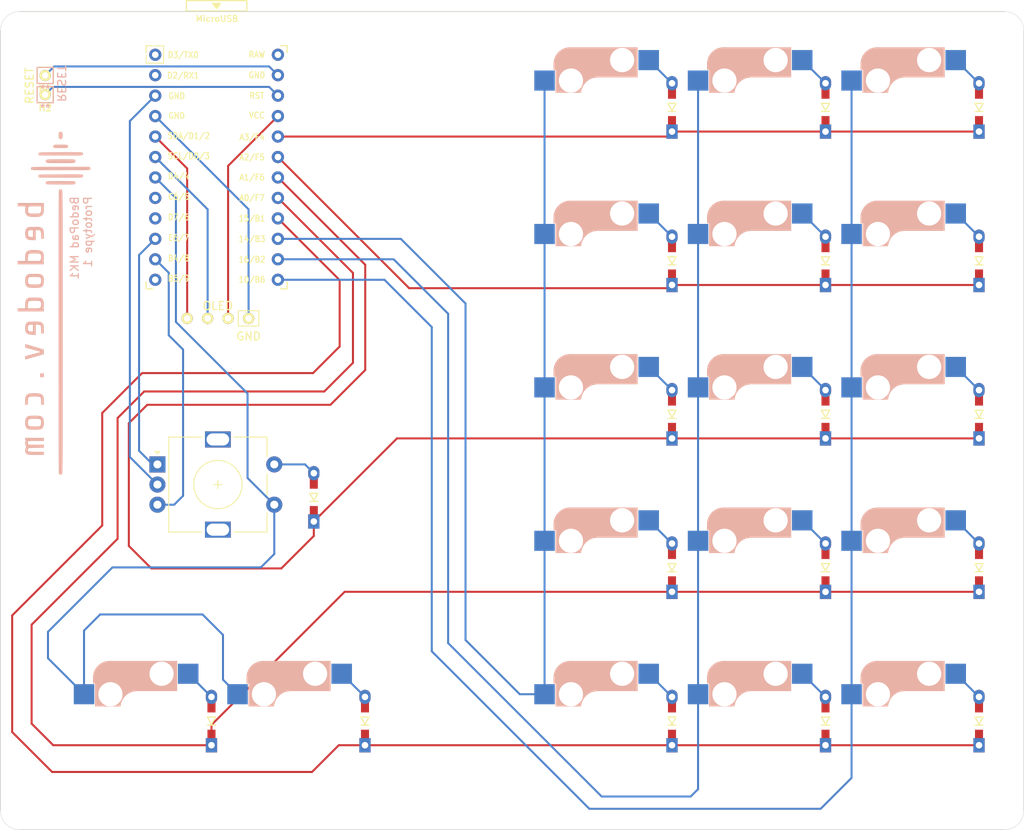
<source format=kicad_pcb>
(kicad_pcb (version 20171130) (host pcbnew "(5.1.10)-1")

  (general
    (thickness 1.6)
    (drawings 25)
    (tracks 167)
    (zones 0)
    (modules 41)
    (nets 37)
  )

  (page A4)
  (layers
    (0 F.Cu signal)
    (31 B.Cu signal)
    (32 B.Adhes user)
    (33 F.Adhes user)
    (34 B.Paste user)
    (35 F.Paste user)
    (36 B.SilkS user)
    (37 F.SilkS user)
    (38 B.Mask user)
    (39 F.Mask user)
    (40 Dwgs.User user)
    (41 Cmts.User user)
    (42 Eco1.User user)
    (43 Eco2.User user)
    (44 Edge.Cuts user)
    (45 Margin user)
    (46 B.CrtYd user)
    (47 F.CrtYd user)
    (48 B.Fab user)
    (49 F.Fab user)
  )

  (setup
    (last_trace_width 0.25)
    (trace_clearance 0.2)
    (zone_clearance 0.508)
    (zone_45_only no)
    (trace_min 0.2)
    (via_size 0.8)
    (via_drill 0.4)
    (via_min_size 0.4)
    (via_min_drill 0.3)
    (uvia_size 0.3)
    (uvia_drill 0.1)
    (uvias_allowed no)
    (uvia_min_size 0.2)
    (uvia_min_drill 0.1)
    (edge_width 0.05)
    (segment_width 0.2)
    (pcb_text_width 0.3)
    (pcb_text_size 1.5 1.5)
    (mod_edge_width 0.12)
    (mod_text_size 1 1)
    (mod_text_width 0.15)
    (pad_size 1.524 1.524)
    (pad_drill 0.762)
    (pad_to_mask_clearance 0)
    (aux_axis_origin 0 0)
    (visible_elements 7FFFFFFF)
    (pcbplotparams
      (layerselection 0x010fc_ffffffff)
      (usegerberextensions false)
      (usegerberattributes true)
      (usegerberadvancedattributes true)
      (creategerberjobfile true)
      (excludeedgelayer true)
      (linewidth 0.100000)
      (plotframeref false)
      (viasonmask false)
      (mode 1)
      (useauxorigin false)
      (hpglpennumber 1)
      (hpglpenspeed 20)
      (hpglpendiameter 15.000000)
      (psnegative false)
      (psa4output false)
      (plotreference true)
      (plotvalue true)
      (plotinvisibletext false)
      (padsonsilk false)
      (subtractmaskfromsilk false)
      (outputformat 1)
      (mirror false)
      (drillshape 1)
      (scaleselection 1)
      (outputdirectory ""))
  )

  (net 0 "")
  (net 1 Row2)
  (net 2 Row3)
  (net 3 Row4)
  (net 4 Row0)
  (net 5 Row1)
  (net 6 OledSDA)
  (net 7 OledSCL)
  (net 8 OledVCC)
  (net 9 OledGND)
  (net 10 Col0)
  (net 11 EncoderPadB)
  (net 12 EncoderGND)
  (net 13 EncoderPadA)
  (net 14 Col1)
  (net 15 Col2)
  (net 16 Col3)
  (net 17 "Net-(D1-Pad2)")
  (net 18 "Net-(D2-Pad2)")
  (net 19 "Net-(D3-Pad2)")
  (net 20 "Net-(D4-Pad2)")
  (net 21 "Net-(D5-Pad2)")
  (net 22 "Net-(D6-Pad2)")
  (net 23 "Net-(D7-Pad2)")
  (net 24 "Net-(D8-Pad2)")
  (net 25 "Net-(D9-Pad2)")
  (net 26 "Net-(D10-Pad2)")
  (net 27 "Net-(D11-Pad2)")
  (net 28 "Net-(D12-Pad2)")
  (net 29 "Net-(D13-Pad2)")
  (net 30 "Net-(D14-Pad2)")
  (net 31 "Net-(D15-Pad2)")
  (net 32 "Net-(D16-Pad2)")
  (net 33 "Net-(D17-Pad2)")
  (net 34 "Net-(D18-Pad2)")
  (net 35 ResetVIA2)
  (net 36 ResetVIA1)

  (net_class Default "This is the default net class."
    (clearance 0.2)
    (trace_width 0.25)
    (via_dia 0.8)
    (via_drill 0.4)
    (uvia_dia 0.3)
    (uvia_drill 0.1)
    (add_net Col0)
    (add_net Col1)
    (add_net Col2)
    (add_net Col3)
    (add_net EncoderGND)
    (add_net EncoderPadA)
    (add_net EncoderPadB)
    (add_net "Net-(D1-Pad2)")
    (add_net "Net-(D10-Pad2)")
    (add_net "Net-(D11-Pad2)")
    (add_net "Net-(D12-Pad2)")
    (add_net "Net-(D13-Pad2)")
    (add_net "Net-(D14-Pad2)")
    (add_net "Net-(D15-Pad2)")
    (add_net "Net-(D16-Pad2)")
    (add_net "Net-(D17-Pad2)")
    (add_net "Net-(D18-Pad2)")
    (add_net "Net-(D2-Pad2)")
    (add_net "Net-(D3-Pad2)")
    (add_net "Net-(D4-Pad2)")
    (add_net "Net-(D5-Pad2)")
    (add_net "Net-(D6-Pad2)")
    (add_net "Net-(D7-Pad2)")
    (add_net "Net-(D8-Pad2)")
    (add_net "Net-(D9-Pad2)")
    (add_net OledGND)
    (add_net OledSCL)
    (add_net OledSDA)
    (add_net OledVCC)
    (add_net ResetVIA1)
    (add_net ResetVIA2)
    (add_net Row0)
    (add_net Row1)
    (add_net Row2)
    (add_net Row3)
    (add_net Row4)
  )

  (module bedodev:bedodev_logo (layer B.Cu) (tedit 0) (tstamp 60E93A5C)
    (at 31.115 85.471 270)
    (fp_text reference G*** (at 0 0 90) (layer B.SilkS) hide
      (effects (font (size 1.524 1.524) (thickness 0.3)) (justify mirror))
    )
    (fp_text value LOGO (at 0.75 0 90) (layer B.SilkS) hide
      (effects (font (size 1.524 1.524) (thickness 0.3)) (justify mirror))
    )
    (fp_poly (pts (xy -16.660764 3.495186) (xy -16.603134 3.462867) (xy -16.593633 3.433347) (xy -16.585282 3.362242)
      (xy -16.578024 3.245452) (xy -16.5718 3.078874) (xy -16.566554 2.858409) (xy -16.562229 2.579955)
      (xy -16.558766 2.239411) (xy -16.55611 1.832676) (xy -16.554203 1.355649) (xy -16.552987 0.80423)
      (xy -16.552405 0.174317) (xy -16.552334 -0.174776) (xy -16.552457 -0.81397) (xy -16.552889 -1.373789)
      (xy -16.553728 -1.859524) (xy -16.555069 -2.276468) (xy -16.557009 -2.629912) (xy -16.559644 -2.925148)
      (xy -16.56307 -3.167466) (xy -16.567385 -3.362159) (xy -16.572684 -3.514518) (xy -16.579063 -3.629834)
      (xy -16.586619 -3.7134) (xy -16.595449 -3.770507) (xy -16.605648 -3.806446) (xy -16.617313 -3.826509)
      (xy -16.618858 -3.828142) (xy -16.706768 -3.886882) (xy -16.800541 -3.876259) (xy -16.881581 -3.828766)
      (xy -16.975667 -3.762865) (xy -16.975667 -0.175399) (xy -16.975384 0.495755) (xy -16.974495 1.086346)
      (xy -16.972944 1.600472) (xy -16.970674 2.042236) (xy -16.967626 2.415738) (xy -16.963744 2.725077)
      (xy -16.958971 2.974356) (xy -16.95325 3.167675) (xy -16.946522 3.309134) (xy -16.938731 3.402835)
      (xy -16.92982 3.452877) (xy -16.924867 3.462867) (xy -16.845707 3.501985) (xy -16.764 3.513667)
      (xy -16.660764 3.495186)) (layer B.SilkS) (width 0.01))
    (fp_poly (pts (xy -18.515696 2.576825) (xy -18.499271 2.568904) (xy -18.393834 2.516342) (xy -18.38293 -0.145724)
      (xy -18.380848 -0.689393) (xy -18.379485 -1.154672) (xy -18.378976 -1.547837) (xy -18.379459 -1.875165)
      (xy -18.381069 -2.142929) (xy -18.383943 -2.357406) (xy -18.388216 -2.524871) (xy -18.394026 -2.6516)
      (xy -18.401508 -2.743867) (xy -18.410798 -2.80795) (xy -18.422034 -2.850122) (xy -18.43535 -2.876659)
      (xy -18.442408 -2.885562) (xy -18.551047 -2.955696) (xy -18.670804 -2.942389) (xy -18.724847 -2.910416)
      (xy -18.739451 -2.894981) (xy -18.751886 -2.867655) (xy -18.762292 -2.822228) (xy -18.770805 -2.752489)
      (xy -18.777566 -2.652228) (xy -18.782712 -2.515236) (xy -18.786382 -2.335302) (xy -18.788714 -2.106216)
      (xy -18.789847 -1.821768) (xy -18.789919 -1.475748) (xy -18.789069 -1.061945) (xy -18.787435 -0.57415)
      (xy -18.785855 -0.174491) (xy -18.783568 0.368168) (xy -18.781358 0.83243) (xy -18.779006 1.224566)
      (xy -18.77629 1.550846) (xy -18.772992 1.817538) (xy -18.768892 2.030913) (xy -18.763769 2.197241)
      (xy -18.757404 2.322791) (xy -18.749577 2.413833) (xy -18.740067 2.476638) (xy -18.728655 2.517474)
      (xy -18.715122 2.542611) (xy -18.699246 2.558321) (xy -18.689771 2.564991) (xy -18.606354 2.599683)
      (xy -18.515696 2.576825)) (layer B.SilkS) (width 0.01))
    (fp_poly (pts (xy -15.76403 2.576825) (xy -15.747605 2.568904) (xy -15.642167 2.516342) (xy -15.631263 -0.145724)
      (xy -15.629181 -0.689393) (xy -15.627818 -1.154672) (xy -15.627309 -1.547837) (xy -15.627792 -1.875165)
      (xy -15.629402 -2.142929) (xy -15.632276 -2.357406) (xy -15.636549 -2.524871) (xy -15.642359 -2.6516)
      (xy -15.649841 -2.743867) (xy -15.659132 -2.80795) (xy -15.670367 -2.850122) (xy -15.683683 -2.876659)
      (xy -15.690741 -2.885562) (xy -15.79938 -2.955696) (xy -15.919137 -2.942389) (xy -15.97318 -2.910416)
      (xy -15.987784 -2.894981) (xy -16.00022 -2.867655) (xy -16.010625 -2.822228) (xy -16.019139 -2.752489)
      (xy -16.025899 -2.652228) (xy -16.031045 -2.515236) (xy -16.034715 -2.335302) (xy -16.037047 -2.106216)
      (xy -16.03818 -1.821768) (xy -16.038252 -1.475748) (xy -16.037402 -1.061945) (xy -16.035769 -0.57415)
      (xy -16.034188 -0.174491) (xy -16.031901 0.368168) (xy -16.029692 0.83243) (xy -16.027339 1.224566)
      (xy -16.024624 1.550846) (xy -16.021326 1.817538) (xy -16.017225 2.030913) (xy -16.012103 2.197241)
      (xy -16.005737 2.322791) (xy -15.99791 2.413833) (xy -15.9884 2.476638) (xy -15.976989 2.517474)
      (xy -15.963455 2.542611) (xy -15.94758 2.558321) (xy -15.938105 2.564991) (xy -15.854687 2.599683)
      (xy -15.76403 2.576825)) (layer B.SilkS) (width 0.01))
    (fp_poly (pts (xy -17.599048 1.66531) (xy -17.526 1.608667) (xy -17.504835 1.584698) (xy -17.487524 1.553818)
      (xy -17.47368 1.507907) (xy -17.462916 1.43884) (xy -17.454847 1.338498) (xy -17.449085 1.198758)
      (xy -17.445243 1.011497) (xy -17.442934 0.768594) (xy -17.441773 0.461927) (xy -17.441371 0.083374)
      (xy -17.441334 -0.169333) (xy -17.441474 -0.592782) (xy -17.442152 -0.939687) (xy -17.443756 -1.218169)
      (xy -17.446671 -1.43635) (xy -17.451285 -1.602353) (xy -17.457984 -1.7243) (xy -17.467154 -1.810311)
      (xy -17.479184 -1.86851) (xy -17.494459 -1.907018) (xy -17.513367 -1.933958) (xy -17.526 -1.947333)
      (xy -17.609811 -2.010126) (xy -17.674167 -2.032) (xy -17.749286 -2.003976) (xy -17.822334 -1.947333)
      (xy -17.843499 -1.923364) (xy -17.860811 -1.892484) (xy -17.874655 -1.846572) (xy -17.885418 -1.777506)
      (xy -17.893487 -1.677164) (xy -17.89925 -1.537423) (xy -17.903092 -1.350163) (xy -17.9054 -1.10726)
      (xy -17.906562 -0.800593) (xy -17.906963 -0.42204) (xy -17.907 -0.169333) (xy -17.90686 0.254116)
      (xy -17.906182 0.601021) (xy -17.904579 0.879503) (xy -17.901663 1.097685) (xy -17.89705 1.263688)
      (xy -17.890351 1.385634) (xy -17.88118 1.471646) (xy -17.86915 1.529844) (xy -17.853875 1.568353)
      (xy -17.834967 1.595292) (xy -17.822334 1.608667) (xy -17.738523 1.67146) (xy -17.674167 1.693334)
      (xy -17.599048 1.66531)) (layer B.SilkS) (width 0.01))
    (fp_poly (pts (xy -14.976411 1.681636) (xy -14.909024 1.647984) (xy -14.7955 1.584275) (xy -14.784437 -0.145914)
      (xy -14.781935 -0.577536) (xy -14.780646 -0.932394) (xy -14.780831 -1.218385) (xy -14.782749 -1.443407)
      (xy -14.786661 -1.615358) (xy -14.792825 -1.742136) (xy -14.801501 -1.831636) (xy -14.81295 -1.891758)
      (xy -14.827432 -1.930399) (xy -14.843914 -1.954052) (xy -14.950865 -2.023306) (xy -15.074786 -2.01042)
      (xy -15.123584 -1.986275) (xy -15.141891 -1.970718) (xy -15.156922 -1.942245) (xy -15.168998 -1.89312)
      (xy -15.178439 -1.815604) (xy -15.185564 -1.701959) (xy -15.190693 -1.54445) (xy -15.194147 -1.335336)
      (xy -15.196245 -1.066882) (xy -15.197307 -0.731349) (xy -15.197655 -0.321) (xy -15.197667 -0.194957)
      (xy -15.19756 0.235538) (xy -15.196984 0.589325) (xy -15.195559 0.87436) (xy -15.192902 1.098602)
      (xy -15.188633 1.270008) (xy -15.18237 1.396536) (xy -15.173733 1.486144) (xy -15.162339 1.546789)
      (xy -15.147807 1.58643) (xy -15.129757 1.613023) (xy -15.110108 1.632452) (xy -15.040025 1.684008)
      (xy -14.976411 1.681636)) (layer B.SilkS) (width 0.01))
    (fp_poly (pts (xy -19.455383 0.74206) (xy -19.440302 0.736985) (xy -19.325167 0.696527) (xy -19.313654 -0.149041)
      (xy -19.310335 -0.439876) (xy -19.309918 -0.657554) (xy -19.313183 -0.813556) (xy -19.32091 -0.919365)
      (xy -19.333877 -0.986462) (xy -19.352865 -1.026331) (xy -19.374662 -1.047637) (xy -19.50067 -1.097539)
      (xy -19.620317 -1.066883) (xy -19.66081 -1.034142) (xy -19.684721 -0.998095) (xy -19.702302 -0.936938)
      (xy -19.714453 -0.839018) (xy -19.722073 -0.692682) (xy -19.726063 -0.486279) (xy -19.727323 -0.208154)
      (xy -19.727334 -0.17287) (xy -19.726799 0.106398) (xy -19.72438 0.313428) (xy -19.718853 0.460642)
      (xy -19.708993 0.560467) (xy -19.693577 0.625326) (xy -19.67138 0.667644) (xy -19.641385 0.699661)
      (xy -19.554662 0.752373) (xy -19.455383 0.74206)) (layer B.SilkS) (width 0.01))
    (fp_poly (pts (xy -20.698719 0.082102) (xy -20.59058 0.071092) (xy -20.524796 0.046668) (xy -20.480246 0.003858)
      (xy -20.470568 -0.009419) (xy -20.410468 -0.143983) (xy -20.432556 -0.265008) (xy -20.489334 -0.338666)
      (xy -20.550798 -0.384392) (xy -20.636095 -0.410449) (xy -20.768104 -0.421683) (xy -20.8891 -0.423333)
      (xy -21.055628 -0.420392) (xy -21.159562 -0.407951) (xy -21.222875 -0.380584) (xy -21.26754 -0.332865)
      (xy -21.2701 -0.329247) (xy -21.320163 -0.234634) (xy -21.336 -0.169333) (xy -21.312837 -0.086255)
      (xy -21.2701 -0.009419) (xy -21.227478 0.038437) (xy -21.168587 0.066739) (xy -21.072309 0.080456)
      (xy -20.917523 0.08456) (xy -20.870334 0.084667) (xy -20.698719 0.082102)) (layer B.SilkS) (width 0.01))
    (fp_poly (pts (xy 4.99571 0.084647) (xy 6.374285 0.084581) (xy 7.67292 0.08446) (xy 8.893981 0.084275)
      (xy 10.039831 0.084017) (xy 11.112834 0.083678) (xy 12.115353 0.083248) (xy 13.049754 0.082718)
      (xy 13.918399 0.08208) (xy 14.723652 0.081324) (xy 15.467878 0.080443) (xy 16.153441 0.079426)
      (xy 16.782704 0.078265) (xy 17.358031 0.076951) (xy 17.881786 0.075475) (xy 18.356333 0.073829)
      (xy 18.784037 0.072003) (xy 19.16726 0.069988) (xy 19.508367 0.067775) (xy 19.809722 0.065356)
      (xy 20.073688 0.062722) (xy 20.30263 0.059864) (xy 20.498912 0.056772) (xy 20.664897 0.053438)
      (xy 20.802949 0.049854) (xy 20.915433 0.046009) (xy 21.004711 0.041896) (xy 21.073149 0.037504)
      (xy 21.12311 0.032827) (xy 21.156958 0.027853) (xy 21.177056 0.022576) (xy 21.184809 0.018143)
      (xy 21.234655 -0.072771) (xy 21.251333 -0.169333) (xy 21.228745 -0.282549) (xy 21.184809 -0.356809)
      (xy 21.173979 -0.362336) (xy 21.151285 -0.367551) (xy 21.114362 -0.372464) (xy 21.060848 -0.377083)
      (xy 20.988377 -0.381417) (xy 20.894586 -0.385475) (xy 20.777111 -0.389266) (xy 20.633588 -0.3928)
      (xy 20.461654 -0.396084) (xy 20.258943 -0.399127) (xy 20.023093 -0.40194) (xy 19.75174 -0.404529)
      (xy 19.442519 -0.406906) (xy 19.093067 -0.409077) (xy 18.701019 -0.411053) (xy 18.264012 -0.412842)
      (xy 17.779682 -0.414454) (xy 17.245665 -0.415896) (xy 16.659597 -0.417178) (xy 16.019115 -0.418309)
      (xy 15.321853 -0.419298) (xy 14.565449 -0.420153) (xy 13.747538 -0.420884) (xy 12.865756 -0.421499)
      (xy 11.91774 -0.422008) (xy 10.901126 -0.422419) (xy 9.81355 -0.422741) (xy 8.652647 -0.422984)
      (xy 7.416054 -0.423155) (xy 6.101407 -0.423264) (xy 4.706342 -0.42332) (xy 3.534833 -0.423333)
      (xy 2.073956 -0.423313) (xy 0.695381 -0.423247) (xy -0.603255 -0.423126) (xy -1.824315 -0.422941)
      (xy -2.970165 -0.422683) (xy -4.043168 -0.422343) (xy -5.045688 -0.421913) (xy -5.980088 -0.421384)
      (xy -6.848733 -0.420745) (xy -7.653986 -0.41999) (xy -8.398213 -0.419108) (xy -9.083775 -0.418092)
      (xy -9.713038 -0.416931) (xy -10.288365 -0.415617) (xy -10.81212 -0.414141) (xy -11.286668 -0.412495)
      (xy -11.714371 -0.410668) (xy -12.097594 -0.408653) (xy -12.438701 -0.406441) (xy -12.740056 -0.404022)
      (xy -13.004023 -0.401388) (xy -13.232965 -0.398529) (xy -13.429246 -0.395438) (xy -13.595231 -0.392104)
      (xy -13.733284 -0.388519) (xy -13.845767 -0.384675) (xy -13.935046 -0.380561) (xy -14.003484 -0.37617)
      (xy -14.053444 -0.371492) (xy -14.087292 -0.366519) (xy -14.107391 -0.361241) (xy -14.115143 -0.356809)
      (xy -14.164989 -0.265894) (xy -14.181667 -0.169333) (xy -14.159079 -0.056116) (xy -14.115143 0.018143)
      (xy -14.104314 0.02367) (xy -14.081619 0.028886) (xy -14.044697 0.033798) (xy -13.991182 0.038417)
      (xy -13.918711 0.042751) (xy -13.82492 0.04681) (xy -13.707445 0.050601) (xy -13.563922 0.054134)
      (xy -13.391988 0.057418) (xy -13.189278 0.060462) (xy -12.953428 0.063274) (xy -12.682074 0.065864)
      (xy -12.372853 0.06824) (xy -12.023401 0.070412) (xy -11.631353 0.072388) (xy -11.194347 0.074177)
      (xy -10.710017 0.075788) (xy -10.176 0.07723) (xy -9.589932 0.078512) (xy -8.949449 0.079643)
      (xy -8.252187 0.080632) (xy -7.495783 0.081487) (xy -6.677872 0.082218) (xy -5.796091 0.082834)
      (xy -4.848075 0.083342) (xy -3.831461 0.083753) (xy -2.743884 0.084076) (xy -1.582981 0.084318)
      (xy -0.346388 0.084489) (xy 0.968259 0.084599) (xy 2.363324 0.084655) (xy 3.534833 0.084667)
      (xy 4.99571 0.084647)) (layer B.SilkS) (width 0.01))
    (fp_poly (pts (xy -12.065 4.655178) (xy -12.064354 4.441259) (xy -12.060918 4.299223) (xy -12.052443 4.216289)
      (xy -12.036682 4.179674) (xy -12.011388 4.176597) (xy -11.983117 4.189511) (xy -11.884894 4.215901)
      (xy -11.731561 4.229599) (xy -11.551726 4.230548) (xy -11.373998 4.218693) (xy -11.226983 4.193975)
      (xy -11.215927 4.191032) (xy -11.03075 4.097692) (xy -10.887615 3.939983) (xy -10.800391 3.733375)
      (xy -10.798495 3.725334) (xy -10.776143 3.572251) (xy -10.762075 3.361255) (xy -10.756291 3.118691)
      (xy -10.758791 2.870906) (xy -10.769576 2.644246) (xy -10.788645 2.465059) (xy -10.798495 2.413)
      (xy -10.883479 2.204941) (xy -11.024866 2.045231) (xy -11.208788 1.94934) (xy -11.215927 1.947302)
      (xy -11.315219 1.931415) (xy -11.47751 1.918262) (xy -11.681148 1.909124) (xy -11.904479 1.905281)
      (xy -11.927417 1.905237) (xy -12.488334 1.905) (xy -12.488334 3.016427) (xy -12.065002 3.016427)
      (xy -12.065 2.99614) (xy -12.065 2.234979) (xy -11.709581 2.249906) (xy -11.514538 2.262811)
      (xy -11.38427 2.284699) (xy -11.299019 2.31982) (xy -11.265081 2.345478) (xy -11.230828 2.381904)
      (xy -11.206669 2.428433) (xy -11.190859 2.499265) (xy -11.181648 2.608599) (xy -11.177289 2.770635)
      (xy -11.176034 2.99957) (xy -11.176 3.069167) (xy -11.177678 3.348391) (xy -11.187017 3.55416)
      (xy -11.210473 3.697676) (xy -11.254503 3.790141) (xy -11.325565 3.842759) (xy -11.430116 3.866732)
      (xy -11.574612 3.873262) (xy -11.639605 3.8735) (xy -11.78183 3.872626) (xy -11.888208 3.86285)
      (xy -11.96394 3.833442) (xy -12.01423 3.773675) (xy -12.044279 3.672819) (xy -12.05929 3.520145)
      (xy -12.064463 3.304924) (xy -12.065002 3.016427) (xy -12.488334 3.016427) (xy -12.488334 5.164667)
      (xy -12.065 5.164667) (xy -12.065 4.655178)) (layer B.SilkS) (width 0.01))
    (fp_poly (pts (xy -8.43474 4.217326) (xy -8.233628 4.165826) (xy -8.080569 4.072891) (xy -7.983436 3.966441)
      (xy -7.942828 3.897651) (xy -7.91513 3.810098) (xy -7.897015 3.684985) (xy -7.885161 3.503514)
      (xy -7.880494 3.384357) (xy -7.864634 2.921) (xy -9.101667 2.921) (xy -9.101019 2.677584)
      (xy -9.095394 2.535824) (xy -9.08157 2.426038) (xy -9.068407 2.383899) (xy -8.980521 2.314887)
      (xy -8.817928 2.269337) (xy -8.577823 2.24664) (xy -8.421578 2.243667) (xy -8.043334 2.243667)
      (xy -8.043334 1.905) (xy -8.519584 1.90593) (xy -8.752913 1.909651) (xy -8.922916 1.921541)
      (xy -9.050755 1.944283) (xy -9.157593 1.980559) (xy -9.177577 1.989345) (xy -9.309357 2.066676)
      (xy -9.397934 2.172321) (xy -9.445741 2.267199) (xy -9.478283 2.348638) (xy -9.500951 2.432202)
      (xy -9.515048 2.533884) (xy -9.521878 2.669675) (xy -9.522741 2.855564) (xy -9.51894 3.107542)
      (xy -9.517998 3.154462) (xy -9.511688 3.416374) (xy -9.507952 3.508484) (xy -9.101667 3.508484)
      (xy -9.101667 3.259667) (xy -8.244516 3.259667) (xy -8.264003 3.49465) (xy -8.290846 3.673873)
      (xy -8.345999 3.787135) (xy -8.445348 3.848414) (xy -8.604778 3.871693) (xy -8.694506 3.8735)
      (xy -8.883719 3.864739) (xy -9.004123 3.829585) (xy -9.070559 3.754735) (xy -9.097869 3.626883)
      (xy -9.101667 3.508484) (xy -9.507952 3.508484) (xy -9.503917 3.607944) (xy -9.492887 3.743496)
      (xy -9.476802 3.837354) (xy -9.453861 3.903842) (xy -9.422268 3.957284) (xy -9.416158 3.965761)
      (xy -9.289917 4.095753) (xy -9.128334 4.179646) (xy -8.915692 4.223303) (xy -8.6995 4.233202)
      (xy -8.43474 4.217326)) (layer B.SilkS) (width 0.01))
    (fp_poly (pts (xy -4.868334 1.905) (xy -5.055306 1.905) (xy -5.171897 1.91496) (xy -5.246693 1.94006)
      (xy -5.258413 1.953404) (xy -5.291472 1.980637) (xy -5.364991 1.953404) (xy -5.45808 1.928686)
      (xy -5.607932 1.914147) (xy -5.787239 1.909933) (xy -5.968692 1.916189) (xy -6.124985 1.933061)
      (xy -6.197418 1.948961) (xy -6.351679 2.018169) (xy -6.469499 2.12766) (xy -6.554305 2.286107)
      (xy -6.609528 2.502182) (xy -6.638594 2.784556) (xy -6.645299 3.081834) (xy -6.645273 3.082861)
      (xy -6.223 3.082861) (xy -6.220281 2.812491) (xy -6.210183 2.613997) (xy -6.189802 2.474706)
      (xy -6.156231 2.381946) (xy -6.106564 2.323045) (xy -6.040316 2.286296) (xy -5.88266 2.249609)
      (xy -5.701388 2.246203) (xy -5.530924 2.273641) (xy -5.405694 2.329486) (xy -5.40321 2.331406)
      (xy -5.291667 2.419146) (xy -5.291667 3.903091) (xy -5.676434 3.888296) (xy -5.868221 3.878493)
      (xy -6.00891 3.858227) (xy -6.106415 3.815834) (xy -6.168652 3.739653) (xy -6.203533 3.61802)
      (xy -6.218974 3.439273) (xy -6.222889 3.191751) (xy -6.223 3.082861) (xy -6.645273 3.082861)
      (xy -6.637107 3.395485) (xy -6.612404 3.638041) (xy -6.568573 3.821927) (xy -6.503 3.959565)
      (xy -6.445197 4.032518) (xy -6.336084 4.121493) (xy -6.198277 4.181624) (xy -6.015568 4.217062)
      (xy -5.771747 4.23196) (xy -5.662084 4.233098) (xy -5.291667 4.233334) (xy -5.291667 5.164667)
      (xy -4.868334 5.164667) (xy -4.868334 1.905)) (layer B.SilkS) (width 0.01))
    (fp_poly (pts (xy -2.549845 4.223912) (xy -2.433357 4.200811) (xy -2.319858 4.15862) (xy -2.312228 4.155267)
      (xy -2.189978 4.090482) (xy -2.097981 4.010751) (xy -2.03217 3.903912) (xy -1.988479 3.7578)
      (xy -1.962844 3.560253) (xy -1.951199 3.299107) (xy -1.949193 3.069167) (xy -1.953622 2.754478)
      (xy -1.969478 2.512089) (xy -2.000612 2.329974) (xy -2.050878 2.196106) (xy -2.124128 2.098458)
      (xy -2.224215 2.025004) (xy -2.295154 1.989167) (xy -2.44732 1.944579) (xy -2.651676 1.916713)
      (xy -2.877164 1.90686) (xy -3.092724 1.916307) (xy -3.267301 1.946342) (xy -3.274799 1.948528)
      (xy -3.395929 2.002674) (xy -3.480217 2.061206) (xy -3.551004 2.133028) (xy -3.603284 2.211112)
      (xy -3.639791 2.309164) (xy -3.663255 2.440888) (xy -3.676409 2.619992) (xy -3.681985 2.860179)
      (xy -3.682842 3.077648) (xy -3.682841 3.078131) (xy -3.302 3.078131) (xy -3.299235 2.808633)
      (xy -3.288985 2.610966) (xy -3.268316 2.472419) (xy -3.234297 2.380281) (xy -3.183993 2.321837)
      (xy -3.119316 2.286296) (xy -2.975431 2.254588) (xy -2.795449 2.248807) (xy -2.623814 2.268766)
      (xy -2.554201 2.288649) (xy -2.458111 2.337195) (xy -2.403927 2.383899) (xy -2.392733 2.44203)
      (xy -2.383162 2.568721) (xy -2.375973 2.74787) (xy -2.371924 2.963374) (xy -2.371315 3.076727)
      (xy -2.372587 3.33478) (xy -2.377775 3.520985) (xy -2.38804 3.648115) (xy -2.404542 3.728942)
      (xy -2.428438 3.77624) (xy -2.435528 3.784147) (xy -2.549426 3.850009) (xy -2.708692 3.883949)
      (xy -2.886119 3.886929) (xy -3.054499 3.859913) (xy -3.186625 3.803863) (xy -3.237848 3.755752)
      (xy -3.265319 3.696356) (xy -3.284176 3.601182) (xy -3.295688 3.456826) (xy -3.301124 3.249889)
      (xy -3.302 3.078131) (xy -3.682841 3.078131) (xy -3.681805 3.345075) (xy -3.677897 3.542216)
      (xy -3.669713 3.683439) (xy -3.655852 3.783114) (xy -3.63491 3.855609) (xy -3.605484 3.915291)
      (xy -3.600197 3.924117) (xy -3.509325 4.048015) (xy -3.402693 4.132461) (xy -3.261662 4.185487)
      (xy -3.067594 4.215125) (xy -2.900001 4.225836) (xy -2.696375 4.231171) (xy -2.549845 4.223912)) (layer B.SilkS) (width 0.01))
    (fp_poly (pts (xy 0.973666 1.905) (xy 0.783166 1.905) (xy 0.669554 1.913201) (xy 0.601405 1.933949)
      (xy 0.592666 1.946286) (xy 0.558992 1.966199) (xy 0.484077 1.946286) (xy 0.333418 1.914062)
      (xy 0.134409 1.904233) (xy -0.080078 1.915291) (xy -0.277169 1.945728) (xy -0.409943 1.98727)
      (xy -0.519363 2.044103) (xy -0.601851 2.110012) (xy -0.661134 2.197183) (xy -0.70094 2.317802)
      (xy -0.724994 2.484053) (xy -0.737023 2.708122) (xy -0.740755 3.002193) (xy -0.740834 3.069167)
      (xy -0.338667 3.069167) (xy -0.337561 2.817681) (xy -0.333293 2.637263) (xy -0.324443 2.514333)
      (xy -0.309587 2.435312) (xy -0.287306 2.386618) (xy -0.264584 2.361586) (xy -0.178097 2.298251)
      (xy -0.084555 2.26459) (xy 0.043604 2.254301) (xy 0.186213 2.258489) (xy 0.342403 2.273472)
      (xy 0.44097 2.304707) (xy 0.508639 2.361107) (xy 0.514296 2.36793) (xy 0.543351 2.4122)
      (xy 0.564285 2.471118) (xy 0.578388 2.558132) (xy 0.586953 2.686687) (xy 0.591272 2.870232)
      (xy 0.592635 3.122212) (xy 0.592666 3.183902) (xy 0.592666 3.903091) (xy 0.21605 3.888296)
      (xy 0.022819 3.879089) (xy -0.119352 3.861149) (xy -0.218297 3.82291) (xy -0.28185 3.752802)
      (xy -0.317844 3.63926) (xy -0.334113 3.470714) (xy -0.33849 3.235599) (xy -0.338667 3.069167)
      (xy -0.740834 3.069167) (xy -0.739813 3.339311) (xy -0.735866 3.538943) (xy -0.727667 3.682205)
      (xy -0.713892 3.783236) (xy -0.693214 3.856176) (xy -0.664308 3.915166) (xy -0.661013 3.920679)
      (xy -0.574207 4.038027) (xy -0.468403 4.12106) (xy -0.327496 4.175945) (xy -0.13538 4.208847)
      (xy 0.12405 4.225933) (xy 0.137583 4.22643) (xy 0.592666 4.2427) (xy 0.592666 5.164667)
      (xy 0.973666 5.164667) (xy 0.973666 1.905)) (layer B.SilkS) (width 0.01))
    (fp_poly (pts (xy 3.330839 4.218052) (xy 3.530553 4.167493) (xy 3.677068 4.071895) (xy 3.778481 3.922422)
      (xy 3.842891 3.710242) (xy 3.878395 3.426521) (xy 3.883632 3.344667) (xy 3.906978 2.921)
      (xy 2.624666 2.921) (xy 2.624666 2.692857) (xy 2.63994 2.510999) (xy 2.689385 2.386727)
      (xy 2.705511 2.364774) (xy 2.747417 2.320639) (xy 2.799696 2.290958) (xy 2.879758 2.272117)
      (xy 3.005013 2.260501) (xy 3.19287 2.252494) (xy 3.255844 2.250505) (xy 3.725333 2.236176)
      (xy 3.725333 1.905) (xy 3.249083 1.908639) (xy 3.043932 1.913306) (xy 2.859048 1.923107)
      (xy 2.717548 1.936497) (xy 2.651867 1.948528) (xy 2.466753 2.046983) (xy 2.323653 2.214545)
      (xy 2.302832 2.252048) (xy 2.277405 2.346682) (xy 2.258517 2.507219) (xy 2.246138 2.71515)
      (xy 2.240238 2.951965) (xy 2.240785 3.199157) (xy 2.242548 3.259667) (xy 2.61449 3.259667)
      (xy 3.471333 3.259667) (xy 3.471333 3.489477) (xy 3.454984 3.670924) (xy 3.399457 3.788871)
      (xy 3.295029 3.859195) (xy 3.23302 3.878659) (xy 3.114242 3.891598) (xy 2.968084 3.885652)
      (xy 2.826996 3.864654) (xy 2.723425 3.832439) (xy 2.697815 3.815416) (xy 2.669984 3.750474)
      (xy 2.645615 3.629969) (xy 2.632908 3.514297) (xy 2.61449 3.259667) (xy 2.242548 3.259667)
      (xy 2.247751 3.438216) (xy 2.261103 3.650633) (xy 2.280812 3.8179) (xy 2.305573 3.91855)
      (xy 2.403553 4.059735) (xy 2.564032 4.157856) (xy 2.791564 4.214784) (xy 3.069827 4.232404)
      (xy 3.330839 4.218052)) (layer B.SilkS) (width 0.01))
    (fp_poly (pts (xy 6.856626 4.22743) (xy 6.930523 4.212386) (xy 6.942841 4.201584) (xy 6.93159 4.154142)
      (xy 6.899742 4.03609) (xy 6.850298 3.858132) (xy 6.786257 3.630969) (xy 6.710621 3.365303)
      (xy 6.626389 3.071838) (xy 6.616468 3.037417) (xy 6.289919 1.905) (xy 6.001131 1.905)
      (xy 5.815992 1.913159) (xy 5.71365 1.937612) (xy 5.692752 1.957917) (xy 5.673561 2.018136)
      (xy 5.635564 2.14408) (xy 5.582483 2.32294) (xy 5.518042 2.541905) (xy 5.445963 2.788167)
      (xy 5.369969 3.048914) (xy 5.293782 3.311337) (xy 5.221125 3.562626) (xy 5.155722 3.789972)
      (xy 5.101295 3.980565) (xy 5.061566 4.121594) (xy 5.040258 4.20025) (xy 5.037666 4.212038)
      (xy 5.075714 4.224266) (xy 5.173321 4.227884) (xy 5.256299 4.224963) (xy 5.474932 4.212167)
      (xy 5.736622 3.242592) (xy 5.810553 2.973282) (xy 5.878119 2.735892) (xy 5.93608 2.5411)
      (xy 5.981197 2.399586) (xy 6.010232 2.322029) (xy 6.019129 2.311258) (xy 6.035408 2.361601)
      (xy 6.069662 2.481825) (xy 6.118592 2.659862) (xy 6.178903 2.883641) (xy 6.247299 3.141094)
      (xy 6.286838 3.291417) (xy 6.533731 4.233334) (xy 6.738198 4.233334) (xy 6.856626 4.22743)) (layer B.SilkS) (width 0.01))
    (fp_poly (pts (xy 9.144 1.905) (xy 8.678333 1.905) (xy 8.678333 2.370667) (xy 9.144 2.370667)
      (xy 9.144 1.905)) (layer B.SilkS) (width 0.01))
    (fp_poly (pts (xy 12.573 3.902601) (xy 12.145864 3.888051) (xy 11.940895 3.879267) (xy 11.790042 3.861222)
      (xy 11.68501 3.822382) (xy 11.617504 3.751211) (xy 11.57923 3.636175) (xy 11.561893 3.465739)
      (xy 11.557198 3.228369) (xy 11.557 3.069167) (xy 11.558327 2.791071) (xy 11.567841 2.586108)
      (xy 11.593836 2.442741) (xy 11.644605 2.349436) (xy 11.728444 2.29466) (xy 11.853648 2.266876)
      (xy 12.028511 2.254551) (xy 12.145864 2.250284) (xy 12.573 2.235733) (xy 12.573 1.905)
      (xy 12.139083 1.908639) (xy 11.941725 1.913738) (xy 11.763943 1.924493) (xy 11.630755 1.93909)
      (xy 11.582582 1.948961) (xy 11.428321 2.018169) (xy 11.310501 2.12766) (xy 11.225695 2.286107)
      (xy 11.170472 2.502182) (xy 11.141406 2.784556) (xy 11.134701 3.081834) (xy 11.142893 3.395485)
      (xy 11.167596 3.638041) (xy 11.211427 3.821927) (xy 11.277 3.959565) (xy 11.334803 4.032518)
      (xy 11.436887 4.117309) (xy 11.564049 4.175874) (xy 11.732112 4.212059) (xy 11.956902 4.229709)
      (xy 12.16025 4.233098) (xy 12.573 4.233334) (xy 12.573 3.902601)) (layer B.SilkS) (width 0.01))
    (fp_poly (pts (xy 14.999095 4.227156) (xy 15.149575 4.204926) (xy 15.277837 4.1611) (xy 15.32628 4.138084)
      (xy 15.439817 4.073151) (xy 15.524853 4.000083) (xy 15.585407 3.906126) (xy 15.625499 3.778526)
      (xy 15.649148 3.604531) (xy 15.660376 3.371385) (xy 15.663201 3.069167) (xy 15.660324 2.764761)
      (xy 15.64901 2.532153) (xy 15.625242 2.35859) (xy 15.584999 2.231318) (xy 15.52426 2.137584)
      (xy 15.439007 2.064635) (xy 15.32628 2.00025) (xy 15.198392 1.946943) (xy 15.059818 1.917301)
      (xy 14.879662 1.90578) (xy 14.7955 1.905) (xy 14.591904 1.911178) (xy 14.441424 1.933408)
      (xy 14.313162 1.977234) (xy 14.264719 2.00025) (xy 14.151182 2.065183) (xy 14.066146 2.138251)
      (xy 14.005592 2.232208) (xy 13.9655 2.359808) (xy 13.941851 2.533804) (xy 13.930623 2.766949)
      (xy 13.928151 3.031448) (xy 14.309565 3.031448) (xy 14.315213 2.819362) (xy 14.326535 2.63108)
      (xy 14.3433 2.48763) (xy 14.362545 2.414829) (xy 14.440565 2.323856) (xy 14.520671 2.278967)
      (xy 14.649631 2.25884) (xy 14.810739 2.258748) (xy 14.97469 2.2757) (xy 15.112175 2.306707)
      (xy 15.192644 2.347502) (xy 15.219518 2.387056) (xy 15.238527 2.452045) (xy 15.250921 2.555632)
      (xy 15.25795 2.710979) (xy 15.260863 2.93125) (xy 15.261166 3.069167) (xy 15.259871 3.341745)
      (xy 15.252547 3.541747) (xy 15.234034 3.681261) (xy 15.199175 3.772372) (xy 15.142809 3.827169)
      (xy 15.059778 3.857737) (xy 14.944923 3.876163) (xy 14.915188 3.879751) (xy 14.702849 3.883425)
      (xy 14.524862 3.845038) (xy 14.398107 3.770025) (xy 14.348374 3.697262) (xy 14.328998 3.600244)
      (xy 14.316226 3.442917) (xy 14.309826 3.246309) (xy 14.309565 3.031448) (xy 13.928151 3.031448)
      (xy 13.927798 3.069167) (xy 13.930675 3.373573) (xy 13.941989 3.606181) (xy 13.965757 3.779744)
      (xy 14.006 3.907016) (xy 14.066739 4.00075) (xy 14.151992 4.0737) (xy 14.264719 4.138084)
      (xy 14.392607 4.191392) (xy 14.531181 4.221033) (xy 14.711337 4.232554) (xy 14.7955 4.233334)
      (xy 14.999095 4.227156)) (layer B.SilkS) (width 0.01))
    (fp_poly (pts (xy 16.954698 4.223615) (xy 17.013679 4.199338) (xy 17.018 4.189511) (xy 17.043914 4.167311)
      (xy 17.099883 4.189511) (xy 17.235158 4.226735) (xy 17.406845 4.228731) (xy 17.575474 4.197826)
      (xy 17.674166 4.155699) (xy 17.764628 4.106766) (xy 17.829675 4.104052) (xy 17.914823 4.147546)
      (xy 17.928166 4.155634) (xy 18.095274 4.216241) (xy 18.293688 4.229209) (xy 18.484239 4.193816)
      (xy 18.547437 4.167022) (xy 18.621369 4.12176) (xy 18.679161 4.064625) (xy 18.722761 3.985373)
      (xy 18.754114 3.873761) (xy 18.775166 3.719544) (xy 18.787865 3.512479) (xy 18.794156 3.242322)
      (xy 18.795987 2.89883) (xy 18.796 2.85886) (xy 18.796 1.905) (xy 18.415 1.905)
      (xy 18.415 2.828243) (xy 18.413976 3.158249) (xy 18.409542 3.41321) (xy 18.399651 3.602736)
      (xy 18.382257 3.736436) (xy 18.355312 3.82392) (xy 18.316772 3.874799) (xy 18.26459 3.898683)
      (xy 18.196719 3.905181) (xy 18.185668 3.90525) (xy 18.107199 3.901428) (xy 18.046439 3.883507)
      (xy 18.00094 3.841803) (xy 17.968257 3.766633) (xy 17.945945 3.648314) (xy 17.931556 3.477163)
      (xy 17.922645 3.243497) (xy 17.916766 2.937634) (xy 17.915291 2.83491) (xy 17.902417 1.905)
      (xy 17.526 1.905) (xy 17.526 2.832871) (xy 17.524865 3.107932) (xy 17.521692 3.356782)
      (xy 17.516822 3.566126) (xy 17.5106 3.722665) (xy 17.503369 3.813101) (xy 17.500304 3.827705)
      (xy 17.443587 3.872687) (xy 17.33983 3.893738) (xy 17.223617 3.889422) (xy 17.129532 3.858301)
      (xy 17.111133 3.843867) (xy 17.092823 3.796232) (xy 17.078916 3.690463) (xy 17.069099 3.520412)
      (xy 17.063058 3.279932) (xy 17.060479 2.962878) (xy 17.060333 2.849034) (xy 17.060333 1.905)
      (xy 16.679333 1.905) (xy 16.679333 4.233334) (xy 16.848666 4.233334) (xy 16.954698 4.223615)) (layer B.SilkS) (width 0.01))
  )

  (module kbd:ProMicro_v3 (layer F.Cu) (tedit 60E364EC) (tstamp 60E46AA6)
    (at 53.18125 69.05625)
    (path /60E33523)
    (fp_text reference U1 (at -2.54 -5 270) (layer F.SilkS) hide
      (effects (font (size 1 1) (thickness 0.15)))
    )
    (fp_text value ProMicro (at -2.44 0.05 90) (layer F.Fab) hide
      (effects (font (size 1 1) (thickness 0.15)))
    )
    (fp_line (start -11.29 14.6) (end -10.43 14.6) (layer F.SilkS) (width 0.15))
    (fp_line (start 6.21 14.6) (end 5.36 14.6) (layer F.SilkS) (width 0.15))
    (fp_line (start -11.29 13.75) (end -11.29 14.6) (layer F.SilkS) (width 0.15))
    (fp_line (start 6.21 13.7) (end 6.21 14.6) (layer F.SilkS) (width 0.15))
    (fp_line (start -11.29 -15.6) (end -10.49 -15.6) (layer F.SilkS) (width 0.15))
    (fp_line (start 6.21 -15.6) (end 5.36 -15.6) (layer F.SilkS) (width 0.15))
    (fp_line (start -11.29 -15.6) (end -11.29 -14.75) (layer F.SilkS) (width 0.15))
    (fp_line (start 6.21 -15.6) (end 6.21 -14.75) (layer F.SilkS) (width 0.15))
    (fp_line (start 6.36 14.75) (end 6.36 -18.3) (layer F.Fab) (width 0.15))
    (fp_line (start -11.44 14.75) (end 6.36 14.75) (layer F.Fab) (width 0.15))
    (fp_line (start -11.44 -18.3) (end -11.44 14.75) (layer F.Fab) (width 0.15))
    (fp_line (start 6.36 -18.3) (end 1.21 -18.3) (layer F.Fab) (width 0.15))
    (fp_line (start 1.21 -19.6) (end -6.29 -19.6) (layer F.Fab) (width 0.15))
    (fp_line (start -6.29 -19.6) (end -6.29 -18.3) (layer F.Fab) (width 0.15))
    (fp_line (start 1.21 -19.6) (end 1.21 -18.299039) (layer F.Fab) (width 0.15))
    (fp_line (start 1.21 -18.3) (end -6.29 -18.3) (layer F.Fab) (width 0.15))
    (fp_line (start -6.3 -18.3) (end -11.44 -18.3) (layer F.Fab) (width 0.15))
    (fp_line (start 1.21 -21.2) (end 1.21 -19.9) (layer F.SilkS) (width 0.15))
    (fp_line (start 1.21 -19.9) (end -6.29 -19.9) (layer F.SilkS) (width 0.15))
    (fp_line (start -6.29 -19.9) (end -6.29 -21.2) (layer F.SilkS) (width 0.15))
    (fp_line (start -6.29 -21.2) (end 1.21 -21.2) (layer F.SilkS) (width 0.15))
    (fp_line (start -2.04 -20.85) (end -3.04 -20.85) (layer F.SilkS) (width 0.15))
    (fp_line (start -3.04 -20.85) (end -2.54 -20.2) (layer F.SilkS) (width 0.15))
    (fp_line (start -2.54 -20.2) (end -2.04 -20.85) (layer F.SilkS) (width 0.15))
    (fp_line (start -2.19 -20.7) (end -2.89 -20.7) (layer F.SilkS) (width 0.15))
    (fp_line (start -2.29 -20.55) (end -2.79 -20.55) (layer F.SilkS) (width 0.15))
    (fp_line (start -2.39 -20.4) (end -2.69 -20.4) (layer F.SilkS) (width 0.15))
    (fp_text user MicroUSB (at -2.49 -18.95) (layer F.SilkS)
      (effects (font (size 0.75 0.75) (thickness 0.12)))
    )
    (fp_text user MicroUSB (at -2.49 -18.95) (layer F.SilkS)
      (effects (font (size 0.75 0.75) (thickness 0.12)))
    )
    (fp_text user B4/8 (at -7.245 10.8 unlocked) (layer F.SilkS)
      (effects (font (size 0.75 0.67) (thickness 0.125)))
    )
    (fp_text user D2/RX1 (at -6.695 -11.9 unlocked) (layer F.SilkS)
      (effects (font (size 0.75 0.67) (thickness 0.125)))
    )
    (fp_text user B5/9 (at -7.245 13.3 unlocked) (layer F.SilkS)
      (effects (font (size 0.75 0.67) (thickness 0.125)))
    )
    (fp_text user C6/5 (at -7.245 3.15 unlocked) (layer F.SilkS)
      (effects (font (size 0.75 0.67) (thickness 0.125)))
    )
    (fp_text user SCL/D0/3 (at -5.995 -1.9 unlocked) (layer F.SilkS)
      (effects (font (size 0.75 0.67) (thickness 0.125)))
    )
    (fp_text user SDA/D1/2 (at -5.995 -4.4 unlocked) (layer F.SilkS)
      (effects (font (size 0.75 0.67) (thickness 0.125)))
    )
    (fp_text user D4/4 (at -7.245 0.6 unlocked) (layer F.SilkS)
      (effects (font (size 0.75 0.67) (thickness 0.125)))
    )
    (fp_text user D3/TX0 (at -6.695 -14.45 unlocked) (layer F.SilkS)
      (effects (font (size 0.75 0.67) (thickness 0.125)))
    )
    (fp_text user GND (at -7.495 -6.9 unlocked) (layer F.SilkS)
      (effects (font (size 0.75 0.67) (thickness 0.125)))
    )
    (fp_text user GND (at -7.495 -9.35 unlocked) (layer F.SilkS)
      (effects (font (size 0.75 0.67) (thickness 0.125)))
    )
    (fp_text user D7/6 (at -7.245 5.7 unlocked) (layer F.SilkS)
      (effects (font (size 0.75 0.67) (thickness 0.125)))
    )
    (fp_text user E6/7 (at -7.245 8.25 unlocked) (layer F.SilkS)
      (effects (font (size 0.75 0.67) (thickness 0.125)))
    )
    (fp_text user 16/B2 (at 1.855 10.95 unlocked) (layer F.SilkS)
      (effects (font (size 0.75 0.67) (thickness 0.125)))
    )
    (fp_text user 10/B6 (at 1.855 13.45 unlocked) (layer F.SilkS)
      (effects (font (size 0.75 0.67) (thickness 0.125)))
    )
    (fp_text user 14/B3 (at 1.855 8.4 unlocked) (layer F.SilkS)
      (effects (font (size 0.75 0.67) (thickness 0.125)))
    )
    (fp_text user 15/B1 (at 1.855 5.85 unlocked) (layer F.SilkS)
      (effects (font (size 0.75 0.67) (thickness 0.125)))
    )
    (fp_text user A0/F7 (at 1.855 3.3 unlocked) (layer F.SilkS)
      (effects (font (size 0.75 0.67) (thickness 0.125)))
    )
    (fp_text user A1/F6 (at 1.855 0.75 unlocked) (layer F.SilkS)
      (effects (font (size 0.75 0.67) (thickness 0.125)))
    )
    (fp_text user A2/F5 (at 1.855 -1.75 unlocked) (layer F.SilkS)
      (effects (font (size 0.75 0.67) (thickness 0.125)))
    )
    (fp_text user A3/F4 (at 1.855 -4.25 unlocked) (layer F.SilkS)
      (effects (font (size 0.75 0.67) (thickness 0.125)))
    )
    (fp_text user VCC (at 2.455 -6.95 unlocked) (layer F.SilkS)
      (effects (font (size 0.75 0.67) (thickness 0.125)))
    )
    (fp_text user RST (at 2.455 -9.4 unlocked) (layer F.SilkS)
      (effects (font (size 0.75 0.67) (thickness 0.125)))
    )
    (fp_text user GND (at 2.455 -11.95 unlocked) (layer F.SilkS)
      (effects (font (size 0.75 0.67) (thickness 0.125)))
    )
    (fp_text user RAW (at 2.455 -14.5 unlocked) (layer F.SilkS)
      (effects (font (size 0.75 0.67) (thickness 0.125)))
    )
    (pad 1 thru_hole circle (at -10.1514 -14.478) (size 1.524 1.524) (drill 0.8128) (layers *.Cu B.Mask))
    (pad 2 thru_hole circle (at -10.1514 -11.938) (size 1.524 1.524) (drill 0.8128) (layers *.Cu B.Mask))
    (pad 3 thru_hole circle (at -10.1514 -9.398) (size 1.524 1.524) (drill 0.8128) (layers *.Cu B.Mask)
      (net 12 EncoderGND))
    (pad 4 thru_hole circle (at -10.1514 -6.858) (size 1.524 1.524) (drill 0.8128) (layers *.Cu B.Mask)
      (net 9 OledGND))
    (pad 5 thru_hole circle (at -10.1514 -4.318) (size 1.524 1.524) (drill 0.8128) (layers *.Cu B.Mask)
      (net 6 OledSDA))
    (pad 6 thru_hole circle (at -10.1514 -1.778) (size 1.524 1.524) (drill 0.8128) (layers *.Cu B.Mask)
      (net 7 OledSCL))
    (pad 7 thru_hole circle (at -10.1514 0.762) (size 1.524 1.524) (drill 0.8128) (layers *.Cu B.Mask)
      (net 10 Col0))
    (pad 8 thru_hole circle (at -10.1514 3.302) (size 1.524 1.524) (drill 0.8128) (layers *.Cu B.Mask))
    (pad 9 thru_hole circle (at -10.1514 5.842) (size 1.524 1.524) (drill 0.8128) (layers *.Cu B.Mask))
    (pad 10 thru_hole circle (at -10.1514 8.382) (size 1.524 1.524) (drill 0.8128) (layers *.Cu B.Mask)
      (net 13 EncoderPadA))
    (pad 11 thru_hole circle (at -10.1514 10.922) (size 1.524 1.524) (drill 0.8128) (layers *.Cu B.Mask)
      (net 11 EncoderPadB))
    (pad 12 thru_hole circle (at -10.1514 13.462) (size 1.524 1.524) (drill 0.8128) (layers *.Cu B.Mask))
    (pad 13 thru_hole circle (at 5.0686 13.462) (size 1.524 1.524) (drill 0.8128) (layers *.Cu B.Mask)
      (net 16 Col3))
    (pad 14 thru_hole circle (at 5.0686 10.922) (size 1.524 1.524) (drill 0.8128) (layers *.Cu B.Mask)
      (net 15 Col2))
    (pad 15 thru_hole circle (at 5.0686 8.382) (size 1.524 1.524) (drill 0.8128) (layers *.Cu B.Mask)
      (net 14 Col1))
    (pad 16 thru_hole circle (at 5.0686 5.842) (size 1.524 1.524) (drill 0.8128) (layers *.Cu B.Mask)
      (net 3 Row4))
    (pad 17 thru_hole circle (at 5.0686 3.302) (size 1.524 1.524) (drill 0.8128) (layers *.Cu B.Mask)
      (net 2 Row3))
    (pad 18 thru_hole circle (at 5.0686 0.762) (size 1.524 1.524) (drill 0.8128) (layers *.Cu B.Mask)
      (net 1 Row2))
    (pad 19 thru_hole circle (at 5.0686 -1.778) (size 1.524 1.524) (drill 0.8128) (layers *.Cu B.Mask)
      (net 5 Row1))
    (pad 20 thru_hole circle (at 5.0686 -4.318) (size 1.524 1.524) (drill 0.8128) (layers *.Cu B.Mask)
      (net 4 Row0))
    (pad 21 thru_hole circle (at 5.0686 -6.858) (size 1.524 1.524) (drill 0.8128) (layers *.Cu B.Mask)
      (net 8 OledVCC))
    (pad 22 thru_hole circle (at 5.0686 -9.398) (size 1.524 1.524) (drill 0.8128) (layers *.Cu B.Mask)
      (net 35 ResetVIA2))
    (pad 23 thru_hole circle (at 5.0686 -11.938) (size 1.524 1.524) (drill 0.8128) (layers *.Cu B.Mask)
      (net 36 ResetVIA1))
    (pad 24 thru_hole circle (at 5.0686 -14.478) (size 1.524 1.524) (drill 0.8128) (layers *.Cu B.Mask))
    (model /Users/foostan/src/github.com/foostan/kbd/kicad-packages3D/kbd.3dshapes/ProMicro.step
      (offset (xyz 0 1.8 2.5))
      (scale (xyz 1 1 1))
      (rotate (xyz 0 180 0))
    )
  )

  (module kbd:1pin_conn (layer F.Cu) (tedit 5B7FD7E8) (tstamp 60E372B9)
    (at 29.36875 59.53125)
    (descr "Resitance 3 pas")
    (tags R)
    (path /60E38F7D)
    (autoplace_cost180 10)
    (fp_text reference H2 (at 0 1.651) (layer F.SilkS)
      (effects (font (size 0.8128 0.8128) (thickness 0.15)))
    )
    (fp_text value MountingHole_Pad (at 0 -1.4605) (layer F.Fab) hide
      (effects (font (size 0.5 0.5) (thickness 0.125)))
    )
    (fp_line (start 1 -1) (end -1 -1) (layer F.SilkS) (width 0.15))
    (fp_line (start 1 1) (end 1 -1) (layer F.SilkS) (width 0.15))
    (fp_line (start -1 1) (end 1 1) (layer F.SilkS) (width 0.15))
    (fp_line (start -1 -1) (end -1 1) (layer F.SilkS) (width 0.15))
    (fp_line (start -1 1) (end -1 -1) (layer B.SilkS) (width 0.15))
    (fp_line (start 1 1) (end -1 1) (layer B.SilkS) (width 0.15))
    (fp_line (start 1 -1) (end 1 1) (layer B.SilkS) (width 0.15))
    (fp_line (start -1 -1) (end 1 -1) (layer B.SilkS) (width 0.15))
    (fp_text user ** (at 0 1.651) (layer B.SilkS)
      (effects (font (size 0.8128 0.8128) (thickness 0.15)) (justify mirror))
    )
    (pad 1 thru_hole circle (at 0 0) (size 1.397 1.397) (drill 0.8128) (layers *.Cu *.Mask F.SilkS)
      (net 35 ResetVIA2))
    (model discret/resistor.wrl
      (at (xyz 0 0 0))
      (scale (xyz 0.3 0.3 0.3))
      (rotate (xyz 0 0 0))
    )
    (model Resistors_ThroughHole.3dshapes/Resistor_Horizontal_RM10mm.wrl
      (at (xyz 0 0 0))
      (scale (xyz 0.2 0.2 0.2))
      (rotate (xyz 0 0 0))
    )
  )

  (module kbd:1pin_conn (layer F.Cu) (tedit 5B7FD7E8) (tstamp 60E372AB)
    (at 29.36875 57.15)
    (descr "Resitance 3 pas")
    (tags R)
    (path /60E37393)
    (autoplace_cost180 10)
    (fp_text reference H1 (at 0 1.651) (layer F.SilkS)
      (effects (font (size 0.8128 0.8128) (thickness 0.15)))
    )
    (fp_text value MountingHole_Pad (at 0 -1.4605) (layer F.Fab) hide
      (effects (font (size 0.5 0.5) (thickness 0.125)))
    )
    (fp_line (start 1 -1) (end -1 -1) (layer F.SilkS) (width 0.15))
    (fp_line (start 1 1) (end 1 -1) (layer F.SilkS) (width 0.15))
    (fp_line (start -1 1) (end 1 1) (layer F.SilkS) (width 0.15))
    (fp_line (start -1 -1) (end -1 1) (layer F.SilkS) (width 0.15))
    (fp_line (start -1 1) (end -1 -1) (layer B.SilkS) (width 0.15))
    (fp_line (start 1 1) (end -1 1) (layer B.SilkS) (width 0.15))
    (fp_line (start 1 -1) (end 1 1) (layer B.SilkS) (width 0.15))
    (fp_line (start -1 -1) (end 1 -1) (layer B.SilkS) (width 0.15))
    (fp_text user ** (at 0 1.651) (layer B.SilkS)
      (effects (font (size 0.8128 0.8128) (thickness 0.15)) (justify mirror))
    )
    (pad 1 thru_hole circle (at 0 0) (size 1.397 1.397) (drill 0.8128) (layers *.Cu *.Mask F.SilkS)
      (net 36 ResetVIA1))
    (model discret/resistor.wrl
      (at (xyz 0 0 0))
      (scale (xyz 0.3 0.3 0.3))
      (rotate (xyz 0 0 0))
    )
    (model Resistors_ThroughHole.3dshapes/Resistor_Horizontal_RM10mm.wrl
      (at (xyz 0 0 0))
      (scale (xyz 0.2 0.2 0.2))
      (rotate (xyz 0 0 0))
    )
  )

  (module kbd:D3_TH (layer F.Cu) (tedit 5F85C08E) (tstamp 60E4668C)
    (at 62.70625 109.5375 90)
    (descr "Resitance 3 pas")
    (tags R)
    (path /60E5B88C)
    (autoplace_cost180 10)
    (fp_text reference D1 (at 0.55 0 270) (layer F.Fab) hide
      (effects (font (size 0.5 0.5) (thickness 0.125)))
    )
    (fp_text value DIODE (at -0.55 0 270) (layer F.Fab) hide
      (effects (font (size 0.5 0.5) (thickness 0.125)))
    )
    (fp_line (start -0.5 -0.5) (end -0.5 0.5) (layer F.SilkS) (width 0.15))
    (fp_line (start 0.5 0.5) (end -0.4 0) (layer F.SilkS) (width 0.15))
    (fp_line (start 0.5 -0.5) (end 0.5 0.5) (layer F.SilkS) (width 0.15))
    (fp_line (start -0.4 0) (end 0.5 -0.5) (layer F.SilkS) (width 0.15))
    (pad 1 thru_hole rect (at -3 0 90) (size 1.778 1.397) (drill 0.8128) (layers *.Cu B.Mask)
      (net 1 Row2))
    (pad 2 thru_hole oval (at 3 0 90) (size 1.778 1.397) (drill 0.8128) (layers *.Cu B.Mask)
      (net 17 "Net-(D1-Pad2)"))
    (pad 1 smd rect (at -1.775 0 270) (size 1.4 1) (layers F.Cu F.Paste F.Mask)
      (net 1 Row2))
    (pad 2 smd rect (at 1.775 0 270) (size 1.4 1) (layers F.Cu F.Paste F.Mask)
      (net 17 "Net-(D1-Pad2)"))
    (model Diodes_SMD.3dshapes/SMB_Handsoldering.wrl
      (at (xyz 0 0 0))
      (scale (xyz 0.22 0.15 0.15))
      (rotate (xyz 0 0 180))
    )
    (model "/Users/foostan/src/github.com/foostan/kbd/kicad-packages3D/kbd.3dshapes/D_SOD-123 Soldered.step"
      (at (xyz 0 0 0))
      (scale (xyz 1 1 1))
      (rotate (xyz 0 0 0))
    )
    (model /Users/foostan/src/github.com/foostan/kbd/kicad-packages3D/kbd.3dshapes/D_SOD-123.step
      (at (xyz 0 0 0))
      (scale (xyz 1 1 1))
      (rotate (xyz 0 0 0))
    )
  )

  (module kbd:D3_TH (layer F.Cu) (tedit 5F85C08E) (tstamp 60E46698)
    (at 50.00625 137.31875 90)
    (descr "Resitance 3 pas")
    (tags R)
    (path /60E2FF4F)
    (autoplace_cost180 10)
    (fp_text reference D2 (at 0.55 0 90) (layer F.Fab) hide
      (effects (font (size 0.5 0.5) (thickness 0.125)))
    )
    (fp_text value DIODE (at -0.55 0 90) (layer F.Fab) hide
      (effects (font (size 0.5 0.5) (thickness 0.125)))
    )
    (fp_line (start -0.4 0) (end 0.5 -0.5) (layer F.SilkS) (width 0.15))
    (fp_line (start 0.5 -0.5) (end 0.5 0.5) (layer F.SilkS) (width 0.15))
    (fp_line (start 0.5 0.5) (end -0.4 0) (layer F.SilkS) (width 0.15))
    (fp_line (start -0.5 -0.5) (end -0.5 0.5) (layer F.SilkS) (width 0.15))
    (pad 2 smd rect (at 1.775 0 270) (size 1.4 1) (layers F.Cu F.Paste F.Mask)
      (net 18 "Net-(D2-Pad2)"))
    (pad 1 smd rect (at -1.775 0 270) (size 1.4 1) (layers F.Cu F.Paste F.Mask)
      (net 2 Row3))
    (pad 2 thru_hole oval (at 3 0 90) (size 1.778 1.397) (drill 0.8128) (layers *.Cu B.Mask)
      (net 18 "Net-(D2-Pad2)"))
    (pad 1 thru_hole rect (at -3 0 90) (size 1.778 1.397) (drill 0.8128) (layers *.Cu B.Mask)
      (net 2 Row3))
    (model Diodes_SMD.3dshapes/SMB_Handsoldering.wrl
      (at (xyz 0 0 0))
      (scale (xyz 0.22 0.15 0.15))
      (rotate (xyz 0 0 180))
    )
    (model "/Users/foostan/src/github.com/foostan/kbd/kicad-packages3D/kbd.3dshapes/D_SOD-123 Soldered.step"
      (at (xyz 0 0 0))
      (scale (xyz 1 1 1))
      (rotate (xyz 0 0 0))
    )
    (model /Users/foostan/src/github.com/foostan/kbd/kicad-packages3D/kbd.3dshapes/D_SOD-123.step
      (at (xyz 0 0 0))
      (scale (xyz 1 1 1))
      (rotate (xyz 0 0 0))
    )
  )

  (module kbd:D3_TH (layer F.Cu) (tedit 5F85C08E) (tstamp 60E466A4)
    (at 69.05625 137.31875 90)
    (descr "Resitance 3 pas")
    (tags R)
    (path /60E431C8)
    (autoplace_cost180 10)
    (fp_text reference D3 (at 0.55 0 -90) (layer F.Fab) hide
      (effects (font (size 0.5 0.5) (thickness 0.125)))
    )
    (fp_text value DIODE (at -0.55 0 -90) (layer F.Fab) hide
      (effects (font (size 0.5 0.5) (thickness 0.125)))
    )
    (fp_line (start -0.4 0) (end 0.5 -0.5) (layer F.SilkS) (width 0.15))
    (fp_line (start 0.5 -0.5) (end 0.5 0.5) (layer F.SilkS) (width 0.15))
    (fp_line (start 0.5 0.5) (end -0.4 0) (layer F.SilkS) (width 0.15))
    (fp_line (start -0.5 -0.5) (end -0.5 0.5) (layer F.SilkS) (width 0.15))
    (pad 2 smd rect (at 1.775 0 270) (size 1.4 1) (layers F.Cu F.Paste F.Mask)
      (net 19 "Net-(D3-Pad2)"))
    (pad 1 smd rect (at -1.775 0 270) (size 1.4 1) (layers F.Cu F.Paste F.Mask)
      (net 3 Row4))
    (pad 2 thru_hole oval (at 3 0 90) (size 1.778 1.397) (drill 0.8128) (layers *.Cu B.Mask)
      (net 19 "Net-(D3-Pad2)"))
    (pad 1 thru_hole rect (at -3 0 90) (size 1.778 1.397) (drill 0.8128) (layers *.Cu B.Mask)
      (net 3 Row4))
    (model Diodes_SMD.3dshapes/SMB_Handsoldering.wrl
      (at (xyz 0 0 0))
      (scale (xyz 0.22 0.15 0.15))
      (rotate (xyz 0 0 180))
    )
    (model "/Users/foostan/src/github.com/foostan/kbd/kicad-packages3D/kbd.3dshapes/D_SOD-123 Soldered.step"
      (at (xyz 0 0 0))
      (scale (xyz 1 1 1))
      (rotate (xyz 0 0 0))
    )
    (model /Users/foostan/src/github.com/foostan/kbd/kicad-packages3D/kbd.3dshapes/D_SOD-123.step
      (at (xyz 0 0 0))
      (scale (xyz 1 1 1))
      (rotate (xyz 0 0 0))
    )
  )

  (module kbd:D3_TH (layer F.Cu) (tedit 5F85C08E) (tstamp 60E466B0)
    (at 107.15625 61.11875 90)
    (descr "Resitance 3 pas")
    (tags R)
    (path /60E4D7F3)
    (autoplace_cost180 10)
    (fp_text reference D4 (at 0.55 0 270) (layer F.Fab) hide
      (effects (font (size 0.5 0.5) (thickness 0.125)))
    )
    (fp_text value DIODE (at -0.55 0 270) (layer F.Fab) hide
      (effects (font (size 0.5 0.5) (thickness 0.125)))
    )
    (fp_line (start -0.4 0) (end 0.5 -0.5) (layer F.SilkS) (width 0.15))
    (fp_line (start 0.5 -0.5) (end 0.5 0.5) (layer F.SilkS) (width 0.15))
    (fp_line (start 0.5 0.5) (end -0.4 0) (layer F.SilkS) (width 0.15))
    (fp_line (start -0.5 -0.5) (end -0.5 0.5) (layer F.SilkS) (width 0.15))
    (pad 2 smd rect (at 1.775 0 270) (size 1.4 1) (layers F.Cu F.Paste F.Mask)
      (net 20 "Net-(D4-Pad2)"))
    (pad 1 smd rect (at -1.775 0 270) (size 1.4 1) (layers F.Cu F.Paste F.Mask)
      (net 4 Row0))
    (pad 2 thru_hole oval (at 3 0 90) (size 1.778 1.397) (drill 0.8128) (layers *.Cu B.Mask)
      (net 20 "Net-(D4-Pad2)"))
    (pad 1 thru_hole rect (at -3 0 90) (size 1.778 1.397) (drill 0.8128) (layers *.Cu B.Mask)
      (net 4 Row0))
    (model Diodes_SMD.3dshapes/SMB_Handsoldering.wrl
      (at (xyz 0 0 0))
      (scale (xyz 0.22 0.15 0.15))
      (rotate (xyz 0 0 180))
    )
    (model "/Users/foostan/src/github.com/foostan/kbd/kicad-packages3D/kbd.3dshapes/D_SOD-123 Soldered.step"
      (at (xyz 0 0 0))
      (scale (xyz 1 1 1))
      (rotate (xyz 0 0 0))
    )
    (model /Users/foostan/src/github.com/foostan/kbd/kicad-packages3D/kbd.3dshapes/D_SOD-123.step
      (at (xyz 0 0 0))
      (scale (xyz 1 1 1))
      (rotate (xyz 0 0 0))
    )
  )

  (module kbd:D3_TH (layer F.Cu) (tedit 5F85C08E) (tstamp 60E466BC)
    (at 107.15625 80.16875 90)
    (descr "Resitance 3 pas")
    (tags R)
    (path /60E4C010)
    (autoplace_cost180 10)
    (fp_text reference D5 (at 0.55 0 -90) (layer F.Fab) hide
      (effects (font (size 0.5 0.5) (thickness 0.125)))
    )
    (fp_text value DIODE (at -0.55 0 -90) (layer F.Fab) hide
      (effects (font (size 0.5 0.5) (thickness 0.125)))
    )
    (fp_line (start -0.5 -0.5) (end -0.5 0.5) (layer F.SilkS) (width 0.15))
    (fp_line (start 0.5 0.5) (end -0.4 0) (layer F.SilkS) (width 0.15))
    (fp_line (start 0.5 -0.5) (end 0.5 0.5) (layer F.SilkS) (width 0.15))
    (fp_line (start -0.4 0) (end 0.5 -0.5) (layer F.SilkS) (width 0.15))
    (pad 1 thru_hole rect (at -3 0 90) (size 1.778 1.397) (drill 0.8128) (layers *.Cu B.Mask)
      (net 5 Row1))
    (pad 2 thru_hole oval (at 3 0 90) (size 1.778 1.397) (drill 0.8128) (layers *.Cu B.Mask)
      (net 21 "Net-(D5-Pad2)"))
    (pad 1 smd rect (at -1.775 0 270) (size 1.4 1) (layers F.Cu F.Paste F.Mask)
      (net 5 Row1))
    (pad 2 smd rect (at 1.775 0 270) (size 1.4 1) (layers F.Cu F.Paste F.Mask)
      (net 21 "Net-(D5-Pad2)"))
    (model Diodes_SMD.3dshapes/SMB_Handsoldering.wrl
      (at (xyz 0 0 0))
      (scale (xyz 0.22 0.15 0.15))
      (rotate (xyz 0 0 180))
    )
    (model "/Users/foostan/src/github.com/foostan/kbd/kicad-packages3D/kbd.3dshapes/D_SOD-123 Soldered.step"
      (at (xyz 0 0 0))
      (scale (xyz 1 1 1))
      (rotate (xyz 0 0 0))
    )
    (model /Users/foostan/src/github.com/foostan/kbd/kicad-packages3D/kbd.3dshapes/D_SOD-123.step
      (at (xyz 0 0 0))
      (scale (xyz 1 1 1))
      (rotate (xyz 0 0 0))
    )
  )

  (module kbd:D3_TH (layer F.Cu) (tedit 5F85C08E) (tstamp 60E466C8)
    (at 107.15625 99.21875 90)
    (descr "Resitance 3 pas")
    (tags R)
    (path /60E4A608)
    (autoplace_cost180 10)
    (fp_text reference D6 (at 0.55 0 -90) (layer F.Fab) hide
      (effects (font (size 0.5 0.5) (thickness 0.125)))
    )
    (fp_text value DIODE (at -0.55 0 -90) (layer F.Fab) hide
      (effects (font (size 0.5 0.5) (thickness 0.125)))
    )
    (fp_line (start -0.4 0) (end 0.5 -0.5) (layer F.SilkS) (width 0.15))
    (fp_line (start 0.5 -0.5) (end 0.5 0.5) (layer F.SilkS) (width 0.15))
    (fp_line (start 0.5 0.5) (end -0.4 0) (layer F.SilkS) (width 0.15))
    (fp_line (start -0.5 -0.5) (end -0.5 0.5) (layer F.SilkS) (width 0.15))
    (pad 2 smd rect (at 1.775 0 270) (size 1.4 1) (layers F.Cu F.Paste F.Mask)
      (net 22 "Net-(D6-Pad2)"))
    (pad 1 smd rect (at -1.775 0 270) (size 1.4 1) (layers F.Cu F.Paste F.Mask)
      (net 1 Row2))
    (pad 2 thru_hole oval (at 3 0 90) (size 1.778 1.397) (drill 0.8128) (layers *.Cu B.Mask)
      (net 22 "Net-(D6-Pad2)"))
    (pad 1 thru_hole rect (at -3 0 90) (size 1.778 1.397) (drill 0.8128) (layers *.Cu B.Mask)
      (net 1 Row2))
    (model Diodes_SMD.3dshapes/SMB_Handsoldering.wrl
      (at (xyz 0 0 0))
      (scale (xyz 0.22 0.15 0.15))
      (rotate (xyz 0 0 180))
    )
    (model "/Users/foostan/src/github.com/foostan/kbd/kicad-packages3D/kbd.3dshapes/D_SOD-123 Soldered.step"
      (at (xyz 0 0 0))
      (scale (xyz 1 1 1))
      (rotate (xyz 0 0 0))
    )
    (model /Users/foostan/src/github.com/foostan/kbd/kicad-packages3D/kbd.3dshapes/D_SOD-123.step
      (at (xyz 0 0 0))
      (scale (xyz 1 1 1))
      (rotate (xyz 0 0 0))
    )
  )

  (module kbd:D3_TH (layer F.Cu) (tedit 5F85C08E) (tstamp 60E466D4)
    (at 107.15625 118.26875 90)
    (descr "Resitance 3 pas")
    (tags R)
    (path /60E448AB)
    (autoplace_cost180 10)
    (fp_text reference D7 (at 0.55 0 -90) (layer F.Fab) hide
      (effects (font (size 0.5 0.5) (thickness 0.125)))
    )
    (fp_text value DIODE (at -0.55 0 -90) (layer F.Fab) hide
      (effects (font (size 0.5 0.5) (thickness 0.125)))
    )
    (fp_line (start -0.5 -0.5) (end -0.5 0.5) (layer F.SilkS) (width 0.15))
    (fp_line (start 0.5 0.5) (end -0.4 0) (layer F.SilkS) (width 0.15))
    (fp_line (start 0.5 -0.5) (end 0.5 0.5) (layer F.SilkS) (width 0.15))
    (fp_line (start -0.4 0) (end 0.5 -0.5) (layer F.SilkS) (width 0.15))
    (pad 1 thru_hole rect (at -3 0 90) (size 1.778 1.397) (drill 0.8128) (layers *.Cu B.Mask)
      (net 2 Row3))
    (pad 2 thru_hole oval (at 3 0 90) (size 1.778 1.397) (drill 0.8128) (layers *.Cu B.Mask)
      (net 23 "Net-(D7-Pad2)"))
    (pad 1 smd rect (at -1.775 0 270) (size 1.4 1) (layers F.Cu F.Paste F.Mask)
      (net 2 Row3))
    (pad 2 smd rect (at 1.775 0 270) (size 1.4 1) (layers F.Cu F.Paste F.Mask)
      (net 23 "Net-(D7-Pad2)"))
    (model Diodes_SMD.3dshapes/SMB_Handsoldering.wrl
      (at (xyz 0 0 0))
      (scale (xyz 0.22 0.15 0.15))
      (rotate (xyz 0 0 180))
    )
    (model "/Users/foostan/src/github.com/foostan/kbd/kicad-packages3D/kbd.3dshapes/D_SOD-123 Soldered.step"
      (at (xyz 0 0 0))
      (scale (xyz 1 1 1))
      (rotate (xyz 0 0 0))
    )
    (model /Users/foostan/src/github.com/foostan/kbd/kicad-packages3D/kbd.3dshapes/D_SOD-123.step
      (at (xyz 0 0 0))
      (scale (xyz 1 1 1))
      (rotate (xyz 0 0 0))
    )
  )

  (module kbd:D3_TH (layer F.Cu) (tedit 5F85C08E) (tstamp 60E466E0)
    (at 107.15625 137.31875 90)
    (descr "Resitance 3 pas")
    (tags R)
    (path /60E439CF)
    (autoplace_cost180 10)
    (fp_text reference D8 (at 0.55 0 -90) (layer F.Fab) hide
      (effects (font (size 0.5 0.5) (thickness 0.125)))
    )
    (fp_text value DIODE (at -0.55 0 -90) (layer F.Fab) hide
      (effects (font (size 0.5 0.5) (thickness 0.125)))
    )
    (fp_line (start -0.5 -0.5) (end -0.5 0.5) (layer F.SilkS) (width 0.15))
    (fp_line (start 0.5 0.5) (end -0.4 0) (layer F.SilkS) (width 0.15))
    (fp_line (start 0.5 -0.5) (end 0.5 0.5) (layer F.SilkS) (width 0.15))
    (fp_line (start -0.4 0) (end 0.5 -0.5) (layer F.SilkS) (width 0.15))
    (pad 1 thru_hole rect (at -3 0 90) (size 1.778 1.397) (drill 0.8128) (layers *.Cu B.Mask)
      (net 3 Row4))
    (pad 2 thru_hole oval (at 3 0 90) (size 1.778 1.397) (drill 0.8128) (layers *.Cu B.Mask)
      (net 24 "Net-(D8-Pad2)"))
    (pad 1 smd rect (at -1.775 0 270) (size 1.4 1) (layers F.Cu F.Paste F.Mask)
      (net 3 Row4))
    (pad 2 smd rect (at 1.775 0 270) (size 1.4 1) (layers F.Cu F.Paste F.Mask)
      (net 24 "Net-(D8-Pad2)"))
    (model Diodes_SMD.3dshapes/SMB_Handsoldering.wrl
      (at (xyz 0 0 0))
      (scale (xyz 0.22 0.15 0.15))
      (rotate (xyz 0 0 180))
    )
    (model "/Users/foostan/src/github.com/foostan/kbd/kicad-packages3D/kbd.3dshapes/D_SOD-123 Soldered.step"
      (at (xyz 0 0 0))
      (scale (xyz 1 1 1))
      (rotate (xyz 0 0 0))
    )
    (model /Users/foostan/src/github.com/foostan/kbd/kicad-packages3D/kbd.3dshapes/D_SOD-123.step
      (at (xyz 0 0 0))
      (scale (xyz 1 1 1))
      (rotate (xyz 0 0 0))
    )
  )

  (module kbd:D3_TH (layer F.Cu) (tedit 5F85C08E) (tstamp 60E466EC)
    (at 126.20625 61.11875 90)
    (descr "Resitance 3 pas")
    (tags R)
    (path /60E4D7ED)
    (autoplace_cost180 10)
    (fp_text reference D9 (at 0.55 0 -90) (layer F.Fab) hide
      (effects (font (size 0.5 0.5) (thickness 0.125)))
    )
    (fp_text value DIODE (at -0.55 0 -90) (layer F.Fab) hide
      (effects (font (size 0.5 0.5) (thickness 0.125)))
    )
    (fp_line (start -0.5 -0.5) (end -0.5 0.5) (layer F.SilkS) (width 0.15))
    (fp_line (start 0.5 0.5) (end -0.4 0) (layer F.SilkS) (width 0.15))
    (fp_line (start 0.5 -0.5) (end 0.5 0.5) (layer F.SilkS) (width 0.15))
    (fp_line (start -0.4 0) (end 0.5 -0.5) (layer F.SilkS) (width 0.15))
    (pad 1 thru_hole rect (at -3 0 90) (size 1.778 1.397) (drill 0.8128) (layers *.Cu B.Mask)
      (net 4 Row0))
    (pad 2 thru_hole oval (at 3 0 90) (size 1.778 1.397) (drill 0.8128) (layers *.Cu B.Mask)
      (net 25 "Net-(D9-Pad2)"))
    (pad 1 smd rect (at -1.775 0 270) (size 1.4 1) (layers F.Cu F.Paste F.Mask)
      (net 4 Row0))
    (pad 2 smd rect (at 1.775 0 270) (size 1.4 1) (layers F.Cu F.Paste F.Mask)
      (net 25 "Net-(D9-Pad2)"))
    (model Diodes_SMD.3dshapes/SMB_Handsoldering.wrl
      (at (xyz 0 0 0))
      (scale (xyz 0.22 0.15 0.15))
      (rotate (xyz 0 0 180))
    )
    (model "/Users/foostan/src/github.com/foostan/kbd/kicad-packages3D/kbd.3dshapes/D_SOD-123 Soldered.step"
      (at (xyz 0 0 0))
      (scale (xyz 1 1 1))
      (rotate (xyz 0 0 0))
    )
    (model /Users/foostan/src/github.com/foostan/kbd/kicad-packages3D/kbd.3dshapes/D_SOD-123.step
      (at (xyz 0 0 0))
      (scale (xyz 1 1 1))
      (rotate (xyz 0 0 0))
    )
  )

  (module kbd:D3_TH (layer F.Cu) (tedit 5F85C08E) (tstamp 60E466F8)
    (at 126.20625 80.16875 90)
    (descr "Resitance 3 pas")
    (tags R)
    (path /60E4C00A)
    (autoplace_cost180 10)
    (fp_text reference D10 (at 0.55 0 -90) (layer F.Fab) hide
      (effects (font (size 0.5 0.5) (thickness 0.125)))
    )
    (fp_text value DIODE (at -0.55 0 -90) (layer F.Fab) hide
      (effects (font (size 0.5 0.5) (thickness 0.125)))
    )
    (fp_line (start -0.4 0) (end 0.5 -0.5) (layer F.SilkS) (width 0.15))
    (fp_line (start 0.5 -0.5) (end 0.5 0.5) (layer F.SilkS) (width 0.15))
    (fp_line (start 0.5 0.5) (end -0.4 0) (layer F.SilkS) (width 0.15))
    (fp_line (start -0.5 -0.5) (end -0.5 0.5) (layer F.SilkS) (width 0.15))
    (pad 2 smd rect (at 1.775 0 270) (size 1.4 1) (layers F.Cu F.Paste F.Mask)
      (net 26 "Net-(D10-Pad2)"))
    (pad 1 smd rect (at -1.775 0 270) (size 1.4 1) (layers F.Cu F.Paste F.Mask)
      (net 5 Row1))
    (pad 2 thru_hole oval (at 3 0 90) (size 1.778 1.397) (drill 0.8128) (layers *.Cu B.Mask)
      (net 26 "Net-(D10-Pad2)"))
    (pad 1 thru_hole rect (at -3 0 90) (size 1.778 1.397) (drill 0.8128) (layers *.Cu B.Mask)
      (net 5 Row1))
    (model Diodes_SMD.3dshapes/SMB_Handsoldering.wrl
      (at (xyz 0 0 0))
      (scale (xyz 0.22 0.15 0.15))
      (rotate (xyz 0 0 180))
    )
    (model "/Users/foostan/src/github.com/foostan/kbd/kicad-packages3D/kbd.3dshapes/D_SOD-123 Soldered.step"
      (at (xyz 0 0 0))
      (scale (xyz 1 1 1))
      (rotate (xyz 0 0 0))
    )
    (model /Users/foostan/src/github.com/foostan/kbd/kicad-packages3D/kbd.3dshapes/D_SOD-123.step
      (at (xyz 0 0 0))
      (scale (xyz 1 1 1))
      (rotate (xyz 0 0 0))
    )
  )

  (module kbd:D3_TH (layer F.Cu) (tedit 5F85C08E) (tstamp 60E46704)
    (at 126.20625 99.21875 90)
    (descr "Resitance 3 pas")
    (tags R)
    (path /60E4A602)
    (autoplace_cost180 10)
    (fp_text reference D11 (at 0.55 0 -90) (layer F.Fab) hide
      (effects (font (size 0.5 0.5) (thickness 0.125)))
    )
    (fp_text value DIODE (at -0.55 0 -90) (layer F.Fab) hide
      (effects (font (size 0.5 0.5) (thickness 0.125)))
    )
    (fp_line (start -0.5 -0.5) (end -0.5 0.5) (layer F.SilkS) (width 0.15))
    (fp_line (start 0.5 0.5) (end -0.4 0) (layer F.SilkS) (width 0.15))
    (fp_line (start 0.5 -0.5) (end 0.5 0.5) (layer F.SilkS) (width 0.15))
    (fp_line (start -0.4 0) (end 0.5 -0.5) (layer F.SilkS) (width 0.15))
    (pad 1 thru_hole rect (at -3 0 90) (size 1.778 1.397) (drill 0.8128) (layers *.Cu B.Mask)
      (net 1 Row2))
    (pad 2 thru_hole oval (at 3 0 90) (size 1.778 1.397) (drill 0.8128) (layers *.Cu B.Mask)
      (net 27 "Net-(D11-Pad2)"))
    (pad 1 smd rect (at -1.775 0 270) (size 1.4 1) (layers F.Cu F.Paste F.Mask)
      (net 1 Row2))
    (pad 2 smd rect (at 1.775 0 270) (size 1.4 1) (layers F.Cu F.Paste F.Mask)
      (net 27 "Net-(D11-Pad2)"))
    (model Diodes_SMD.3dshapes/SMB_Handsoldering.wrl
      (at (xyz 0 0 0))
      (scale (xyz 0.22 0.15 0.15))
      (rotate (xyz 0 0 180))
    )
    (model "/Users/foostan/src/github.com/foostan/kbd/kicad-packages3D/kbd.3dshapes/D_SOD-123 Soldered.step"
      (at (xyz 0 0 0))
      (scale (xyz 1 1 1))
      (rotate (xyz 0 0 0))
    )
    (model /Users/foostan/src/github.com/foostan/kbd/kicad-packages3D/kbd.3dshapes/D_SOD-123.step
      (at (xyz 0 0 0))
      (scale (xyz 1 1 1))
      (rotate (xyz 0 0 0))
    )
  )

  (module kbd:D3_TH (layer F.Cu) (tedit 5F85C08E) (tstamp 60E46710)
    (at 126.20625 118.26875 90)
    (descr "Resitance 3 pas")
    (tags R)
    (path /60E445CD)
    (autoplace_cost180 10)
    (fp_text reference D12 (at 0.55 0 -90) (layer F.Fab) hide
      (effects (font (size 0.5 0.5) (thickness 0.125)))
    )
    (fp_text value DIODE (at -0.55 0 -90) (layer F.Fab) hide
      (effects (font (size 0.5 0.5) (thickness 0.125)))
    )
    (fp_line (start -0.4 0) (end 0.5 -0.5) (layer F.SilkS) (width 0.15))
    (fp_line (start 0.5 -0.5) (end 0.5 0.5) (layer F.SilkS) (width 0.15))
    (fp_line (start 0.5 0.5) (end -0.4 0) (layer F.SilkS) (width 0.15))
    (fp_line (start -0.5 -0.5) (end -0.5 0.5) (layer F.SilkS) (width 0.15))
    (pad 2 smd rect (at 1.775 0 270) (size 1.4 1) (layers F.Cu F.Paste F.Mask)
      (net 28 "Net-(D12-Pad2)"))
    (pad 1 smd rect (at -1.775 0 270) (size 1.4 1) (layers F.Cu F.Paste F.Mask)
      (net 2 Row3))
    (pad 2 thru_hole oval (at 3 0 90) (size 1.778 1.397) (drill 0.8128) (layers *.Cu B.Mask)
      (net 28 "Net-(D12-Pad2)"))
    (pad 1 thru_hole rect (at -3 0 90) (size 1.778 1.397) (drill 0.8128) (layers *.Cu B.Mask)
      (net 2 Row3))
    (model Diodes_SMD.3dshapes/SMB_Handsoldering.wrl
      (at (xyz 0 0 0))
      (scale (xyz 0.22 0.15 0.15))
      (rotate (xyz 0 0 180))
    )
    (model "/Users/foostan/src/github.com/foostan/kbd/kicad-packages3D/kbd.3dshapes/D_SOD-123 Soldered.step"
      (at (xyz 0 0 0))
      (scale (xyz 1 1 1))
      (rotate (xyz 0 0 0))
    )
    (model /Users/foostan/src/github.com/foostan/kbd/kicad-packages3D/kbd.3dshapes/D_SOD-123.step
      (at (xyz 0 0 0))
      (scale (xyz 1 1 1))
      (rotate (xyz 0 0 0))
    )
  )

  (module kbd:D3_TH (layer F.Cu) (tedit 5F85C08E) (tstamp 60E4671C)
    (at 126.20625 137.31875 90)
    (descr "Resitance 3 pas")
    (tags R)
    (path /60E43D41)
    (autoplace_cost180 10)
    (fp_text reference D13 (at 0.55 0 -90) (layer F.Fab) hide
      (effects (font (size 0.5 0.5) (thickness 0.125)))
    )
    (fp_text value DIODE (at -0.55 0 -90) (layer F.Fab) hide
      (effects (font (size 0.5 0.5) (thickness 0.125)))
    )
    (fp_line (start -0.5 -0.5) (end -0.5 0.5) (layer F.SilkS) (width 0.15))
    (fp_line (start 0.5 0.5) (end -0.4 0) (layer F.SilkS) (width 0.15))
    (fp_line (start 0.5 -0.5) (end 0.5 0.5) (layer F.SilkS) (width 0.15))
    (fp_line (start -0.4 0) (end 0.5 -0.5) (layer F.SilkS) (width 0.15))
    (pad 1 thru_hole rect (at -3 0 90) (size 1.778 1.397) (drill 0.8128) (layers *.Cu B.Mask)
      (net 3 Row4))
    (pad 2 thru_hole oval (at 3 0 90) (size 1.778 1.397) (drill 0.8128) (layers *.Cu B.Mask)
      (net 29 "Net-(D13-Pad2)"))
    (pad 1 smd rect (at -1.775 0 270) (size 1.4 1) (layers F.Cu F.Paste F.Mask)
      (net 3 Row4))
    (pad 2 smd rect (at 1.775 0 270) (size 1.4 1) (layers F.Cu F.Paste F.Mask)
      (net 29 "Net-(D13-Pad2)"))
    (model Diodes_SMD.3dshapes/SMB_Handsoldering.wrl
      (at (xyz 0 0 0))
      (scale (xyz 0.22 0.15 0.15))
      (rotate (xyz 0 0 180))
    )
    (model "/Users/foostan/src/github.com/foostan/kbd/kicad-packages3D/kbd.3dshapes/D_SOD-123 Soldered.step"
      (at (xyz 0 0 0))
      (scale (xyz 1 1 1))
      (rotate (xyz 0 0 0))
    )
    (model /Users/foostan/src/github.com/foostan/kbd/kicad-packages3D/kbd.3dshapes/D_SOD-123.step
      (at (xyz 0 0 0))
      (scale (xyz 1 1 1))
      (rotate (xyz 0 0 0))
    )
  )

  (module kbd:D3_TH (layer F.Cu) (tedit 5F85C08E) (tstamp 60E46728)
    (at 145.25625 61.11875 90)
    (descr "Resitance 3 pas")
    (tags R)
    (path /60E4D7E7)
    (autoplace_cost180 10)
    (fp_text reference D14 (at 0.55 0 -90) (layer F.Fab) hide
      (effects (font (size 0.5 0.5) (thickness 0.125)))
    )
    (fp_text value DIODE (at -0.55 0 -90) (layer F.Fab) hide
      (effects (font (size 0.5 0.5) (thickness 0.125)))
    )
    (fp_line (start -0.4 0) (end 0.5 -0.5) (layer F.SilkS) (width 0.15))
    (fp_line (start 0.5 -0.5) (end 0.5 0.5) (layer F.SilkS) (width 0.15))
    (fp_line (start 0.5 0.5) (end -0.4 0) (layer F.SilkS) (width 0.15))
    (fp_line (start -0.5 -0.5) (end -0.5 0.5) (layer F.SilkS) (width 0.15))
    (pad 2 smd rect (at 1.775 0 270) (size 1.4 1) (layers F.Cu F.Paste F.Mask)
      (net 30 "Net-(D14-Pad2)"))
    (pad 1 smd rect (at -1.775 0 270) (size 1.4 1) (layers F.Cu F.Paste F.Mask)
      (net 4 Row0))
    (pad 2 thru_hole oval (at 3 0 90) (size 1.778 1.397) (drill 0.8128) (layers *.Cu B.Mask)
      (net 30 "Net-(D14-Pad2)"))
    (pad 1 thru_hole rect (at -3 0 90) (size 1.778 1.397) (drill 0.8128) (layers *.Cu B.Mask)
      (net 4 Row0))
    (model Diodes_SMD.3dshapes/SMB_Handsoldering.wrl
      (at (xyz 0 0 0))
      (scale (xyz 0.22 0.15 0.15))
      (rotate (xyz 0 0 180))
    )
    (model "/Users/foostan/src/github.com/foostan/kbd/kicad-packages3D/kbd.3dshapes/D_SOD-123 Soldered.step"
      (at (xyz 0 0 0))
      (scale (xyz 1 1 1))
      (rotate (xyz 0 0 0))
    )
    (model /Users/foostan/src/github.com/foostan/kbd/kicad-packages3D/kbd.3dshapes/D_SOD-123.step
      (at (xyz 0 0 0))
      (scale (xyz 1 1 1))
      (rotate (xyz 0 0 0))
    )
  )

  (module kbd:D3_TH (layer F.Cu) (tedit 5F85C08E) (tstamp 60E46734)
    (at 145.25625 80.16875 90)
    (descr "Resitance 3 pas")
    (tags R)
    (path /60E4C004)
    (autoplace_cost180 10)
    (fp_text reference D15 (at 0.55 0 -90) (layer F.Fab) hide
      (effects (font (size 0.5 0.5) (thickness 0.125)))
    )
    (fp_text value DIODE (at -0.55 0 -90) (layer F.Fab) hide
      (effects (font (size 0.5 0.5) (thickness 0.125)))
    )
    (fp_line (start -0.5 -0.5) (end -0.5 0.5) (layer F.SilkS) (width 0.15))
    (fp_line (start 0.5 0.5) (end -0.4 0) (layer F.SilkS) (width 0.15))
    (fp_line (start 0.5 -0.5) (end 0.5 0.5) (layer F.SilkS) (width 0.15))
    (fp_line (start -0.4 0) (end 0.5 -0.5) (layer F.SilkS) (width 0.15))
    (pad 1 thru_hole rect (at -3 0 90) (size 1.778 1.397) (drill 0.8128) (layers *.Cu B.Mask)
      (net 5 Row1))
    (pad 2 thru_hole oval (at 3 0 90) (size 1.778 1.397) (drill 0.8128) (layers *.Cu B.Mask)
      (net 31 "Net-(D15-Pad2)"))
    (pad 1 smd rect (at -1.775 0 270) (size 1.4 1) (layers F.Cu F.Paste F.Mask)
      (net 5 Row1))
    (pad 2 smd rect (at 1.775 0 270) (size 1.4 1) (layers F.Cu F.Paste F.Mask)
      (net 31 "Net-(D15-Pad2)"))
    (model Diodes_SMD.3dshapes/SMB_Handsoldering.wrl
      (at (xyz 0 0 0))
      (scale (xyz 0.22 0.15 0.15))
      (rotate (xyz 0 0 180))
    )
    (model "/Users/foostan/src/github.com/foostan/kbd/kicad-packages3D/kbd.3dshapes/D_SOD-123 Soldered.step"
      (at (xyz 0 0 0))
      (scale (xyz 1 1 1))
      (rotate (xyz 0 0 0))
    )
    (model /Users/foostan/src/github.com/foostan/kbd/kicad-packages3D/kbd.3dshapes/D_SOD-123.step
      (at (xyz 0 0 0))
      (scale (xyz 1 1 1))
      (rotate (xyz 0 0 0))
    )
  )

  (module kbd:D3_TH (layer F.Cu) (tedit 5F85C08E) (tstamp 60E46740)
    (at 145.25625 99.21875 90)
    (descr "Resitance 3 pas")
    (tags R)
    (path /60E4A5FC)
    (autoplace_cost180 10)
    (fp_text reference D16 (at 0.55 0 -90) (layer F.Fab) hide
      (effects (font (size 0.5 0.5) (thickness 0.125)))
    )
    (fp_text value DIODE (at -0.55 0 -90) (layer F.Fab) hide
      (effects (font (size 0.5 0.5) (thickness 0.125)))
    )
    (fp_line (start -0.4 0) (end 0.5 -0.5) (layer F.SilkS) (width 0.15))
    (fp_line (start 0.5 -0.5) (end 0.5 0.5) (layer F.SilkS) (width 0.15))
    (fp_line (start 0.5 0.5) (end -0.4 0) (layer F.SilkS) (width 0.15))
    (fp_line (start -0.5 -0.5) (end -0.5 0.5) (layer F.SilkS) (width 0.15))
    (pad 2 smd rect (at 1.775 0 270) (size 1.4 1) (layers F.Cu F.Paste F.Mask)
      (net 32 "Net-(D16-Pad2)"))
    (pad 1 smd rect (at -1.775 0 270) (size 1.4 1) (layers F.Cu F.Paste F.Mask)
      (net 1 Row2))
    (pad 2 thru_hole oval (at 3 0 90) (size 1.778 1.397) (drill 0.8128) (layers *.Cu B.Mask)
      (net 32 "Net-(D16-Pad2)"))
    (pad 1 thru_hole rect (at -3 0 90) (size 1.778 1.397) (drill 0.8128) (layers *.Cu B.Mask)
      (net 1 Row2))
    (model Diodes_SMD.3dshapes/SMB_Handsoldering.wrl
      (at (xyz 0 0 0))
      (scale (xyz 0.22 0.15 0.15))
      (rotate (xyz 0 0 180))
    )
    (model "/Users/foostan/src/github.com/foostan/kbd/kicad-packages3D/kbd.3dshapes/D_SOD-123 Soldered.step"
      (at (xyz 0 0 0))
      (scale (xyz 1 1 1))
      (rotate (xyz 0 0 0))
    )
    (model /Users/foostan/src/github.com/foostan/kbd/kicad-packages3D/kbd.3dshapes/D_SOD-123.step
      (at (xyz 0 0 0))
      (scale (xyz 1 1 1))
      (rotate (xyz 0 0 0))
    )
  )

  (module kbd:D3_TH (layer F.Cu) (tedit 5F85C08E) (tstamp 60E4674C)
    (at 145.25625 118.26875 90)
    (descr "Resitance 3 pas")
    (tags R)
    (path /60E442AB)
    (autoplace_cost180 10)
    (fp_text reference D17 (at 0.55 0 -90) (layer F.Fab) hide
      (effects (font (size 0.5 0.5) (thickness 0.125)))
    )
    (fp_text value DIODE (at -0.55 0 -90) (layer F.Fab) hide
      (effects (font (size 0.5 0.5) (thickness 0.125)))
    )
    (fp_line (start -0.5 -0.5) (end -0.5 0.5) (layer F.SilkS) (width 0.15))
    (fp_line (start 0.5 0.5) (end -0.4 0) (layer F.SilkS) (width 0.15))
    (fp_line (start 0.5 -0.5) (end 0.5 0.5) (layer F.SilkS) (width 0.15))
    (fp_line (start -0.4 0) (end 0.5 -0.5) (layer F.SilkS) (width 0.15))
    (pad 1 thru_hole rect (at -3 0 90) (size 1.778 1.397) (drill 0.8128) (layers *.Cu B.Mask)
      (net 2 Row3))
    (pad 2 thru_hole oval (at 3 0 90) (size 1.778 1.397) (drill 0.8128) (layers *.Cu B.Mask)
      (net 33 "Net-(D17-Pad2)"))
    (pad 1 smd rect (at -1.775 0 270) (size 1.4 1) (layers F.Cu F.Paste F.Mask)
      (net 2 Row3))
    (pad 2 smd rect (at 1.775 0 270) (size 1.4 1) (layers F.Cu F.Paste F.Mask)
      (net 33 "Net-(D17-Pad2)"))
    (model Diodes_SMD.3dshapes/SMB_Handsoldering.wrl
      (at (xyz 0 0 0))
      (scale (xyz 0.22 0.15 0.15))
      (rotate (xyz 0 0 180))
    )
    (model "/Users/foostan/src/github.com/foostan/kbd/kicad-packages3D/kbd.3dshapes/D_SOD-123 Soldered.step"
      (at (xyz 0 0 0))
      (scale (xyz 1 1 1))
      (rotate (xyz 0 0 0))
    )
    (model /Users/foostan/src/github.com/foostan/kbd/kicad-packages3D/kbd.3dshapes/D_SOD-123.step
      (at (xyz 0 0 0))
      (scale (xyz 1 1 1))
      (rotate (xyz 0 0 0))
    )
  )

  (module kbd:D3_TH (layer F.Cu) (tedit 5F85C08E) (tstamp 60E46758)
    (at 145.25625 137.31875 90)
    (descr "Resitance 3 pas")
    (tags R)
    (path /60E43FF0)
    (autoplace_cost180 10)
    (fp_text reference D18 (at 0.55 0 -90) (layer F.Fab) hide
      (effects (font (size 0.5 0.5) (thickness 0.125)))
    )
    (fp_text value DIODE (at -0.55 0 -90) (layer F.Fab) hide
      (effects (font (size 0.5 0.5) (thickness 0.125)))
    )
    (fp_line (start -0.4 0) (end 0.5 -0.5) (layer F.SilkS) (width 0.15))
    (fp_line (start 0.5 -0.5) (end 0.5 0.5) (layer F.SilkS) (width 0.15))
    (fp_line (start 0.5 0.5) (end -0.4 0) (layer F.SilkS) (width 0.15))
    (fp_line (start -0.5 -0.5) (end -0.5 0.5) (layer F.SilkS) (width 0.15))
    (pad 2 smd rect (at 1.775 0 270) (size 1.4 1) (layers F.Cu F.Paste F.Mask)
      (net 34 "Net-(D18-Pad2)"))
    (pad 1 smd rect (at -1.775 0 270) (size 1.4 1) (layers F.Cu F.Paste F.Mask)
      (net 3 Row4))
    (pad 2 thru_hole oval (at 3 0 90) (size 1.778 1.397) (drill 0.8128) (layers *.Cu B.Mask)
      (net 34 "Net-(D18-Pad2)"))
    (pad 1 thru_hole rect (at -3 0 90) (size 1.778 1.397) (drill 0.8128) (layers *.Cu B.Mask)
      (net 3 Row4))
    (model Diodes_SMD.3dshapes/SMB_Handsoldering.wrl
      (at (xyz 0 0 0))
      (scale (xyz 0.22 0.15 0.15))
      (rotate (xyz 0 0 180))
    )
    (model "/Users/foostan/src/github.com/foostan/kbd/kicad-packages3D/kbd.3dshapes/D_SOD-123 Soldered.step"
      (at (xyz 0 0 0))
      (scale (xyz 1 1 1))
      (rotate (xyz 0 0 0))
    )
    (model /Users/foostan/src/github.com/foostan/kbd/kicad-packages3D/kbd.3dshapes/D_SOD-123.step
      (at (xyz 0 0 0))
      (scale (xyz 1 1 1))
      (rotate (xyz 0 0 0))
    )
  )

  (module kbd:OLED_v2 (layer F.Cu) (tedit 5ED5CC49) (tstamp 60E46765)
    (at 50.8 87.3125)
    (descr "Connecteur 6 pins")
    (tags "CONN DEV")
    (path /60E2F51B)
    (fp_text reference OL1 (at 2.45 2.25 180) (layer F.Fab)
      (effects (font (size 0.8128 0.8128) (thickness 0.15)))
    )
    (fp_text value OLED (at 0 2.25) (layer F.SilkS) hide
      (effects (font (size 0.8128 0.8128) (thickness 0.15)))
    )
    (fp_line (start -6 1.27) (end 6 1.27) (layer Dwgs.User) (width 0.12))
    (fp_line (start -6 1.27) (end -6 -36.73) (layer Dwgs.User) (width 0.12))
    (fp_line (start -6 -36.73) (end 6 -36.73) (layer Dwgs.User) (width 0.12))
    (fp_line (start 6 -36.73) (end 6 1.27) (layer Dwgs.User) (width 0.12))
    (fp_text user OLED (at 0 -1.55) (layer F.SilkS)
      (effects (font (size 1 1) (thickness 0.15)))
    )
    (pad 1 thru_hole circle (at -3.81 0) (size 1.397 1.397) (drill 0.8128) (layers *.Cu F.SilkS B.Mask)
      (net 6 OledSDA))
    (pad 2 thru_hole circle (at -1.27 0) (size 1.397 1.397) (drill 0.8128) (layers *.Cu F.SilkS B.Mask)
      (net 7 OledSCL))
    (pad 3 thru_hole circle (at 1.27 0) (size 1.397 1.397) (drill 0.8128) (layers *.Cu F.SilkS B.Mask)
      (net 8 OledVCC))
    (pad 4 thru_hole circle (at 3.81 0) (size 1.397 1.397) (drill 0.8128) (layers *.Cu F.SilkS B.Mask)
      (net 9 OledGND))
  )

  (module Keebio-Parts:RotaryEncoder_EC11 (layer F.Cu) (tedit 5D936EDB) (tstamp 60E4678B)
    (at 50.8 107.95)
    (descr "Alps rotary encoder, EC12E... with switch, vertical shaft, http://www.alps.com/prod/info/E/HTML/Encoder/Incremental/EC11/EC11E15204A3.html")
    (tags "rotary encoder")
    (path /60E2D95F)
    (fp_text reference SW1 (at -4.7 -7.2) (layer F.Fab)
      (effects (font (size 1 1) (thickness 0.15)))
    )
    (fp_text value Rotary_Encoder_Switch (at 0 7.9) (layer F.Fab)
      (effects (font (size 1 1) (thickness 0.15)))
    )
    (fp_line (start -0.5 0) (end 0.5 0) (layer F.SilkS) (width 0.12))
    (fp_line (start 0 -0.5) (end 0 0.5) (layer F.SilkS) (width 0.12))
    (fp_line (start 6.1 3.5) (end 6.1 5.9) (layer F.SilkS) (width 0.12))
    (fp_line (start 6.1 -1.3) (end 6.1 1.3) (layer F.SilkS) (width 0.12))
    (fp_line (start 6.1 -5.9) (end 6.1 -3.5) (layer F.SilkS) (width 0.12))
    (fp_line (start -3 0) (end 3 0) (layer F.Fab) (width 0.12))
    (fp_line (start 0 -3) (end 0 3) (layer F.Fab) (width 0.12))
    (fp_line (start -7.2 -4.1) (end -7.5 -3.8) (layer F.SilkS) (width 0.12))
    (fp_line (start -7.8 -4.1) (end -7.2 -4.1) (layer F.SilkS) (width 0.12))
    (fp_line (start -7.5 -3.8) (end -7.8 -4.1) (layer F.SilkS) (width 0.12))
    (fp_line (start -6.1 -5.9) (end -6.1 5.9) (layer F.SilkS) (width 0.12))
    (fp_line (start -2 -5.9) (end -6.1 -5.9) (layer F.SilkS) (width 0.12))
    (fp_line (start -2 5.9) (end -6.1 5.9) (layer F.SilkS) (width 0.12))
    (fp_line (start 6.1 5.9) (end 2 5.9) (layer F.SilkS) (width 0.12))
    (fp_line (start 2 -5.9) (end 6.1 -5.9) (layer F.SilkS) (width 0.12))
    (fp_line (start -6 -4.7) (end -5 -5.8) (layer F.Fab) (width 0.12))
    (fp_line (start -6 5.8) (end -6 -4.7) (layer F.Fab) (width 0.12))
    (fp_line (start 6 5.8) (end -6 5.8) (layer F.Fab) (width 0.12))
    (fp_line (start 6 -5.8) (end 6 5.8) (layer F.Fab) (width 0.12))
    (fp_line (start -5 -5.8) (end 6 -5.8) (layer F.Fab) (width 0.12))
    (fp_line (start -9 -7.1) (end 8.5 -7.1) (layer F.CrtYd) (width 0.05))
    (fp_line (start -9 -7.1) (end -9 7.1) (layer F.CrtYd) (width 0.05))
    (fp_line (start 8.5 7.1) (end 8.5 -7.1) (layer F.CrtYd) (width 0.05))
    (fp_line (start 8.5 7.1) (end -9 7.1) (layer F.CrtYd) (width 0.05))
    (fp_circle (center 0 0) (end 3 0) (layer F.SilkS) (width 0.12))
    (fp_circle (center 0 0) (end 3 0) (layer F.Fab) (width 0.12))
    (fp_text user %R (at 3.6 3.8) (layer F.Fab)
      (effects (font (size 1 1) (thickness 0.15)))
    )
    (pad S1 thru_hole circle (at 7 2.5) (size 2 2) (drill 1) (layers *.Cu *.Mask)
      (net 10 Col0))
    (pad S2 thru_hole circle (at 7 -2.5) (size 2 2) (drill 1) (layers *.Cu *.Mask)
      (net 17 "Net-(D1-Pad2)"))
    (pad "" np_thru_hole rect (at 0 5.6) (size 3.2 2) (drill oval 2.8 1.5) (layers *.Cu *.Mask))
    (pad "" np_thru_hole rect (at 0 -5.6) (size 3.2 2) (drill oval 2.8 1.5) (layers *.Cu *.Mask))
    (pad B thru_hole circle (at -7.5 2.5) (size 2 2) (drill 1) (layers *.Cu *.Mask)
      (net 11 EncoderPadB))
    (pad C thru_hole circle (at -7.5 0) (size 2 2) (drill 1) (layers *.Cu *.Mask)
      (net 12 EncoderGND))
    (pad A thru_hole rect (at -7.5 -2.5) (size 2 2) (drill 1) (layers *.Cu *.Mask)
      (net 13 EncoderPadA))
    (model ${KISYS3DMOD}/Rotary_Encoder.3dshapes/RotaryEncoder_Alps_EC11E-Switch_Vertical_H20mm.wrl
      (at (xyz 0 0 0))
      (scale (xyz 1 1 1))
      (rotate (xyz 0 0 0))
    )
  )

  (module kbd:CherryMX_Hotswap (layer F.Cu) (tedit 5F70BC32) (tstamp 60E467B5)
    (at 41.275 136.525)
    (path /60E2D399)
    (fp_text reference SW2 (at 7.1 8.2) (layer F.SilkS) hide
      (effects (font (size 1 1) (thickness 0.15)))
    )
    (fp_text value CherryMX (at -4.8 8.3) (layer F.Fab) hide
      (effects (font (size 1 1) (thickness 0.15)))
    )
    (fp_line (start 4.25 -6.4) (end 3 -6.4) (layer B.SilkS) (width 0.4))
    (fp_line (start -5.45 -1.3) (end -3 -1.3) (layer B.SilkS) (width 0.5))
    (fp_line (start 4.4 -6.6) (end -3.800001 -6.6) (layer B.SilkS) (width 0.15))
    (fp_line (start -0.4 -3) (end 4.4 -3) (layer B.SilkS) (width 0.15))
    (fp_line (start -5.65 -1.1) (end -2.62 -1.1) (layer B.SilkS) (width 0.15))
    (fp_line (start -5.9 -4.7) (end -5.9 -3.95) (layer B.SilkS) (width 0.15))
    (fp_line (start -5.65 -5.55) (end -5.65 -1.1) (layer B.SilkS) (width 0.15))
    (fp_line (start -5.9 -3.95) (end -5.7 -3.95) (layer B.SilkS) (width 0.15))
    (fp_line (start 4.38 -4) (end 4.38 -6.25) (layer B.SilkS) (width 0.15))
    (fp_line (start 4.4 -3) (end 4.4 -6.6) (layer B.SilkS) (width 0.15))
    (fp_line (start 2.6 -4.8) (end -4.1 -4.8) (layer B.SilkS) (width 3.5))
    (fp_line (start 3.9 -6) (end 3.9 -3.5) (layer B.SilkS) (width 1))
    (fp_line (start 4.2 -3.25) (end 2.9 -3.3) (layer B.SilkS) (width 0.5))
    (fp_line (start -4.17 -5.1) (end -4.17 -2.86) (layer B.SilkS) (width 3))
    (fp_line (start -5.3 -1.6) (end -5.3 -3.399999) (layer B.SilkS) (width 0.8))
    (fp_line (start -5.8 -4.05) (end -5.8 -4.7) (layer B.SilkS) (width 0.3))
    (fp_line (start -9.525 -9.525) (end 9.525 -9.525) (layer Dwgs.User) (width 0.15))
    (fp_line (start 9.525 -9.525) (end 9.525 9.525) (layer Dwgs.User) (width 0.15))
    (fp_line (start 9.525 9.525) (end -9.525 9.525) (layer Dwgs.User) (width 0.15))
    (fp_line (start -9.525 9.525) (end -9.525 -9.525) (layer Dwgs.User) (width 0.15))
    (fp_line (start -7 -6) (end -7 -7) (layer Dwgs.User) (width 0.15))
    (fp_line (start 7 -7) (end 6 -7) (layer Dwgs.User) (width 0.15))
    (fp_line (start -7 6) (end -7 7) (layer Dwgs.User) (width 0.15))
    (fp_line (start 6 7) (end 7 7) (layer Dwgs.User) (width 0.15))
    (fp_line (start 7 7) (end 7 6) (layer Dwgs.User) (width 0.15))
    (fp_line (start -7 -7) (end -6 -7) (layer Dwgs.User) (width 0.15))
    (fp_line (start 7 -7) (end 7 -6) (layer Dwgs.User) (width 0.15))
    (fp_line (start -7 7) (end -6 7) (layer Dwgs.User) (width 0.15))
    (fp_arc (start -0.465 -0.83) (end -0.4 -3) (angle -84) (layer B.SilkS) (width 0.15))
    (fp_arc (start -3.9 -4.6) (end -3.800001 -6.6) (angle -90) (layer B.SilkS) (width 0.15))
    (fp_arc (start -0.865 -1.23) (end -0.8 -3.4) (angle -84) (layer B.SilkS) (width 1))
    (pad "" np_thru_hole circle (at 2.54 -5.08) (size 3 3) (drill 3) (layers *.Cu *.Mask))
    (pad "" np_thru_hole circle (at -3.81 -2.54) (size 3 3) (drill 3) (layers *.Cu *.Mask))
    (pad 2 smd rect (at 5.842 -5.08 180) (size 2.55 2.5) (layers B.Cu B.Paste B.Mask)
      (net 18 "Net-(D2-Pad2)"))
    (pad "" np_thru_hole circle (at -5.08 0) (size 1.9 1.9) (drill 1.9) (layers *.Cu *.Mask))
    (pad "" np_thru_hole circle (at 5.08 0) (size 1.9 1.9) (drill 1.9) (layers *.Cu *.Mask))
    (pad "" np_thru_hole circle (at 0 0 90) (size 4.1 4.1) (drill 4.1) (layers *.Cu *.Mask))
    (pad 1 smd rect (at -7.085 -2.54 180) (size 2.55 2.5) (layers B.Cu B.Paste B.Mask)
      (net 10 Col0))
    (model /Users/foostan/src/github.com/foostan/kbd/kicad-packages3D/kbd.3dshapes/Kailh-CherryMX-Socket.step
      (offset (xyz -1.3 7.6 -3.6))
      (scale (xyz 1 1 1))
      (rotate (xyz 0 0 180))
    )
  )

  (module kbd:CherryMX_Hotswap (layer F.Cu) (tedit 5F70BC32) (tstamp 60E467DF)
    (at 60.325 136.525)
    (path /60E2D67B)
    (fp_text reference SW3 (at 7.1 8.2) (layer F.SilkS) hide
      (effects (font (size 1 1) (thickness 0.15)))
    )
    (fp_text value CherryMX (at -4.8 8.3) (layer F.Fab) hide
      (effects (font (size 1 1) (thickness 0.15)))
    )
    (fp_line (start -7 7) (end -6 7) (layer Dwgs.User) (width 0.15))
    (fp_line (start 7 -7) (end 7 -6) (layer Dwgs.User) (width 0.15))
    (fp_line (start -7 -7) (end -6 -7) (layer Dwgs.User) (width 0.15))
    (fp_line (start 7 7) (end 7 6) (layer Dwgs.User) (width 0.15))
    (fp_line (start 6 7) (end 7 7) (layer Dwgs.User) (width 0.15))
    (fp_line (start -7 6) (end -7 7) (layer Dwgs.User) (width 0.15))
    (fp_line (start 7 -7) (end 6 -7) (layer Dwgs.User) (width 0.15))
    (fp_line (start -7 -6) (end -7 -7) (layer Dwgs.User) (width 0.15))
    (fp_line (start -9.525 9.525) (end -9.525 -9.525) (layer Dwgs.User) (width 0.15))
    (fp_line (start 9.525 9.525) (end -9.525 9.525) (layer Dwgs.User) (width 0.15))
    (fp_line (start 9.525 -9.525) (end 9.525 9.525) (layer Dwgs.User) (width 0.15))
    (fp_line (start -9.525 -9.525) (end 9.525 -9.525) (layer Dwgs.User) (width 0.15))
    (fp_line (start -5.8 -4.05) (end -5.8 -4.7) (layer B.SilkS) (width 0.3))
    (fp_line (start -5.3 -1.6) (end -5.3 -3.399999) (layer B.SilkS) (width 0.8))
    (fp_line (start -4.17 -5.1) (end -4.17 -2.86) (layer B.SilkS) (width 3))
    (fp_line (start 4.2 -3.25) (end 2.9 -3.3) (layer B.SilkS) (width 0.5))
    (fp_line (start 3.9 -6) (end 3.9 -3.5) (layer B.SilkS) (width 1))
    (fp_line (start 2.6 -4.8) (end -4.1 -4.8) (layer B.SilkS) (width 3.5))
    (fp_line (start 4.4 -3) (end 4.4 -6.6) (layer B.SilkS) (width 0.15))
    (fp_line (start 4.38 -4) (end 4.38 -6.25) (layer B.SilkS) (width 0.15))
    (fp_line (start -5.9 -3.95) (end -5.7 -3.95) (layer B.SilkS) (width 0.15))
    (fp_line (start -5.65 -5.55) (end -5.65 -1.1) (layer B.SilkS) (width 0.15))
    (fp_line (start -5.9 -4.7) (end -5.9 -3.95) (layer B.SilkS) (width 0.15))
    (fp_line (start -5.65 -1.1) (end -2.62 -1.1) (layer B.SilkS) (width 0.15))
    (fp_line (start -0.4 -3) (end 4.4 -3) (layer B.SilkS) (width 0.15))
    (fp_line (start 4.4 -6.6) (end -3.800001 -6.6) (layer B.SilkS) (width 0.15))
    (fp_line (start -5.45 -1.3) (end -3 -1.3) (layer B.SilkS) (width 0.5))
    (fp_line (start 4.25 -6.4) (end 3 -6.4) (layer B.SilkS) (width 0.4))
    (fp_arc (start -0.865 -1.23) (end -0.8 -3.4) (angle -84) (layer B.SilkS) (width 1))
    (fp_arc (start -3.9 -4.6) (end -3.800001 -6.6) (angle -90) (layer B.SilkS) (width 0.15))
    (fp_arc (start -0.465 -0.83) (end -0.4 -3) (angle -84) (layer B.SilkS) (width 0.15))
    (pad 1 smd rect (at -7.085 -2.54 180) (size 2.55 2.5) (layers B.Cu B.Paste B.Mask)
      (net 10 Col0))
    (pad "" np_thru_hole circle (at 0 0 90) (size 4.1 4.1) (drill 4.1) (layers *.Cu *.Mask))
    (pad "" np_thru_hole circle (at 5.08 0) (size 1.9 1.9) (drill 1.9) (layers *.Cu *.Mask))
    (pad "" np_thru_hole circle (at -5.08 0) (size 1.9 1.9) (drill 1.9) (layers *.Cu *.Mask))
    (pad 2 smd rect (at 5.842 -5.08 180) (size 2.55 2.5) (layers B.Cu B.Paste B.Mask)
      (net 19 "Net-(D3-Pad2)"))
    (pad "" np_thru_hole circle (at -3.81 -2.54) (size 3 3) (drill 3) (layers *.Cu *.Mask))
    (pad "" np_thru_hole circle (at 2.54 -5.08) (size 3 3) (drill 3) (layers *.Cu *.Mask))
    (model /Users/foostan/src/github.com/foostan/kbd/kicad-packages3D/kbd.3dshapes/Kailh-CherryMX-Socket.step
      (offset (xyz -1.3 7.6 -3.6))
      (scale (xyz 1 1 1))
      (rotate (xyz 0 0 180))
    )
  )

  (module kbd:CherryMX_Hotswap (layer F.Cu) (tedit 5F70BC32) (tstamp 60E46809)
    (at 98.425 60.325)
    (path /60E25C06)
    (fp_text reference SW4 (at 7.1 8.2) (layer F.SilkS) hide
      (effects (font (size 1 1) (thickness 0.15)))
    )
    (fp_text value CherryMX (at -4.8 8.3) (layer F.Fab) hide
      (effects (font (size 1 1) (thickness 0.15)))
    )
    (fp_line (start 4.25 -6.4) (end 3 -6.4) (layer B.SilkS) (width 0.4))
    (fp_line (start -5.45 -1.3) (end -3 -1.3) (layer B.SilkS) (width 0.5))
    (fp_line (start 4.4 -6.6) (end -3.800001 -6.6) (layer B.SilkS) (width 0.15))
    (fp_line (start -0.4 -3) (end 4.4 -3) (layer B.SilkS) (width 0.15))
    (fp_line (start -5.65 -1.1) (end -2.62 -1.1) (layer B.SilkS) (width 0.15))
    (fp_line (start -5.9 -4.7) (end -5.9 -3.95) (layer B.SilkS) (width 0.15))
    (fp_line (start -5.65 -5.55) (end -5.65 -1.1) (layer B.SilkS) (width 0.15))
    (fp_line (start -5.9 -3.95) (end -5.7 -3.95) (layer B.SilkS) (width 0.15))
    (fp_line (start 4.38 -4) (end 4.38 -6.25) (layer B.SilkS) (width 0.15))
    (fp_line (start 4.4 -3) (end 4.4 -6.6) (layer B.SilkS) (width 0.15))
    (fp_line (start 2.6 -4.8) (end -4.1 -4.8) (layer B.SilkS) (width 3.5))
    (fp_line (start 3.9 -6) (end 3.9 -3.5) (layer B.SilkS) (width 1))
    (fp_line (start 4.2 -3.25) (end 2.9 -3.3) (layer B.SilkS) (width 0.5))
    (fp_line (start -4.17 -5.1) (end -4.17 -2.86) (layer B.SilkS) (width 3))
    (fp_line (start -5.3 -1.6) (end -5.3 -3.399999) (layer B.SilkS) (width 0.8))
    (fp_line (start -5.8 -4.05) (end -5.8 -4.7) (layer B.SilkS) (width 0.3))
    (fp_line (start -9.525 -9.525) (end 9.525 -9.525) (layer Dwgs.User) (width 0.15))
    (fp_line (start 9.525 -9.525) (end 9.525 9.525) (layer Dwgs.User) (width 0.15))
    (fp_line (start 9.525 9.525) (end -9.525 9.525) (layer Dwgs.User) (width 0.15))
    (fp_line (start -9.525 9.525) (end -9.525 -9.525) (layer Dwgs.User) (width 0.15))
    (fp_line (start -7 -6) (end -7 -7) (layer Dwgs.User) (width 0.15))
    (fp_line (start 7 -7) (end 6 -7) (layer Dwgs.User) (width 0.15))
    (fp_line (start -7 6) (end -7 7) (layer Dwgs.User) (width 0.15))
    (fp_line (start 6 7) (end 7 7) (layer Dwgs.User) (width 0.15))
    (fp_line (start 7 7) (end 7 6) (layer Dwgs.User) (width 0.15))
    (fp_line (start -7 -7) (end -6 -7) (layer Dwgs.User) (width 0.15))
    (fp_line (start 7 -7) (end 7 -6) (layer Dwgs.User) (width 0.15))
    (fp_line (start -7 7) (end -6 7) (layer Dwgs.User) (width 0.15))
    (fp_arc (start -0.465 -0.83) (end -0.4 -3) (angle -84) (layer B.SilkS) (width 0.15))
    (fp_arc (start -3.9 -4.6) (end -3.800001 -6.6) (angle -90) (layer B.SilkS) (width 0.15))
    (fp_arc (start -0.865 -1.23) (end -0.8 -3.4) (angle -84) (layer B.SilkS) (width 1))
    (pad "" np_thru_hole circle (at 2.54 -5.08) (size 3 3) (drill 3) (layers *.Cu *.Mask))
    (pad "" np_thru_hole circle (at -3.81 -2.54) (size 3 3) (drill 3) (layers *.Cu *.Mask))
    (pad 2 smd rect (at 5.842 -5.08 180) (size 2.55 2.5) (layers B.Cu B.Paste B.Mask)
      (net 20 "Net-(D4-Pad2)"))
    (pad "" np_thru_hole circle (at -5.08 0) (size 1.9 1.9) (drill 1.9) (layers *.Cu *.Mask))
    (pad "" np_thru_hole circle (at 5.08 0) (size 1.9 1.9) (drill 1.9) (layers *.Cu *.Mask))
    (pad "" np_thru_hole circle (at 0 0 90) (size 4.1 4.1) (drill 4.1) (layers *.Cu *.Mask))
    (pad 1 smd rect (at -7.085 -2.54 180) (size 2.55 2.5) (layers B.Cu B.Paste B.Mask)
      (net 14 Col1))
    (model /Users/foostan/src/github.com/foostan/kbd/kicad-packages3D/kbd.3dshapes/Kailh-CherryMX-Socket.step
      (offset (xyz -1.3 7.6 -3.6))
      (scale (xyz 1 1 1))
      (rotate (xyz 0 0 180))
    )
  )

  (module kbd:CherryMX_Hotswap (layer F.Cu) (tedit 5F70BC32) (tstamp 60E46833)
    (at 98.425 79.375)
    (path /60E2A0A7)
    (fp_text reference SW5 (at 7.1 8.2) (layer F.SilkS) hide
      (effects (font (size 1 1) (thickness 0.15)))
    )
    (fp_text value CherryMX (at -4.8 8.3) (layer F.Fab) hide
      (effects (font (size 1 1) (thickness 0.15)))
    )
    (fp_line (start 4.25 -6.4) (end 3 -6.4) (layer B.SilkS) (width 0.4))
    (fp_line (start -5.45 -1.3) (end -3 -1.3) (layer B.SilkS) (width 0.5))
    (fp_line (start 4.4 -6.6) (end -3.800001 -6.6) (layer B.SilkS) (width 0.15))
    (fp_line (start -0.4 -3) (end 4.4 -3) (layer B.SilkS) (width 0.15))
    (fp_line (start -5.65 -1.1) (end -2.62 -1.1) (layer B.SilkS) (width 0.15))
    (fp_line (start -5.9 -4.7) (end -5.9 -3.95) (layer B.SilkS) (width 0.15))
    (fp_line (start -5.65 -5.55) (end -5.65 -1.1) (layer B.SilkS) (width 0.15))
    (fp_line (start -5.9 -3.95) (end -5.7 -3.95) (layer B.SilkS) (width 0.15))
    (fp_line (start 4.38 -4) (end 4.38 -6.25) (layer B.SilkS) (width 0.15))
    (fp_line (start 4.4 -3) (end 4.4 -6.6) (layer B.SilkS) (width 0.15))
    (fp_line (start 2.6 -4.8) (end -4.1 -4.8) (layer B.SilkS) (width 3.5))
    (fp_line (start 3.9 -6) (end 3.9 -3.5) (layer B.SilkS) (width 1))
    (fp_line (start 4.2 -3.25) (end 2.9 -3.3) (layer B.SilkS) (width 0.5))
    (fp_line (start -4.17 -5.1) (end -4.17 -2.86) (layer B.SilkS) (width 3))
    (fp_line (start -5.3 -1.6) (end -5.3 -3.399999) (layer B.SilkS) (width 0.8))
    (fp_line (start -5.8 -4.05) (end -5.8 -4.7) (layer B.SilkS) (width 0.3))
    (fp_line (start -9.525 -9.525) (end 9.525 -9.525) (layer Dwgs.User) (width 0.15))
    (fp_line (start 9.525 -9.525) (end 9.525 9.525) (layer Dwgs.User) (width 0.15))
    (fp_line (start 9.525 9.525) (end -9.525 9.525) (layer Dwgs.User) (width 0.15))
    (fp_line (start -9.525 9.525) (end -9.525 -9.525) (layer Dwgs.User) (width 0.15))
    (fp_line (start -7 -6) (end -7 -7) (layer Dwgs.User) (width 0.15))
    (fp_line (start 7 -7) (end 6 -7) (layer Dwgs.User) (width 0.15))
    (fp_line (start -7 6) (end -7 7) (layer Dwgs.User) (width 0.15))
    (fp_line (start 6 7) (end 7 7) (layer Dwgs.User) (width 0.15))
    (fp_line (start 7 7) (end 7 6) (layer Dwgs.User) (width 0.15))
    (fp_line (start -7 -7) (end -6 -7) (layer Dwgs.User) (width 0.15))
    (fp_line (start 7 -7) (end 7 -6) (layer Dwgs.User) (width 0.15))
    (fp_line (start -7 7) (end -6 7) (layer Dwgs.User) (width 0.15))
    (fp_arc (start -0.465 -0.83) (end -0.4 -3) (angle -84) (layer B.SilkS) (width 0.15))
    (fp_arc (start -3.9 -4.6) (end -3.800001 -6.6) (angle -90) (layer B.SilkS) (width 0.15))
    (fp_arc (start -0.865 -1.23) (end -0.8 -3.4) (angle -84) (layer B.SilkS) (width 1))
    (pad "" np_thru_hole circle (at 2.54 -5.08) (size 3 3) (drill 3) (layers *.Cu *.Mask))
    (pad "" np_thru_hole circle (at -3.81 -2.54) (size 3 3) (drill 3) (layers *.Cu *.Mask))
    (pad 2 smd rect (at 5.842 -5.08 180) (size 2.55 2.5) (layers B.Cu B.Paste B.Mask)
      (net 21 "Net-(D5-Pad2)"))
    (pad "" np_thru_hole circle (at -5.08 0) (size 1.9 1.9) (drill 1.9) (layers *.Cu *.Mask))
    (pad "" np_thru_hole circle (at 5.08 0) (size 1.9 1.9) (drill 1.9) (layers *.Cu *.Mask))
    (pad "" np_thru_hole circle (at 0 0 90) (size 4.1 4.1) (drill 4.1) (layers *.Cu *.Mask))
    (pad 1 smd rect (at -7.085 -2.54 180) (size 2.55 2.5) (layers B.Cu B.Paste B.Mask)
      (net 14 Col1))
    (model /Users/foostan/src/github.com/foostan/kbd/kicad-packages3D/kbd.3dshapes/Kailh-CherryMX-Socket.step
      (offset (xyz -1.3 7.6 -3.6))
      (scale (xyz 1 1 1))
      (rotate (xyz 0 0 180))
    )
  )

  (module kbd:CherryMX_Hotswap (layer F.Cu) (tedit 5F70BC32) (tstamp 60E4685D)
    (at 98.425 98.425)
    (path /60E2B053)
    (fp_text reference SW6 (at 7.1 8.2) (layer F.SilkS) hide
      (effects (font (size 1 1) (thickness 0.15)))
    )
    (fp_text value CherryMX (at -4.8 8.3) (layer F.Fab) hide
      (effects (font (size 1 1) (thickness 0.15)))
    )
    (fp_line (start -7 7) (end -6 7) (layer Dwgs.User) (width 0.15))
    (fp_line (start 7 -7) (end 7 -6) (layer Dwgs.User) (width 0.15))
    (fp_line (start -7 -7) (end -6 -7) (layer Dwgs.User) (width 0.15))
    (fp_line (start 7 7) (end 7 6) (layer Dwgs.User) (width 0.15))
    (fp_line (start 6 7) (end 7 7) (layer Dwgs.User) (width 0.15))
    (fp_line (start -7 6) (end -7 7) (layer Dwgs.User) (width 0.15))
    (fp_line (start 7 -7) (end 6 -7) (layer Dwgs.User) (width 0.15))
    (fp_line (start -7 -6) (end -7 -7) (layer Dwgs.User) (width 0.15))
    (fp_line (start -9.525 9.525) (end -9.525 -9.525) (layer Dwgs.User) (width 0.15))
    (fp_line (start 9.525 9.525) (end -9.525 9.525) (layer Dwgs.User) (width 0.15))
    (fp_line (start 9.525 -9.525) (end 9.525 9.525) (layer Dwgs.User) (width 0.15))
    (fp_line (start -9.525 -9.525) (end 9.525 -9.525) (layer Dwgs.User) (width 0.15))
    (fp_line (start -5.8 -4.05) (end -5.8 -4.7) (layer B.SilkS) (width 0.3))
    (fp_line (start -5.3 -1.6) (end -5.3 -3.399999) (layer B.SilkS) (width 0.8))
    (fp_line (start -4.17 -5.1) (end -4.17 -2.86) (layer B.SilkS) (width 3))
    (fp_line (start 4.2 -3.25) (end 2.9 -3.3) (layer B.SilkS) (width 0.5))
    (fp_line (start 3.9 -6) (end 3.9 -3.5) (layer B.SilkS) (width 1))
    (fp_line (start 2.6 -4.8) (end -4.1 -4.8) (layer B.SilkS) (width 3.5))
    (fp_line (start 4.4 -3) (end 4.4 -6.6) (layer B.SilkS) (width 0.15))
    (fp_line (start 4.38 -4) (end 4.38 -6.25) (layer B.SilkS) (width 0.15))
    (fp_line (start -5.9 -3.95) (end -5.7 -3.95) (layer B.SilkS) (width 0.15))
    (fp_line (start -5.65 -5.55) (end -5.65 -1.1) (layer B.SilkS) (width 0.15))
    (fp_line (start -5.9 -4.7) (end -5.9 -3.95) (layer B.SilkS) (width 0.15))
    (fp_line (start -5.65 -1.1) (end -2.62 -1.1) (layer B.SilkS) (width 0.15))
    (fp_line (start -0.4 -3) (end 4.4 -3) (layer B.SilkS) (width 0.15))
    (fp_line (start 4.4 -6.6) (end -3.800001 -6.6) (layer B.SilkS) (width 0.15))
    (fp_line (start -5.45 -1.3) (end -3 -1.3) (layer B.SilkS) (width 0.5))
    (fp_line (start 4.25 -6.4) (end 3 -6.4) (layer B.SilkS) (width 0.4))
    (fp_arc (start -0.865 -1.23) (end -0.8 -3.4) (angle -84) (layer B.SilkS) (width 1))
    (fp_arc (start -3.9 -4.6) (end -3.800001 -6.6) (angle -90) (layer B.SilkS) (width 0.15))
    (fp_arc (start -0.465 -0.83) (end -0.4 -3) (angle -84) (layer B.SilkS) (width 0.15))
    (pad 1 smd rect (at -7.085 -2.54 180) (size 2.55 2.5) (layers B.Cu B.Paste B.Mask)
      (net 14 Col1))
    (pad "" np_thru_hole circle (at 0 0 90) (size 4.1 4.1) (drill 4.1) (layers *.Cu *.Mask))
    (pad "" np_thru_hole circle (at 5.08 0) (size 1.9 1.9) (drill 1.9) (layers *.Cu *.Mask))
    (pad "" np_thru_hole circle (at -5.08 0) (size 1.9 1.9) (drill 1.9) (layers *.Cu *.Mask))
    (pad 2 smd rect (at 5.842 -5.08 180) (size 2.55 2.5) (layers B.Cu B.Paste B.Mask)
      (net 22 "Net-(D6-Pad2)"))
    (pad "" np_thru_hole circle (at -3.81 -2.54) (size 3 3) (drill 3) (layers *.Cu *.Mask))
    (pad "" np_thru_hole circle (at 2.54 -5.08) (size 3 3) (drill 3) (layers *.Cu *.Mask))
    (model /Users/foostan/src/github.com/foostan/kbd/kicad-packages3D/kbd.3dshapes/Kailh-CherryMX-Socket.step
      (offset (xyz -1.3 7.6 -3.6))
      (scale (xyz 1 1 1))
      (rotate (xyz 0 0 180))
    )
  )

  (module kbd:CherryMX_Hotswap (layer F.Cu) (tedit 5F70BC32) (tstamp 60E46887)
    (at 98.425 117.475)
    (path /60E2B46C)
    (fp_text reference SW7 (at 7.1 8.2) (layer F.SilkS) hide
      (effects (font (size 1 1) (thickness 0.15)))
    )
    (fp_text value CherryMX (at -4.8 8.3) (layer F.Fab) hide
      (effects (font (size 1 1) (thickness 0.15)))
    )
    (fp_line (start 4.25 -6.4) (end 3 -6.4) (layer B.SilkS) (width 0.4))
    (fp_line (start -5.45 -1.3) (end -3 -1.3) (layer B.SilkS) (width 0.5))
    (fp_line (start 4.4 -6.6) (end -3.800001 -6.6) (layer B.SilkS) (width 0.15))
    (fp_line (start -0.4 -3) (end 4.4 -3) (layer B.SilkS) (width 0.15))
    (fp_line (start -5.65 -1.1) (end -2.62 -1.1) (layer B.SilkS) (width 0.15))
    (fp_line (start -5.9 -4.7) (end -5.9 -3.95) (layer B.SilkS) (width 0.15))
    (fp_line (start -5.65 -5.55) (end -5.65 -1.1) (layer B.SilkS) (width 0.15))
    (fp_line (start -5.9 -3.95) (end -5.7 -3.95) (layer B.SilkS) (width 0.15))
    (fp_line (start 4.38 -4) (end 4.38 -6.25) (layer B.SilkS) (width 0.15))
    (fp_line (start 4.4 -3) (end 4.4 -6.6) (layer B.SilkS) (width 0.15))
    (fp_line (start 2.6 -4.8) (end -4.1 -4.8) (layer B.SilkS) (width 3.5))
    (fp_line (start 3.9 -6) (end 3.9 -3.5) (layer B.SilkS) (width 1))
    (fp_line (start 4.2 -3.25) (end 2.9 -3.3) (layer B.SilkS) (width 0.5))
    (fp_line (start -4.17 -5.1) (end -4.17 -2.86) (layer B.SilkS) (width 3))
    (fp_line (start -5.3 -1.6) (end -5.3 -3.399999) (layer B.SilkS) (width 0.8))
    (fp_line (start -5.8 -4.05) (end -5.8 -4.7) (layer B.SilkS) (width 0.3))
    (fp_line (start -9.525 -9.525) (end 9.525 -9.525) (layer Dwgs.User) (width 0.15))
    (fp_line (start 9.525 -9.525) (end 9.525 9.525) (layer Dwgs.User) (width 0.15))
    (fp_line (start 9.525 9.525) (end -9.525 9.525) (layer Dwgs.User) (width 0.15))
    (fp_line (start -9.525 9.525) (end -9.525 -9.525) (layer Dwgs.User) (width 0.15))
    (fp_line (start -7 -6) (end -7 -7) (layer Dwgs.User) (width 0.15))
    (fp_line (start 7 -7) (end 6 -7) (layer Dwgs.User) (width 0.15))
    (fp_line (start -7 6) (end -7 7) (layer Dwgs.User) (width 0.15))
    (fp_line (start 6 7) (end 7 7) (layer Dwgs.User) (width 0.15))
    (fp_line (start 7 7) (end 7 6) (layer Dwgs.User) (width 0.15))
    (fp_line (start -7 -7) (end -6 -7) (layer Dwgs.User) (width 0.15))
    (fp_line (start 7 -7) (end 7 -6) (layer Dwgs.User) (width 0.15))
    (fp_line (start -7 7) (end -6 7) (layer Dwgs.User) (width 0.15))
    (fp_arc (start -0.465 -0.83) (end -0.4 -3) (angle -84) (layer B.SilkS) (width 0.15))
    (fp_arc (start -3.9 -4.6) (end -3.800001 -6.6) (angle -90) (layer B.SilkS) (width 0.15))
    (fp_arc (start -0.865 -1.23) (end -0.8 -3.4) (angle -84) (layer B.SilkS) (width 1))
    (pad "" np_thru_hole circle (at 2.54 -5.08) (size 3 3) (drill 3) (layers *.Cu *.Mask))
    (pad "" np_thru_hole circle (at -3.81 -2.54) (size 3 3) (drill 3) (layers *.Cu *.Mask))
    (pad 2 smd rect (at 5.842 -5.08 180) (size 2.55 2.5) (layers B.Cu B.Paste B.Mask)
      (net 23 "Net-(D7-Pad2)"))
    (pad "" np_thru_hole circle (at -5.08 0) (size 1.9 1.9) (drill 1.9) (layers *.Cu *.Mask))
    (pad "" np_thru_hole circle (at 5.08 0) (size 1.9 1.9) (drill 1.9) (layers *.Cu *.Mask))
    (pad "" np_thru_hole circle (at 0 0 90) (size 4.1 4.1) (drill 4.1) (layers *.Cu *.Mask))
    (pad 1 smd rect (at -7.085 -2.54 180) (size 2.55 2.5) (layers B.Cu B.Paste B.Mask)
      (net 14 Col1))
    (model /Users/foostan/src/github.com/foostan/kbd/kicad-packages3D/kbd.3dshapes/Kailh-CherryMX-Socket.step
      (offset (xyz -1.3 7.6 -3.6))
      (scale (xyz 1 1 1))
      (rotate (xyz 0 0 180))
    )
  )

  (module kbd:CherryMX_Hotswap (layer F.Cu) (tedit 5F70BC32) (tstamp 60E468B1)
    (at 98.425 136.525)
    (path /60E2C5FE)
    (fp_text reference SW8 (at 7.1 8.2) (layer F.SilkS) hide
      (effects (font (size 1 1) (thickness 0.15)))
    )
    (fp_text value CherryMX (at -4.8 8.3) (layer F.Fab) hide
      (effects (font (size 1 1) (thickness 0.15)))
    )
    (fp_line (start -7 7) (end -6 7) (layer Dwgs.User) (width 0.15))
    (fp_line (start 7 -7) (end 7 -6) (layer Dwgs.User) (width 0.15))
    (fp_line (start -7 -7) (end -6 -7) (layer Dwgs.User) (width 0.15))
    (fp_line (start 7 7) (end 7 6) (layer Dwgs.User) (width 0.15))
    (fp_line (start 6 7) (end 7 7) (layer Dwgs.User) (width 0.15))
    (fp_line (start -7 6) (end -7 7) (layer Dwgs.User) (width 0.15))
    (fp_line (start 7 -7) (end 6 -7) (layer Dwgs.User) (width 0.15))
    (fp_line (start -7 -6) (end -7 -7) (layer Dwgs.User) (width 0.15))
    (fp_line (start -9.525 9.525) (end -9.525 -9.525) (layer Dwgs.User) (width 0.15))
    (fp_line (start 9.525 9.525) (end -9.525 9.525) (layer Dwgs.User) (width 0.15))
    (fp_line (start 9.525 -9.525) (end 9.525 9.525) (layer Dwgs.User) (width 0.15))
    (fp_line (start -9.525 -9.525) (end 9.525 -9.525) (layer Dwgs.User) (width 0.15))
    (fp_line (start -5.8 -4.05) (end -5.8 -4.7) (layer B.SilkS) (width 0.3))
    (fp_line (start -5.3 -1.6) (end -5.3 -3.399999) (layer B.SilkS) (width 0.8))
    (fp_line (start -4.17 -5.1) (end -4.17 -2.86) (layer B.SilkS) (width 3))
    (fp_line (start 4.2 -3.25) (end 2.9 -3.3) (layer B.SilkS) (width 0.5))
    (fp_line (start 3.9 -6) (end 3.9 -3.5) (layer B.SilkS) (width 1))
    (fp_line (start 2.6 -4.8) (end -4.1 -4.8) (layer B.SilkS) (width 3.5))
    (fp_line (start 4.4 -3) (end 4.4 -6.6) (layer B.SilkS) (width 0.15))
    (fp_line (start 4.38 -4) (end 4.38 -6.25) (layer B.SilkS) (width 0.15))
    (fp_line (start -5.9 -3.95) (end -5.7 -3.95) (layer B.SilkS) (width 0.15))
    (fp_line (start -5.65 -5.55) (end -5.65 -1.1) (layer B.SilkS) (width 0.15))
    (fp_line (start -5.9 -4.7) (end -5.9 -3.95) (layer B.SilkS) (width 0.15))
    (fp_line (start -5.65 -1.1) (end -2.62 -1.1) (layer B.SilkS) (width 0.15))
    (fp_line (start -0.4 -3) (end 4.4 -3) (layer B.SilkS) (width 0.15))
    (fp_line (start 4.4 -6.6) (end -3.800001 -6.6) (layer B.SilkS) (width 0.15))
    (fp_line (start -5.45 -1.3) (end -3 -1.3) (layer B.SilkS) (width 0.5))
    (fp_line (start 4.25 -6.4) (end 3 -6.4) (layer B.SilkS) (width 0.4))
    (fp_arc (start -0.865 -1.23) (end -0.8 -3.4) (angle -84) (layer B.SilkS) (width 1))
    (fp_arc (start -3.9 -4.6) (end -3.800001 -6.6) (angle -90) (layer B.SilkS) (width 0.15))
    (fp_arc (start -0.465 -0.83) (end -0.4 -3) (angle -84) (layer B.SilkS) (width 0.15))
    (pad 1 smd rect (at -7.085 -2.54 180) (size 2.55 2.5) (layers B.Cu B.Paste B.Mask)
      (net 14 Col1))
    (pad "" np_thru_hole circle (at 0 0 90) (size 4.1 4.1) (drill 4.1) (layers *.Cu *.Mask))
    (pad "" np_thru_hole circle (at 5.08 0) (size 1.9 1.9) (drill 1.9) (layers *.Cu *.Mask))
    (pad "" np_thru_hole circle (at -5.08 0) (size 1.9 1.9) (drill 1.9) (layers *.Cu *.Mask))
    (pad 2 smd rect (at 5.842 -5.08 180) (size 2.55 2.5) (layers B.Cu B.Paste B.Mask)
      (net 24 "Net-(D8-Pad2)"))
    (pad "" np_thru_hole circle (at -3.81 -2.54) (size 3 3) (drill 3) (layers *.Cu *.Mask))
    (pad "" np_thru_hole circle (at 2.54 -5.08) (size 3 3) (drill 3) (layers *.Cu *.Mask))
    (model /Users/foostan/src/github.com/foostan/kbd/kicad-packages3D/kbd.3dshapes/Kailh-CherryMX-Socket.step
      (offset (xyz -1.3 7.6 -3.6))
      (scale (xyz 1 1 1))
      (rotate (xyz 0 0 180))
    )
  )

  (module kbd:CherryMX_Hotswap (layer F.Cu) (tedit 5F70BC32) (tstamp 60E468DB)
    (at 117.475 60.325)
    (path /60E28EE2)
    (fp_text reference SW9 (at 7.1 8.2) (layer F.SilkS) hide
      (effects (font (size 1 1) (thickness 0.15)))
    )
    (fp_text value CherryMX (at -4.8 8.3) (layer F.Fab) hide
      (effects (font (size 1 1) (thickness 0.15)))
    )
    (fp_line (start -7 7) (end -6 7) (layer Dwgs.User) (width 0.15))
    (fp_line (start 7 -7) (end 7 -6) (layer Dwgs.User) (width 0.15))
    (fp_line (start -7 -7) (end -6 -7) (layer Dwgs.User) (width 0.15))
    (fp_line (start 7 7) (end 7 6) (layer Dwgs.User) (width 0.15))
    (fp_line (start 6 7) (end 7 7) (layer Dwgs.User) (width 0.15))
    (fp_line (start -7 6) (end -7 7) (layer Dwgs.User) (width 0.15))
    (fp_line (start 7 -7) (end 6 -7) (layer Dwgs.User) (width 0.15))
    (fp_line (start -7 -6) (end -7 -7) (layer Dwgs.User) (width 0.15))
    (fp_line (start -9.525 9.525) (end -9.525 -9.525) (layer Dwgs.User) (width 0.15))
    (fp_line (start 9.525 9.525) (end -9.525 9.525) (layer Dwgs.User) (width 0.15))
    (fp_line (start 9.525 -9.525) (end 9.525 9.525) (layer Dwgs.User) (width 0.15))
    (fp_line (start -9.525 -9.525) (end 9.525 -9.525) (layer Dwgs.User) (width 0.15))
    (fp_line (start -5.8 -4.05) (end -5.8 -4.7) (layer B.SilkS) (width 0.3))
    (fp_line (start -5.3 -1.6) (end -5.3 -3.399999) (layer B.SilkS) (width 0.8))
    (fp_line (start -4.17 -5.1) (end -4.17 -2.86) (layer B.SilkS) (width 3))
    (fp_line (start 4.2 -3.25) (end 2.9 -3.3) (layer B.SilkS) (width 0.5))
    (fp_line (start 3.9 -6) (end 3.9 -3.5) (layer B.SilkS) (width 1))
    (fp_line (start 2.6 -4.8) (end -4.1 -4.8) (layer B.SilkS) (width 3.5))
    (fp_line (start 4.4 -3) (end 4.4 -6.6) (layer B.SilkS) (width 0.15))
    (fp_line (start 4.38 -4) (end 4.38 -6.25) (layer B.SilkS) (width 0.15))
    (fp_line (start -5.9 -3.95) (end -5.7 -3.95) (layer B.SilkS) (width 0.15))
    (fp_line (start -5.65 -5.55) (end -5.65 -1.1) (layer B.SilkS) (width 0.15))
    (fp_line (start -5.9 -4.7) (end -5.9 -3.95) (layer B.SilkS) (width 0.15))
    (fp_line (start -5.65 -1.1) (end -2.62 -1.1) (layer B.SilkS) (width 0.15))
    (fp_line (start -0.4 -3) (end 4.4 -3) (layer B.SilkS) (width 0.15))
    (fp_line (start 4.4 -6.6) (end -3.800001 -6.6) (layer B.SilkS) (width 0.15))
    (fp_line (start -5.45 -1.3) (end -3 -1.3) (layer B.SilkS) (width 0.5))
    (fp_line (start 4.25 -6.4) (end 3 -6.4) (layer B.SilkS) (width 0.4))
    (fp_arc (start -0.865 -1.23) (end -0.8 -3.4) (angle -84) (layer B.SilkS) (width 1))
    (fp_arc (start -3.9 -4.6) (end -3.800001 -6.6) (angle -90) (layer B.SilkS) (width 0.15))
    (fp_arc (start -0.465 -0.83) (end -0.4 -3) (angle -84) (layer B.SilkS) (width 0.15))
    (pad 1 smd rect (at -7.085 -2.54 180) (size 2.55 2.5) (layers B.Cu B.Paste B.Mask)
      (net 15 Col2))
    (pad "" np_thru_hole circle (at 0 0 90) (size 4.1 4.1) (drill 4.1) (layers *.Cu *.Mask))
    (pad "" np_thru_hole circle (at 5.08 0) (size 1.9 1.9) (drill 1.9) (layers *.Cu *.Mask))
    (pad "" np_thru_hole circle (at -5.08 0) (size 1.9 1.9) (drill 1.9) (layers *.Cu *.Mask))
    (pad 2 smd rect (at 5.842 -5.08 180) (size 2.55 2.5) (layers B.Cu B.Paste B.Mask)
      (net 25 "Net-(D9-Pad2)"))
    (pad "" np_thru_hole circle (at -3.81 -2.54) (size 3 3) (drill 3) (layers *.Cu *.Mask))
    (pad "" np_thru_hole circle (at 2.54 -5.08) (size 3 3) (drill 3) (layers *.Cu *.Mask))
    (model /Users/foostan/src/github.com/foostan/kbd/kicad-packages3D/kbd.3dshapes/Kailh-CherryMX-Socket.step
      (offset (xyz -1.3 7.6 -3.6))
      (scale (xyz 1 1 1))
      (rotate (xyz 0 0 180))
    )
  )

  (module kbd:CherryMX_Hotswap (layer F.Cu) (tedit 5F70BC32) (tstamp 60E46905)
    (at 117.475 79.375)
    (path /60E2A310)
    (fp_text reference SW10 (at 7.1 8.2) (layer F.SilkS) hide
      (effects (font (size 1 1) (thickness 0.15)))
    )
    (fp_text value CherryMX (at -4.8 8.3) (layer F.Fab) hide
      (effects (font (size 1 1) (thickness 0.15)))
    )
    (fp_line (start -7 7) (end -6 7) (layer Dwgs.User) (width 0.15))
    (fp_line (start 7 -7) (end 7 -6) (layer Dwgs.User) (width 0.15))
    (fp_line (start -7 -7) (end -6 -7) (layer Dwgs.User) (width 0.15))
    (fp_line (start 7 7) (end 7 6) (layer Dwgs.User) (width 0.15))
    (fp_line (start 6 7) (end 7 7) (layer Dwgs.User) (width 0.15))
    (fp_line (start -7 6) (end -7 7) (layer Dwgs.User) (width 0.15))
    (fp_line (start 7 -7) (end 6 -7) (layer Dwgs.User) (width 0.15))
    (fp_line (start -7 -6) (end -7 -7) (layer Dwgs.User) (width 0.15))
    (fp_line (start -9.525 9.525) (end -9.525 -9.525) (layer Dwgs.User) (width 0.15))
    (fp_line (start 9.525 9.525) (end -9.525 9.525) (layer Dwgs.User) (width 0.15))
    (fp_line (start 9.525 -9.525) (end 9.525 9.525) (layer Dwgs.User) (width 0.15))
    (fp_line (start -9.525 -9.525) (end 9.525 -9.525) (layer Dwgs.User) (width 0.15))
    (fp_line (start -5.8 -4.05) (end -5.8 -4.7) (layer B.SilkS) (width 0.3))
    (fp_line (start -5.3 -1.6) (end -5.3 -3.399999) (layer B.SilkS) (width 0.8))
    (fp_line (start -4.17 -5.1) (end -4.17 -2.86) (layer B.SilkS) (width 3))
    (fp_line (start 4.2 -3.25) (end 2.9 -3.3) (layer B.SilkS) (width 0.5))
    (fp_line (start 3.9 -6) (end 3.9 -3.5) (layer B.SilkS) (width 1))
    (fp_line (start 2.6 -4.8) (end -4.1 -4.8) (layer B.SilkS) (width 3.5))
    (fp_line (start 4.4 -3) (end 4.4 -6.6) (layer B.SilkS) (width 0.15))
    (fp_line (start 4.38 -4) (end 4.38 -6.25) (layer B.SilkS) (width 0.15))
    (fp_line (start -5.9 -3.95) (end -5.7 -3.95) (layer B.SilkS) (width 0.15))
    (fp_line (start -5.65 -5.55) (end -5.65 -1.1) (layer B.SilkS) (width 0.15))
    (fp_line (start -5.9 -4.7) (end -5.9 -3.95) (layer B.SilkS) (width 0.15))
    (fp_line (start -5.65 -1.1) (end -2.62 -1.1) (layer B.SilkS) (width 0.15))
    (fp_line (start -0.4 -3) (end 4.4 -3) (layer B.SilkS) (width 0.15))
    (fp_line (start 4.4 -6.6) (end -3.800001 -6.6) (layer B.SilkS) (width 0.15))
    (fp_line (start -5.45 -1.3) (end -3 -1.3) (layer B.SilkS) (width 0.5))
    (fp_line (start 4.25 -6.4) (end 3 -6.4) (layer B.SilkS) (width 0.4))
    (fp_arc (start -0.865 -1.23) (end -0.8 -3.4) (angle -84) (layer B.SilkS) (width 1))
    (fp_arc (start -3.9 -4.6) (end -3.800001 -6.6) (angle -90) (layer B.SilkS) (width 0.15))
    (fp_arc (start -0.465 -0.83) (end -0.4 -3) (angle -84) (layer B.SilkS) (width 0.15))
    (pad 1 smd rect (at -7.085 -2.54 180) (size 2.55 2.5) (layers B.Cu B.Paste B.Mask)
      (net 15 Col2))
    (pad "" np_thru_hole circle (at 0 0 90) (size 4.1 4.1) (drill 4.1) (layers *.Cu *.Mask))
    (pad "" np_thru_hole circle (at 5.08 0) (size 1.9 1.9) (drill 1.9) (layers *.Cu *.Mask))
    (pad "" np_thru_hole circle (at -5.08 0) (size 1.9 1.9) (drill 1.9) (layers *.Cu *.Mask))
    (pad 2 smd rect (at 5.842 -5.08 180) (size 2.55 2.5) (layers B.Cu B.Paste B.Mask)
      (net 26 "Net-(D10-Pad2)"))
    (pad "" np_thru_hole circle (at -3.81 -2.54) (size 3 3) (drill 3) (layers *.Cu *.Mask))
    (pad "" np_thru_hole circle (at 2.54 -5.08) (size 3 3) (drill 3) (layers *.Cu *.Mask))
    (model /Users/foostan/src/github.com/foostan/kbd/kicad-packages3D/kbd.3dshapes/Kailh-CherryMX-Socket.step
      (offset (xyz -1.3 7.6 -3.6))
      (scale (xyz 1 1 1))
      (rotate (xyz 0 0 180))
    )
  )

  (module kbd:CherryMX_Hotswap (layer F.Cu) (tedit 5F70BC32) (tstamp 60E4692F)
    (at 117.475 98.425)
    (path /60E2ACDC)
    (fp_text reference SW11 (at 7.1 8.2) (layer F.SilkS) hide
      (effects (font (size 1 1) (thickness 0.15)))
    )
    (fp_text value CherryMX (at -4.8 8.3) (layer F.Fab) hide
      (effects (font (size 1 1) (thickness 0.15)))
    )
    (fp_line (start 4.25 -6.4) (end 3 -6.4) (layer B.SilkS) (width 0.4))
    (fp_line (start -5.45 -1.3) (end -3 -1.3) (layer B.SilkS) (width 0.5))
    (fp_line (start 4.4 -6.6) (end -3.800001 -6.6) (layer B.SilkS) (width 0.15))
    (fp_line (start -0.4 -3) (end 4.4 -3) (layer B.SilkS) (width 0.15))
    (fp_line (start -5.65 -1.1) (end -2.62 -1.1) (layer B.SilkS) (width 0.15))
    (fp_line (start -5.9 -4.7) (end -5.9 -3.95) (layer B.SilkS) (width 0.15))
    (fp_line (start -5.65 -5.55) (end -5.65 -1.1) (layer B.SilkS) (width 0.15))
    (fp_line (start -5.9 -3.95) (end -5.7 -3.95) (layer B.SilkS) (width 0.15))
    (fp_line (start 4.38 -4) (end 4.38 -6.25) (layer B.SilkS) (width 0.15))
    (fp_line (start 4.4 -3) (end 4.4 -6.6) (layer B.SilkS) (width 0.15))
    (fp_line (start 2.6 -4.8) (end -4.1 -4.8) (layer B.SilkS) (width 3.5))
    (fp_line (start 3.9 -6) (end 3.9 -3.5) (layer B.SilkS) (width 1))
    (fp_line (start 4.2 -3.25) (end 2.9 -3.3) (layer B.SilkS) (width 0.5))
    (fp_line (start -4.17 -5.1) (end -4.17 -2.86) (layer B.SilkS) (width 3))
    (fp_line (start -5.3 -1.6) (end -5.3 -3.399999) (layer B.SilkS) (width 0.8))
    (fp_line (start -5.8 -4.05) (end -5.8 -4.7) (layer B.SilkS) (width 0.3))
    (fp_line (start -9.525 -9.525) (end 9.525 -9.525) (layer Dwgs.User) (width 0.15))
    (fp_line (start 9.525 -9.525) (end 9.525 9.525) (layer Dwgs.User) (width 0.15))
    (fp_line (start 9.525 9.525) (end -9.525 9.525) (layer Dwgs.User) (width 0.15))
    (fp_line (start -9.525 9.525) (end -9.525 -9.525) (layer Dwgs.User) (width 0.15))
    (fp_line (start -7 -6) (end -7 -7) (layer Dwgs.User) (width 0.15))
    (fp_line (start 7 -7) (end 6 -7) (layer Dwgs.User) (width 0.15))
    (fp_line (start -7 6) (end -7 7) (layer Dwgs.User) (width 0.15))
    (fp_line (start 6 7) (end 7 7) (layer Dwgs.User) (width 0.15))
    (fp_line (start 7 7) (end 7 6) (layer Dwgs.User) (width 0.15))
    (fp_line (start -7 -7) (end -6 -7) (layer Dwgs.User) (width 0.15))
    (fp_line (start 7 -7) (end 7 -6) (layer Dwgs.User) (width 0.15))
    (fp_line (start -7 7) (end -6 7) (layer Dwgs.User) (width 0.15))
    (fp_arc (start -0.465 -0.83) (end -0.4 -3) (angle -84) (layer B.SilkS) (width 0.15))
    (fp_arc (start -3.9 -4.6) (end -3.800001 -6.6) (angle -90) (layer B.SilkS) (width 0.15))
    (fp_arc (start -0.865 -1.23) (end -0.8 -3.4) (angle -84) (layer B.SilkS) (width 1))
    (pad "" np_thru_hole circle (at 2.54 -5.08) (size 3 3) (drill 3) (layers *.Cu *.Mask))
    (pad "" np_thru_hole circle (at -3.81 -2.54) (size 3 3) (drill 3) (layers *.Cu *.Mask))
    (pad 2 smd rect (at 5.842 -5.08 180) (size 2.55 2.5) (layers B.Cu B.Paste B.Mask)
      (net 27 "Net-(D11-Pad2)"))
    (pad "" np_thru_hole circle (at -5.08 0) (size 1.9 1.9) (drill 1.9) (layers *.Cu *.Mask))
    (pad "" np_thru_hole circle (at 5.08 0) (size 1.9 1.9) (drill 1.9) (layers *.Cu *.Mask))
    (pad "" np_thru_hole circle (at 0 0 90) (size 4.1 4.1) (drill 4.1) (layers *.Cu *.Mask))
    (pad 1 smd rect (at -7.085 -2.54 180) (size 2.55 2.5) (layers B.Cu B.Paste B.Mask)
      (net 15 Col2))
    (model /Users/foostan/src/github.com/foostan/kbd/kicad-packages3D/kbd.3dshapes/Kailh-CherryMX-Socket.step
      (offset (xyz -1.3 7.6 -3.6))
      (scale (xyz 1 1 1))
      (rotate (xyz 0 0 180))
    )
  )

  (module kbd:CherryMX_Hotswap (layer F.Cu) (tedit 5F70BC32) (tstamp 60E46959)
    (at 117.475 117.475)
    (path /60E2B9AA)
    (fp_text reference SW12 (at 7.1 8.2) (layer F.SilkS) hide
      (effects (font (size 1 1) (thickness 0.15)))
    )
    (fp_text value CherryMX (at -4.8 8.3) (layer F.Fab) hide
      (effects (font (size 1 1) (thickness 0.15)))
    )
    (fp_line (start -7 7) (end -6 7) (layer Dwgs.User) (width 0.15))
    (fp_line (start 7 -7) (end 7 -6) (layer Dwgs.User) (width 0.15))
    (fp_line (start -7 -7) (end -6 -7) (layer Dwgs.User) (width 0.15))
    (fp_line (start 7 7) (end 7 6) (layer Dwgs.User) (width 0.15))
    (fp_line (start 6 7) (end 7 7) (layer Dwgs.User) (width 0.15))
    (fp_line (start -7 6) (end -7 7) (layer Dwgs.User) (width 0.15))
    (fp_line (start 7 -7) (end 6 -7) (layer Dwgs.User) (width 0.15))
    (fp_line (start -7 -6) (end -7 -7) (layer Dwgs.User) (width 0.15))
    (fp_line (start -9.525 9.525) (end -9.525 -9.525) (layer Dwgs.User) (width 0.15))
    (fp_line (start 9.525 9.525) (end -9.525 9.525) (layer Dwgs.User) (width 0.15))
    (fp_line (start 9.525 -9.525) (end 9.525 9.525) (layer Dwgs.User) (width 0.15))
    (fp_line (start -9.525 -9.525) (end 9.525 -9.525) (layer Dwgs.User) (width 0.15))
    (fp_line (start -5.8 -4.05) (end -5.8 -4.7) (layer B.SilkS) (width 0.3))
    (fp_line (start -5.3 -1.6) (end -5.3 -3.399999) (layer B.SilkS) (width 0.8))
    (fp_line (start -4.17 -5.1) (end -4.17 -2.86) (layer B.SilkS) (width 3))
    (fp_line (start 4.2 -3.25) (end 2.9 -3.3) (layer B.SilkS) (width 0.5))
    (fp_line (start 3.9 -6) (end 3.9 -3.5) (layer B.SilkS) (width 1))
    (fp_line (start 2.6 -4.8) (end -4.1 -4.8) (layer B.SilkS) (width 3.5))
    (fp_line (start 4.4 -3) (end 4.4 -6.6) (layer B.SilkS) (width 0.15))
    (fp_line (start 4.38 -4) (end 4.38 -6.25) (layer B.SilkS) (width 0.15))
    (fp_line (start -5.9 -3.95) (end -5.7 -3.95) (layer B.SilkS) (width 0.15))
    (fp_line (start -5.65 -5.55) (end -5.65 -1.1) (layer B.SilkS) (width 0.15))
    (fp_line (start -5.9 -4.7) (end -5.9 -3.95) (layer B.SilkS) (width 0.15))
    (fp_line (start -5.65 -1.1) (end -2.62 -1.1) (layer B.SilkS) (width 0.15))
    (fp_line (start -0.4 -3) (end 4.4 -3) (layer B.SilkS) (width 0.15))
    (fp_line (start 4.4 -6.6) (end -3.800001 -6.6) (layer B.SilkS) (width 0.15))
    (fp_line (start -5.45 -1.3) (end -3 -1.3) (layer B.SilkS) (width 0.5))
    (fp_line (start 4.25 -6.4) (end 3 -6.4) (layer B.SilkS) (width 0.4))
    (fp_arc (start -0.865 -1.23) (end -0.8 -3.4) (angle -84) (layer B.SilkS) (width 1))
    (fp_arc (start -3.9 -4.6) (end -3.800001 -6.6) (angle -90) (layer B.SilkS) (width 0.15))
    (fp_arc (start -0.465 -0.83) (end -0.4 -3) (angle -84) (layer B.SilkS) (width 0.15))
    (pad 1 smd rect (at -7.085 -2.54 180) (size 2.55 2.5) (layers B.Cu B.Paste B.Mask)
      (net 15 Col2))
    (pad "" np_thru_hole circle (at 0 0 90) (size 4.1 4.1) (drill 4.1) (layers *.Cu *.Mask))
    (pad "" np_thru_hole circle (at 5.08 0) (size 1.9 1.9) (drill 1.9) (layers *.Cu *.Mask))
    (pad "" np_thru_hole circle (at -5.08 0) (size 1.9 1.9) (drill 1.9) (layers *.Cu *.Mask))
    (pad 2 smd rect (at 5.842 -5.08 180) (size 2.55 2.5) (layers B.Cu B.Paste B.Mask)
      (net 28 "Net-(D12-Pad2)"))
    (pad "" np_thru_hole circle (at -3.81 -2.54) (size 3 3) (drill 3) (layers *.Cu *.Mask))
    (pad "" np_thru_hole circle (at 2.54 -5.08) (size 3 3) (drill 3) (layers *.Cu *.Mask))
    (model /Users/foostan/src/github.com/foostan/kbd/kicad-packages3D/kbd.3dshapes/Kailh-CherryMX-Socket.step
      (offset (xyz -1.3 7.6 -3.6))
      (scale (xyz 1 1 1))
      (rotate (xyz 0 0 180))
    )
  )

  (module kbd:CherryMX_Hotswap (layer F.Cu) (tedit 5F70BC32) (tstamp 60E46983)
    (at 117.475 136.525)
    (path /60E2C884)
    (fp_text reference SW13 (at 7.1 8.2) (layer F.SilkS) hide
      (effects (font (size 1 1) (thickness 0.15)))
    )
    (fp_text value CherryMX (at -4.8 8.3) (layer F.Fab) hide
      (effects (font (size 1 1) (thickness 0.15)))
    )
    (fp_line (start 4.25 -6.4) (end 3 -6.4) (layer B.SilkS) (width 0.4))
    (fp_line (start -5.45 -1.3) (end -3 -1.3) (layer B.SilkS) (width 0.5))
    (fp_line (start 4.4 -6.6) (end -3.800001 -6.6) (layer B.SilkS) (width 0.15))
    (fp_line (start -0.4 -3) (end 4.4 -3) (layer B.SilkS) (width 0.15))
    (fp_line (start -5.65 -1.1) (end -2.62 -1.1) (layer B.SilkS) (width 0.15))
    (fp_line (start -5.9 -4.7) (end -5.9 -3.95) (layer B.SilkS) (width 0.15))
    (fp_line (start -5.65 -5.55) (end -5.65 -1.1) (layer B.SilkS) (width 0.15))
    (fp_line (start -5.9 -3.95) (end -5.7 -3.95) (layer B.SilkS) (width 0.15))
    (fp_line (start 4.38 -4) (end 4.38 -6.25) (layer B.SilkS) (width 0.15))
    (fp_line (start 4.4 -3) (end 4.4 -6.6) (layer B.SilkS) (width 0.15))
    (fp_line (start 2.6 -4.8) (end -4.1 -4.8) (layer B.SilkS) (width 3.5))
    (fp_line (start 3.9 -6) (end 3.9 -3.5) (layer B.SilkS) (width 1))
    (fp_line (start 4.2 -3.25) (end 2.9 -3.3) (layer B.SilkS) (width 0.5))
    (fp_line (start -4.17 -5.1) (end -4.17 -2.86) (layer B.SilkS) (width 3))
    (fp_line (start -5.3 -1.6) (end -5.3 -3.399999) (layer B.SilkS) (width 0.8))
    (fp_line (start -5.8 -4.05) (end -5.8 -4.7) (layer B.SilkS) (width 0.3))
    (fp_line (start -9.525 -9.525) (end 9.525 -9.525) (layer Dwgs.User) (width 0.15))
    (fp_line (start 9.525 -9.525) (end 9.525 9.525) (layer Dwgs.User) (width 0.15))
    (fp_line (start 9.525 9.525) (end -9.525 9.525) (layer Dwgs.User) (width 0.15))
    (fp_line (start -9.525 9.525) (end -9.525 -9.525) (layer Dwgs.User) (width 0.15))
    (fp_line (start -7 -6) (end -7 -7) (layer Dwgs.User) (width 0.15))
    (fp_line (start 7 -7) (end 6 -7) (layer Dwgs.User) (width 0.15))
    (fp_line (start -7 6) (end -7 7) (layer Dwgs.User) (width 0.15))
    (fp_line (start 6 7) (end 7 7) (layer Dwgs.User) (width 0.15))
    (fp_line (start 7 7) (end 7 6) (layer Dwgs.User) (width 0.15))
    (fp_line (start -7 -7) (end -6 -7) (layer Dwgs.User) (width 0.15))
    (fp_line (start 7 -7) (end 7 -6) (layer Dwgs.User) (width 0.15))
    (fp_line (start -7 7) (end -6 7) (layer Dwgs.User) (width 0.15))
    (fp_arc (start -0.465 -0.83) (end -0.4 -3) (angle -84) (layer B.SilkS) (width 0.15))
    (fp_arc (start -3.9 -4.6) (end -3.800001 -6.6) (angle -90) (layer B.SilkS) (width 0.15))
    (fp_arc (start -0.865 -1.23) (end -0.8 -3.4) (angle -84) (layer B.SilkS) (width 1))
    (pad "" np_thru_hole circle (at 2.54 -5.08) (size 3 3) (drill 3) (layers *.Cu *.Mask))
    (pad "" np_thru_hole circle (at -3.81 -2.54) (size 3 3) (drill 3) (layers *.Cu *.Mask))
    (pad 2 smd rect (at 5.842 -5.08 180) (size 2.55 2.5) (layers B.Cu B.Paste B.Mask)
      (net 29 "Net-(D13-Pad2)"))
    (pad "" np_thru_hole circle (at -5.08 0) (size 1.9 1.9) (drill 1.9) (layers *.Cu *.Mask))
    (pad "" np_thru_hole circle (at 5.08 0) (size 1.9 1.9) (drill 1.9) (layers *.Cu *.Mask))
    (pad "" np_thru_hole circle (at 0 0 90) (size 4.1 4.1) (drill 4.1) (layers *.Cu *.Mask))
    (pad 1 smd rect (at -7.085 -2.54 180) (size 2.55 2.5) (layers B.Cu B.Paste B.Mask)
      (net 15 Col2))
    (model /Users/foostan/src/github.com/foostan/kbd/kicad-packages3D/kbd.3dshapes/Kailh-CherryMX-Socket.step
      (offset (xyz -1.3 7.6 -3.6))
      (scale (xyz 1 1 1))
      (rotate (xyz 0 0 180))
    )
  )

  (module kbd:CherryMX_Hotswap (layer F.Cu) (tedit 5F70BC32) (tstamp 60E469AD)
    (at 136.525 60.325)
    (path /60E297D9)
    (fp_text reference SW14 (at 7.1 8.2) (layer F.SilkS) hide
      (effects (font (size 1 1) (thickness 0.15)))
    )
    (fp_text value CherryMX (at -4.8 8.3) (layer F.Fab) hide
      (effects (font (size 1 1) (thickness 0.15)))
    )
    (fp_line (start -7 7) (end -6 7) (layer Dwgs.User) (width 0.15))
    (fp_line (start 7 -7) (end 7 -6) (layer Dwgs.User) (width 0.15))
    (fp_line (start -7 -7) (end -6 -7) (layer Dwgs.User) (width 0.15))
    (fp_line (start 7 7) (end 7 6) (layer Dwgs.User) (width 0.15))
    (fp_line (start 6 7) (end 7 7) (layer Dwgs.User) (width 0.15))
    (fp_line (start -7 6) (end -7 7) (layer Dwgs.User) (width 0.15))
    (fp_line (start 7 -7) (end 6 -7) (layer Dwgs.User) (width 0.15))
    (fp_line (start -7 -6) (end -7 -7) (layer Dwgs.User) (width 0.15))
    (fp_line (start -9.525 9.525) (end -9.525 -9.525) (layer Dwgs.User) (width 0.15))
    (fp_line (start 9.525 9.525) (end -9.525 9.525) (layer Dwgs.User) (width 0.15))
    (fp_line (start 9.525 -9.525) (end 9.525 9.525) (layer Dwgs.User) (width 0.15))
    (fp_line (start -9.525 -9.525) (end 9.525 -9.525) (layer Dwgs.User) (width 0.15))
    (fp_line (start -5.8 -4.05) (end -5.8 -4.7) (layer B.SilkS) (width 0.3))
    (fp_line (start -5.3 -1.6) (end -5.3 -3.399999) (layer B.SilkS) (width 0.8))
    (fp_line (start -4.17 -5.1) (end -4.17 -2.86) (layer B.SilkS) (width 3))
    (fp_line (start 4.2 -3.25) (end 2.9 -3.3) (layer B.SilkS) (width 0.5))
    (fp_line (start 3.9 -6) (end 3.9 -3.5) (layer B.SilkS) (width 1))
    (fp_line (start 2.6 -4.8) (end -4.1 -4.8) (layer B.SilkS) (width 3.5))
    (fp_line (start 4.4 -3) (end 4.4 -6.6) (layer B.SilkS) (width 0.15))
    (fp_line (start 4.38 -4) (end 4.38 -6.25) (layer B.SilkS) (width 0.15))
    (fp_line (start -5.9 -3.95) (end -5.7 -3.95) (layer B.SilkS) (width 0.15))
    (fp_line (start -5.65 -5.55) (end -5.65 -1.1) (layer B.SilkS) (width 0.15))
    (fp_line (start -5.9 -4.7) (end -5.9 -3.95) (layer B.SilkS) (width 0.15))
    (fp_line (start -5.65 -1.1) (end -2.62 -1.1) (layer B.SilkS) (width 0.15))
    (fp_line (start -0.4 -3) (end 4.4 -3) (layer B.SilkS) (width 0.15))
    (fp_line (start 4.4 -6.6) (end -3.800001 -6.6) (layer B.SilkS) (width 0.15))
    (fp_line (start -5.45 -1.3) (end -3 -1.3) (layer B.SilkS) (width 0.5))
    (fp_line (start 4.25 -6.4) (end 3 -6.4) (layer B.SilkS) (width 0.4))
    (fp_arc (start -0.865 -1.23) (end -0.8 -3.4) (angle -84) (layer B.SilkS) (width 1))
    (fp_arc (start -3.9 -4.6) (end -3.800001 -6.6) (angle -90) (layer B.SilkS) (width 0.15))
    (fp_arc (start -0.465 -0.83) (end -0.4 -3) (angle -84) (layer B.SilkS) (width 0.15))
    (pad 1 smd rect (at -7.085 -2.54 180) (size 2.55 2.5) (layers B.Cu B.Paste B.Mask)
      (net 16 Col3))
    (pad "" np_thru_hole circle (at 0 0 90) (size 4.1 4.1) (drill 4.1) (layers *.Cu *.Mask))
    (pad "" np_thru_hole circle (at 5.08 0) (size 1.9 1.9) (drill 1.9) (layers *.Cu *.Mask))
    (pad "" np_thru_hole circle (at -5.08 0) (size 1.9 1.9) (drill 1.9) (layers *.Cu *.Mask))
    (pad 2 smd rect (at 5.842 -5.08 180) (size 2.55 2.5) (layers B.Cu B.Paste B.Mask)
      (net 30 "Net-(D14-Pad2)"))
    (pad "" np_thru_hole circle (at -3.81 -2.54) (size 3 3) (drill 3) (layers *.Cu *.Mask))
    (pad "" np_thru_hole circle (at 2.54 -5.08) (size 3 3) (drill 3) (layers *.Cu *.Mask))
    (model /Users/foostan/src/github.com/foostan/kbd/kicad-packages3D/kbd.3dshapes/Kailh-CherryMX-Socket.step
      (offset (xyz -1.3 7.6 -3.6))
      (scale (xyz 1 1 1))
      (rotate (xyz 0 0 180))
    )
  )

  (module kbd:CherryMX_Hotswap (layer F.Cu) (tedit 5F70BC32) (tstamp 60E469D7)
    (at 136.525 79.375)
    (path /60E2A7C4)
    (fp_text reference SW15 (at 7.1 8.2) (layer F.SilkS) hide
      (effects (font (size 1 1) (thickness 0.15)))
    )
    (fp_text value CherryMX (at -4.8 8.3) (layer F.Fab) hide
      (effects (font (size 1 1) (thickness 0.15)))
    )
    (fp_line (start 4.25 -6.4) (end 3 -6.4) (layer B.SilkS) (width 0.4))
    (fp_line (start -5.45 -1.3) (end -3 -1.3) (layer B.SilkS) (width 0.5))
    (fp_line (start 4.4 -6.6) (end -3.800001 -6.6) (layer B.SilkS) (width 0.15))
    (fp_line (start -0.4 -3) (end 4.4 -3) (layer B.SilkS) (width 0.15))
    (fp_line (start -5.65 -1.1) (end -2.62 -1.1) (layer B.SilkS) (width 0.15))
    (fp_line (start -5.9 -4.7) (end -5.9 -3.95) (layer B.SilkS) (width 0.15))
    (fp_line (start -5.65 -5.55) (end -5.65 -1.1) (layer B.SilkS) (width 0.15))
    (fp_line (start -5.9 -3.95) (end -5.7 -3.95) (layer B.SilkS) (width 0.15))
    (fp_line (start 4.38 -4) (end 4.38 -6.25) (layer B.SilkS) (width 0.15))
    (fp_line (start 4.4 -3) (end 4.4 -6.6) (layer B.SilkS) (width 0.15))
    (fp_line (start 2.6 -4.8) (end -4.1 -4.8) (layer B.SilkS) (width 3.5))
    (fp_line (start 3.9 -6) (end 3.9 -3.5) (layer B.SilkS) (width 1))
    (fp_line (start 4.2 -3.25) (end 2.9 -3.3) (layer B.SilkS) (width 0.5))
    (fp_line (start -4.17 -5.1) (end -4.17 -2.86) (layer B.SilkS) (width 3))
    (fp_line (start -5.3 -1.6) (end -5.3 -3.399999) (layer B.SilkS) (width 0.8))
    (fp_line (start -5.8 -4.05) (end -5.8 -4.7) (layer B.SilkS) (width 0.3))
    (fp_line (start -9.525 -9.525) (end 9.525 -9.525) (layer Dwgs.User) (width 0.15))
    (fp_line (start 9.525 -9.525) (end 9.525 9.525) (layer Dwgs.User) (width 0.15))
    (fp_line (start 9.525 9.525) (end -9.525 9.525) (layer Dwgs.User) (width 0.15))
    (fp_line (start -9.525 9.525) (end -9.525 -9.525) (layer Dwgs.User) (width 0.15))
    (fp_line (start -7 -6) (end -7 -7) (layer Dwgs.User) (width 0.15))
    (fp_line (start 7 -7) (end 6 -7) (layer Dwgs.User) (width 0.15))
    (fp_line (start -7 6) (end -7 7) (layer Dwgs.User) (width 0.15))
    (fp_line (start 6 7) (end 7 7) (layer Dwgs.User) (width 0.15))
    (fp_line (start 7 7) (end 7 6) (layer Dwgs.User) (width 0.15))
    (fp_line (start -7 -7) (end -6 -7) (layer Dwgs.User) (width 0.15))
    (fp_line (start 7 -7) (end 7 -6) (layer Dwgs.User) (width 0.15))
    (fp_line (start -7 7) (end -6 7) (layer Dwgs.User) (width 0.15))
    (fp_arc (start -0.465 -0.83) (end -0.4 -3) (angle -84) (layer B.SilkS) (width 0.15))
    (fp_arc (start -3.9 -4.6) (end -3.800001 -6.6) (angle -90) (layer B.SilkS) (width 0.15))
    (fp_arc (start -0.865 -1.23) (end -0.8 -3.4) (angle -84) (layer B.SilkS) (width 1))
    (pad "" np_thru_hole circle (at 2.54 -5.08) (size 3 3) (drill 3) (layers *.Cu *.Mask))
    (pad "" np_thru_hole circle (at -3.81 -2.54) (size 3 3) (drill 3) (layers *.Cu *.Mask))
    (pad 2 smd rect (at 5.842 -5.08 180) (size 2.55 2.5) (layers B.Cu B.Paste B.Mask)
      (net 31 "Net-(D15-Pad2)"))
    (pad "" np_thru_hole circle (at -5.08 0) (size 1.9 1.9) (drill 1.9) (layers *.Cu *.Mask))
    (pad "" np_thru_hole circle (at 5.08 0) (size 1.9 1.9) (drill 1.9) (layers *.Cu *.Mask))
    (pad "" np_thru_hole circle (at 0 0 90) (size 4.1 4.1) (drill 4.1) (layers *.Cu *.Mask))
    (pad 1 smd rect (at -7.085 -2.54 180) (size 2.55 2.5) (layers B.Cu B.Paste B.Mask)
      (net 16 Col3))
    (model /Users/foostan/src/github.com/foostan/kbd/kicad-packages3D/kbd.3dshapes/Kailh-CherryMX-Socket.step
      (offset (xyz -1.3 7.6 -3.6))
      (scale (xyz 1 1 1))
      (rotate (xyz 0 0 180))
    )
  )

  (module kbd:CherryMX_Hotswap (layer F.Cu) (tedit 5F70BC32) (tstamp 60E46A01)
    (at 136.525 98.425)
    (path /60E2AA5C)
    (fp_text reference SW16 (at 7.1 8.2) (layer F.SilkS) hide
      (effects (font (size 1 1) (thickness 0.15)))
    )
    (fp_text value CherryMX (at -4.8 8.3) (layer F.Fab) hide
      (effects (font (size 1 1) (thickness 0.15)))
    )
    (fp_line (start -7 7) (end -6 7) (layer Dwgs.User) (width 0.15))
    (fp_line (start 7 -7) (end 7 -6) (layer Dwgs.User) (width 0.15))
    (fp_line (start -7 -7) (end -6 -7) (layer Dwgs.User) (width 0.15))
    (fp_line (start 7 7) (end 7 6) (layer Dwgs.User) (width 0.15))
    (fp_line (start 6 7) (end 7 7) (layer Dwgs.User) (width 0.15))
    (fp_line (start -7 6) (end -7 7) (layer Dwgs.User) (width 0.15))
    (fp_line (start 7 -7) (end 6 -7) (layer Dwgs.User) (width 0.15))
    (fp_line (start -7 -6) (end -7 -7) (layer Dwgs.User) (width 0.15))
    (fp_line (start -9.525 9.525) (end -9.525 -9.525) (layer Dwgs.User) (width 0.15))
    (fp_line (start 9.525 9.525) (end -9.525 9.525) (layer Dwgs.User) (width 0.15))
    (fp_line (start 9.525 -9.525) (end 9.525 9.525) (layer Dwgs.User) (width 0.15))
    (fp_line (start -9.525 -9.525) (end 9.525 -9.525) (layer Dwgs.User) (width 0.15))
    (fp_line (start -5.8 -4.05) (end -5.8 -4.7) (layer B.SilkS) (width 0.3))
    (fp_line (start -5.3 -1.6) (end -5.3 -3.399999) (layer B.SilkS) (width 0.8))
    (fp_line (start -4.17 -5.1) (end -4.17 -2.86) (layer B.SilkS) (width 3))
    (fp_line (start 4.2 -3.25) (end 2.9 -3.3) (layer B.SilkS) (width 0.5))
    (fp_line (start 3.9 -6) (end 3.9 -3.5) (layer B.SilkS) (width 1))
    (fp_line (start 2.6 -4.8) (end -4.1 -4.8) (layer B.SilkS) (width 3.5))
    (fp_line (start 4.4 -3) (end 4.4 -6.6) (layer B.SilkS) (width 0.15))
    (fp_line (start 4.38 -4) (end 4.38 -6.25) (layer B.SilkS) (width 0.15))
    (fp_line (start -5.9 -3.95) (end -5.7 -3.95) (layer B.SilkS) (width 0.15))
    (fp_line (start -5.65 -5.55) (end -5.65 -1.1) (layer B.SilkS) (width 0.15))
    (fp_line (start -5.9 -4.7) (end -5.9 -3.95) (layer B.SilkS) (width 0.15))
    (fp_line (start -5.65 -1.1) (end -2.62 -1.1) (layer B.SilkS) (width 0.15))
    (fp_line (start -0.4 -3) (end 4.4 -3) (layer B.SilkS) (width 0.15))
    (fp_line (start 4.4 -6.6) (end -3.800001 -6.6) (layer B.SilkS) (width 0.15))
    (fp_line (start -5.45 -1.3) (end -3 -1.3) (layer B.SilkS) (width 0.5))
    (fp_line (start 4.25 -6.4) (end 3 -6.4) (layer B.SilkS) (width 0.4))
    (fp_arc (start -0.865 -1.23) (end -0.8 -3.4) (angle -84) (layer B.SilkS) (width 1))
    (fp_arc (start -3.9 -4.6) (end -3.800001 -6.6) (angle -90) (layer B.SilkS) (width 0.15))
    (fp_arc (start -0.465 -0.83) (end -0.4 -3) (angle -84) (layer B.SilkS) (width 0.15))
    (pad 1 smd rect (at -7.085 -2.54 180) (size 2.55 2.5) (layers B.Cu B.Paste B.Mask)
      (net 16 Col3))
    (pad "" np_thru_hole circle (at 0 0 90) (size 4.1 4.1) (drill 4.1) (layers *.Cu *.Mask))
    (pad "" np_thru_hole circle (at 5.08 0) (size 1.9 1.9) (drill 1.9) (layers *.Cu *.Mask))
    (pad "" np_thru_hole circle (at -5.08 0) (size 1.9 1.9) (drill 1.9) (layers *.Cu *.Mask))
    (pad 2 smd rect (at 5.842 -5.08 180) (size 2.55 2.5) (layers B.Cu B.Paste B.Mask)
      (net 32 "Net-(D16-Pad2)"))
    (pad "" np_thru_hole circle (at -3.81 -2.54) (size 3 3) (drill 3) (layers *.Cu *.Mask))
    (pad "" np_thru_hole circle (at 2.54 -5.08) (size 3 3) (drill 3) (layers *.Cu *.Mask))
    (model /Users/foostan/src/github.com/foostan/kbd/kicad-packages3D/kbd.3dshapes/Kailh-CherryMX-Socket.step
      (offset (xyz -1.3 7.6 -3.6))
      (scale (xyz 1 1 1))
      (rotate (xyz 0 0 180))
    )
  )

  (module kbd:CherryMX_Hotswap (layer F.Cu) (tedit 5F70BC32) (tstamp 60E46A2B)
    (at 136.525 117.475)
    (path /60E2C2AE)
    (fp_text reference SW17 (at 7.1 8.2) (layer F.SilkS) hide
      (effects (font (size 1 1) (thickness 0.15)))
    )
    (fp_text value CherryMX (at -4.8 8.3) (layer F.Fab) hide
      (effects (font (size 1 1) (thickness 0.15)))
    )
    (fp_line (start 4.25 -6.4) (end 3 -6.4) (layer B.SilkS) (width 0.4))
    (fp_line (start -5.45 -1.3) (end -3 -1.3) (layer B.SilkS) (width 0.5))
    (fp_line (start 4.4 -6.6) (end -3.800001 -6.6) (layer B.SilkS) (width 0.15))
    (fp_line (start -0.4 -3) (end 4.4 -3) (layer B.SilkS) (width 0.15))
    (fp_line (start -5.65 -1.1) (end -2.62 -1.1) (layer B.SilkS) (width 0.15))
    (fp_line (start -5.9 -4.7) (end -5.9 -3.95) (layer B.SilkS) (width 0.15))
    (fp_line (start -5.65 -5.55) (end -5.65 -1.1) (layer B.SilkS) (width 0.15))
    (fp_line (start -5.9 -3.95) (end -5.7 -3.95) (layer B.SilkS) (width 0.15))
    (fp_line (start 4.38 -4) (end 4.38 -6.25) (layer B.SilkS) (width 0.15))
    (fp_line (start 4.4 -3) (end 4.4 -6.6) (layer B.SilkS) (width 0.15))
    (fp_line (start 2.6 -4.8) (end -4.1 -4.8) (layer B.SilkS) (width 3.5))
    (fp_line (start 3.9 -6) (end 3.9 -3.5) (layer B.SilkS) (width 1))
    (fp_line (start 4.2 -3.25) (end 2.9 -3.3) (layer B.SilkS) (width 0.5))
    (fp_line (start -4.17 -5.1) (end -4.17 -2.86) (layer B.SilkS) (width 3))
    (fp_line (start -5.3 -1.6) (end -5.3 -3.399999) (layer B.SilkS) (width 0.8))
    (fp_line (start -5.8 -4.05) (end -5.8 -4.7) (layer B.SilkS) (width 0.3))
    (fp_line (start -9.525 -9.525) (end 9.525 -9.525) (layer Dwgs.User) (width 0.15))
    (fp_line (start 9.525 -9.525) (end 9.525 9.525) (layer Dwgs.User) (width 0.15))
    (fp_line (start 9.525 9.525) (end -9.525 9.525) (layer Dwgs.User) (width 0.15))
    (fp_line (start -9.525 9.525) (end -9.525 -9.525) (layer Dwgs.User) (width 0.15))
    (fp_line (start -7 -6) (end -7 -7) (layer Dwgs.User) (width 0.15))
    (fp_line (start 7 -7) (end 6 -7) (layer Dwgs.User) (width 0.15))
    (fp_line (start -7 6) (end -7 7) (layer Dwgs.User) (width 0.15))
    (fp_line (start 6 7) (end 7 7) (layer Dwgs.User) (width 0.15))
    (fp_line (start 7 7) (end 7 6) (layer Dwgs.User) (width 0.15))
    (fp_line (start -7 -7) (end -6 -7) (layer Dwgs.User) (width 0.15))
    (fp_line (start 7 -7) (end 7 -6) (layer Dwgs.User) (width 0.15))
    (fp_line (start -7 7) (end -6 7) (layer Dwgs.User) (width 0.15))
    (fp_arc (start -0.465 -0.83) (end -0.4 -3) (angle -84) (layer B.SilkS) (width 0.15))
    (fp_arc (start -3.9 -4.6) (end -3.800001 -6.6) (angle -90) (layer B.SilkS) (width 0.15))
    (fp_arc (start -0.865 -1.23) (end -0.8 -3.4) (angle -84) (layer B.SilkS) (width 1))
    (pad "" np_thru_hole circle (at 2.54 -5.08) (size 3 3) (drill 3) (layers *.Cu *.Mask))
    (pad "" np_thru_hole circle (at -3.81 -2.54) (size 3 3) (drill 3) (layers *.Cu *.Mask))
    (pad 2 smd rect (at 5.842 -5.08 180) (size 2.55 2.5) (layers B.Cu B.Paste B.Mask)
      (net 33 "Net-(D17-Pad2)"))
    (pad "" np_thru_hole circle (at -5.08 0) (size 1.9 1.9) (drill 1.9) (layers *.Cu *.Mask))
    (pad "" np_thru_hole circle (at 5.08 0) (size 1.9 1.9) (drill 1.9) (layers *.Cu *.Mask))
    (pad "" np_thru_hole circle (at 0 0 90) (size 4.1 4.1) (drill 4.1) (layers *.Cu *.Mask))
    (pad 1 smd rect (at -7.085 -2.54 180) (size 2.55 2.5) (layers B.Cu B.Paste B.Mask)
      (net 16 Col3))
    (model /Users/foostan/src/github.com/foostan/kbd/kicad-packages3D/kbd.3dshapes/Kailh-CherryMX-Socket.step
      (offset (xyz -1.3 7.6 -3.6))
      (scale (xyz 1 1 1))
      (rotate (xyz 0 0 180))
    )
  )

  (module kbd:CherryMX_Hotswap (layer F.Cu) (tedit 5F70BC32) (tstamp 60E46A55)
    (at 136.525 136.525)
    (path /60E2CB31)
    (fp_text reference SW18 (at 7.1 8.2) (layer F.SilkS) hide
      (effects (font (size 1 1) (thickness 0.15)))
    )
    (fp_text value CherryMX (at -4.8 8.3) (layer F.Fab) hide
      (effects (font (size 1 1) (thickness 0.15)))
    )
    (fp_line (start -7 7) (end -6 7) (layer Dwgs.User) (width 0.15))
    (fp_line (start 7 -7) (end 7 -6) (layer Dwgs.User) (width 0.15))
    (fp_line (start -7 -7) (end -6 -7) (layer Dwgs.User) (width 0.15))
    (fp_line (start 7 7) (end 7 6) (layer Dwgs.User) (width 0.15))
    (fp_line (start 6 7) (end 7 7) (layer Dwgs.User) (width 0.15))
    (fp_line (start -7 6) (end -7 7) (layer Dwgs.User) (width 0.15))
    (fp_line (start 7 -7) (end 6 -7) (layer Dwgs.User) (width 0.15))
    (fp_line (start -7 -6) (end -7 -7) (layer Dwgs.User) (width 0.15))
    (fp_line (start -9.525 9.525) (end -9.525 -9.525) (layer Dwgs.User) (width 0.15))
    (fp_line (start 9.525 9.525) (end -9.525 9.525) (layer Dwgs.User) (width 0.15))
    (fp_line (start 9.525 -9.525) (end 9.525 9.525) (layer Dwgs.User) (width 0.15))
    (fp_line (start -9.525 -9.525) (end 9.525 -9.525) (layer Dwgs.User) (width 0.15))
    (fp_line (start -5.8 -4.05) (end -5.8 -4.7) (layer B.SilkS) (width 0.3))
    (fp_line (start -5.3 -1.6) (end -5.3 -3.399999) (layer B.SilkS) (width 0.8))
    (fp_line (start -4.17 -5.1) (end -4.17 -2.86) (layer B.SilkS) (width 3))
    (fp_line (start 4.2 -3.25) (end 2.9 -3.3) (layer B.SilkS) (width 0.5))
    (fp_line (start 3.9 -6) (end 3.9 -3.5) (layer B.SilkS) (width 1))
    (fp_line (start 2.6 -4.8) (end -4.1 -4.8) (layer B.SilkS) (width 3.5))
    (fp_line (start 4.4 -3) (end 4.4 -6.6) (layer B.SilkS) (width 0.15))
    (fp_line (start 4.38 -4) (end 4.38 -6.25) (layer B.SilkS) (width 0.15))
    (fp_line (start -5.9 -3.95) (end -5.7 -3.95) (layer B.SilkS) (width 0.15))
    (fp_line (start -5.65 -5.55) (end -5.65 -1.1) (layer B.SilkS) (width 0.15))
    (fp_line (start -5.9 -4.7) (end -5.9 -3.95) (layer B.SilkS) (width 0.15))
    (fp_line (start -5.65 -1.1) (end -2.62 -1.1) (layer B.SilkS) (width 0.15))
    (fp_line (start -0.4 -3) (end 4.4 -3) (layer B.SilkS) (width 0.15))
    (fp_line (start 4.4 -6.6) (end -3.800001 -6.6) (layer B.SilkS) (width 0.15))
    (fp_line (start -5.45 -1.3) (end -3 -1.3) (layer B.SilkS) (width 0.5))
    (fp_line (start 4.25 -6.4) (end 3 -6.4) (layer B.SilkS) (width 0.4))
    (fp_arc (start -0.865 -1.23) (end -0.8 -3.4) (angle -84) (layer B.SilkS) (width 1))
    (fp_arc (start -3.9 -4.6) (end -3.800001 -6.6) (angle -90) (layer B.SilkS) (width 0.15))
    (fp_arc (start -0.465 -0.83) (end -0.4 -3) (angle -84) (layer B.SilkS) (width 0.15))
    (pad 1 smd rect (at -7.085 -2.54 180) (size 2.55 2.5) (layers B.Cu B.Paste B.Mask)
      (net 16 Col3))
    (pad "" np_thru_hole circle (at 0 0 90) (size 4.1 4.1) (drill 4.1) (layers *.Cu *.Mask))
    (pad "" np_thru_hole circle (at 5.08 0) (size 1.9 1.9) (drill 1.9) (layers *.Cu *.Mask))
    (pad "" np_thru_hole circle (at -5.08 0) (size 1.9 1.9) (drill 1.9) (layers *.Cu *.Mask))
    (pad 2 smd rect (at 5.842 -5.08 180) (size 2.55 2.5) (layers B.Cu B.Paste B.Mask)
      (net 34 "Net-(D18-Pad2)"))
    (pad "" np_thru_hole circle (at -3.81 -2.54) (size 3 3) (drill 3) (layers *.Cu *.Mask))
    (pad "" np_thru_hole circle (at 2.54 -5.08) (size 3 3) (drill 3) (layers *.Cu *.Mask))
    (model /Users/foostan/src/github.com/foostan/kbd/kicad-packages3D/kbd.3dshapes/Kailh-CherryMX-Socket.step
      (offset (xyz -1.3 7.6 -3.6))
      (scale (xyz 1 1 1))
      (rotate (xyz 0 0 180))
    )
  )

  (gr_arc (start 26.19375 148.43125) (end 23.8125 148.43125) (angle -90) (layer Edge.Cuts) (width 0.05))
  (gr_arc (start 26.19375 51.59375) (end 26.19375 49.2125) (angle -90) (layer Edge.Cuts) (width 0.05))
  (gr_arc (start 148.43125 51.59375) (end 150.8125 51.59375) (angle -90) (layer Edge.Cuts) (width 0.05))
  (gr_arc (start 148.43125 148.43125) (end 148.43125 150.8125) (angle -90) (layer Edge.Cuts) (width 0.05))
  (gr_line (start 41.91 55.626) (end 44.069 55.626) (layer B.Paste) (width 0.15) (tstamp 60E949EE))
  (gr_line (start 41.91 53.467) (end 41.91 55.626) (layer B.Paste) (width 0.15))
  (gr_line (start 44.069 53.467) (end 41.91 53.467) (layer B.Paste) (width 0.15))
  (gr_line (start 44.069 55.626) (end 44.069 53.467) (layer B.Paste) (width 0.15))
  (gr_line (start 41.91 55.626) (end 41.91 54.61) (layer F.SilkS) (width 0.12))
  (gr_line (start 44.069 53.467) (end 42.926 53.467) (layer F.SilkS) (width 0.12))
  (gr_line (start 44.069 55.626) (end 44.069 53.467) (layer F.SilkS) (width 0.12))
  (gr_line (start 41.91 55.626) (end 44.069 55.626) (layer F.SilkS) (width 0.12))
  (gr_text RESET (at 31.369 58.166 270) (layer B.SilkS)
    (effects (font (size 1 1) (thickness 0.15)) (justify mirror))
  )
  (gr_text RESET (at 27.432 58.42 90) (layer F.SilkS)
    (effects (font (size 1 1) (thickness 0.15)))
  )
  (gr_text GND (at 54.61 89.535) (layer F.SilkS)
    (effects (font (size 1 1) (thickness 0.15)))
  )
  (gr_line (start 53.34 88.265) (end 53.34 86.36) (layer F.SilkS) (width 0.12) (tstamp 60E94270))
  (gr_line (start 55.88 88.265) (end 53.34 88.265) (layer F.SilkS) (width 0.12))
  (gr_line (start 55.88 86.36) (end 55.88 88.265) (layer F.SilkS) (width 0.12))
  (gr_line (start 53.34 86.36) (end 55.88 86.36) (layer F.SilkS) (width 0.12))
  (gr_text "Prototype 1" (at 34.671 76.581 90) (layer B.SilkS)
    (effects (font (size 1 1) (thickness 0.15)) (justify mirror))
  )
  (gr_text "BedoPad MK1" (at 33.02 77.343 90) (layer B.SilkS)
    (effects (font (size 1 1) (thickness 0.15)) (justify mirror))
  )
  (gr_line (start 150.8125 51.59375) (end 150.8125 148.43125) (layer Edge.Cuts) (width 0.1))
  (gr_line (start 26.19375 49.2125) (end 148.43125 49.2125) (layer Edge.Cuts) (width 0.1))
  (gr_line (start 23.8125 148.43125) (end 23.8125 51.59375) (layer Edge.Cuts) (width 0.1))
  (gr_line (start 148.43125 150.8125) (end 26.19375 150.8125) (layer Edge.Cuts) (width 0.1))

  (segment (start 145.25625 102.21875) (end 126.20625 102.21875) (width 0.25) (layer F.Cu) (net 1))
  (segment (start 126.20625 102.21875) (end 107.15625 102.21875) (width 0.25) (layer F.Cu) (net 1))
  (segment (start 73.025 102.21875) (end 62.70625 112.5375) (width 0.25) (layer F.Cu) (net 1))
  (segment (start 107.15625 102.21875) (end 73.025 102.21875) (width 0.25) (layer F.Cu) (net 1))
  (segment (start 62.70625 112.5375) (end 62.70625 114.33175) (width 0.25) (layer F.Cu) (net 1))
  (segment (start 62.70625 114.33175) (end 58.674 118.364) (width 0.25) (layer F.Cu) (net 1))
  (segment (start 58.674 118.364) (end 42.545 118.364) (width 0.25) (layer F.Cu) (net 1))
  (segment (start 42.545 118.364) (end 39.751 115.57) (width 0.25) (layer F.Cu) (net 1))
  (segment (start 39.751 115.57) (end 39.751 100.33) (width 0.25) (layer F.Cu) (net 1))
  (segment (start 39.751 100.33) (end 42.037 98.044) (width 0.25) (layer F.Cu) (net 1))
  (segment (start 42.037 98.044) (end 64.77 98.044) (width 0.25) (layer F.Cu) (net 1))
  (segment (start 64.77 98.044) (end 69.088 93.726) (width 0.25) (layer F.Cu) (net 1))
  (segment (start 69.088 80.6564) (end 58.24985 69.81825) (width 0.25) (layer F.Cu) (net 1))
  (segment (start 69.088 93.726) (end 69.088 80.6564) (width 0.25) (layer F.Cu) (net 1))
  (segment (start 145.25625 121.26875) (end 126.20625 121.26875) (width 0.25) (layer F.Cu) (net 2))
  (segment (start 126.20625 121.26875) (end 107.15625 121.26875) (width 0.25) (layer F.Cu) (net 2))
  (segment (start 50.00625 137.792748) (end 50.00625 140.31875) (width 0.25) (layer F.Cu) (net 2))
  (segment (start 66.530248 121.26875) (end 50.00625 137.792748) (width 0.25) (layer F.Cu) (net 2))
  (segment (start 107.15625 121.26875) (end 66.530248 121.26875) (width 0.25) (layer F.Cu) (net 2))
  (segment (start 50.00625 140.31875) (end 30.36925 140.31875) (width 0.25) (layer F.Cu) (net 2))
  (segment (start 30.36925 140.31875) (end 27.686 137.6355) (width 0.25) (layer F.Cu) (net 2))
  (segment (start 27.686 137.6355) (end 27.686 125.349) (width 0.25) (layer F.Cu) (net 2))
  (segment (start 27.686 125.349) (end 38.354 114.681) (width 0.25) (layer F.Cu) (net 2))
  (segment (start 38.354 114.681) (end 38.354 99.695) (width 0.25) (layer F.Cu) (net 2))
  (segment (start 38.354 99.695) (end 41.656 96.393) (width 0.25) (layer F.Cu) (net 2))
  (segment (start 41.656 96.393) (end 64.008 96.393) (width 0.25) (layer F.Cu) (net 2))
  (segment (start 64.008 96.393) (end 67.564 92.837) (width 0.25) (layer F.Cu) (net 2))
  (segment (start 67.564 81.6724) (end 58.24985 72.35825) (width 0.25) (layer F.Cu) (net 2))
  (segment (start 67.564 92.837) (end 67.564 81.6724) (width 0.25) (layer F.Cu) (net 2))
  (segment (start 69.05625 140.31875) (end 107.15625 140.31875) (width 0.25) (layer F.Cu) (net 3))
  (segment (start 107.15625 140.31875) (end 126.20625 140.31875) (width 0.25) (layer F.Cu) (net 3))
  (segment (start 126.20625 140.31875) (end 145.25625 140.31875) (width 0.25) (layer F.Cu) (net 3))
  (segment (start 69.05625 140.31875) (end 65.80225 140.31875) (width 0.25) (layer F.Cu) (net 3))
  (segment (start 65.80225 140.31875) (end 62.484 143.637) (width 0.25) (layer F.Cu) (net 3))
  (segment (start 62.484 143.637) (end 30.226 143.637) (width 0.25) (layer F.Cu) (net 3))
  (segment (start 30.226 143.637) (end 25.273 138.684) (width 0.25) (layer F.Cu) (net 3))
  (segment (start 25.273 138.684) (end 25.273 124.206) (width 0.25) (layer F.Cu) (net 3))
  (segment (start 25.273 124.206) (end 36.449 113.03) (width 0.25) (layer F.Cu) (net 3))
  (segment (start 36.449 113.03) (end 36.449 99.06) (width 0.25) (layer F.Cu) (net 3))
  (segment (start 36.449 99.06) (end 41.402 94.107) (width 0.25) (layer F.Cu) (net 3))
  (segment (start 41.402 94.107) (end 62.611 94.107) (width 0.25) (layer F.Cu) (net 3))
  (segment (start 62.611 94.107) (end 65.913 90.805) (width 0.25) (layer F.Cu) (net 3))
  (segment (start 65.913 82.5614) (end 58.24985 74.89825) (width 0.25) (layer F.Cu) (net 3))
  (segment (start 65.913 90.805) (end 65.913 82.5614) (width 0.25) (layer F.Cu) (net 3))
  (segment (start 106.53675 64.73825) (end 107.15625 64.11875) (width 0.25) (layer F.Cu) (net 4))
  (segment (start 58.24985 64.73825) (end 106.53675 64.73825) (width 0.25) (layer F.Cu) (net 4))
  (segment (start 107.15625 64.11875) (end 126.20625 64.11875) (width 0.25) (layer F.Cu) (net 4))
  (segment (start 126.20625 64.11875) (end 145.25625 64.11875) (width 0.25) (layer F.Cu) (net 4))
  (segment (start 58.24985 67.27825) (end 74.5376 83.566) (width 0.25) (layer F.Cu) (net 5))
  (segment (start 106.759 83.566) (end 107.15625 83.16875) (width 0.25) (layer F.Cu) (net 5))
  (segment (start 74.5376 83.566) (end 106.759 83.566) (width 0.25) (layer F.Cu) (net 5))
  (segment (start 107.15625 83.16875) (end 126.20625 83.16875) (width 0.25) (layer F.Cu) (net 5))
  (segment (start 126.20625 83.16875) (end 145.25625 83.16875) (width 0.25) (layer F.Cu) (net 5))
  (segment (start 46.99 68.6984) (end 43.02985 64.73825) (width 0.25) (layer F.Cu) (net 6))
  (segment (start 46.99 87.3125) (end 46.99 68.6984) (width 0.25) (layer F.Cu) (net 6))
  (segment (start 49.53 73.7784) (end 49.53 87.3125) (width 0.25) (layer B.Cu) (net 7))
  (segment (start 43.02985 67.27825) (end 49.53 73.7784) (width 0.25) (layer B.Cu) (net 7))
  (segment (start 52.07 68.3781) (end 58.24985 62.19825) (width 0.25) (layer F.Cu) (net 8))
  (segment (start 52.07 87.3125) (end 52.07 68.3781) (width 0.25) (layer F.Cu) (net 8))
  (segment (start 54.61 73.7784) (end 54.61 87.3125) (width 0.25) (layer B.Cu) (net 9))
  (segment (start 43.02985 62.19825) (end 54.61 73.7784) (width 0.25) (layer B.Cu) (net 9))
  (segment (start 57.912 110.562) (end 57.8 110.45) (width 0.25) (layer B.Cu) (net 10))
  (segment (start 34.19 133.985) (end 34.19 126.084) (width 0.25) (layer B.Cu) (net 10))
  (segment (start 34.19 126.084) (end 36.195 124.079) (width 0.25) (layer B.Cu) (net 10))
  (segment (start 36.195 124.079) (end 48.895 124.079) (width 0.25) (layer B.Cu) (net 10))
  (segment (start 48.895 124.079) (end 51.435 126.619) (width 0.25) (layer B.Cu) (net 10))
  (segment (start 51.435 132.18) (end 53.24 133.985) (width 0.25) (layer B.Cu) (net 10))
  (segment (start 51.435 126.619) (end 51.435 132.18) (width 0.25) (layer B.Cu) (net 10))
  (segment (start 57.8 110.45) (end 57.8 116.571) (width 0.25) (layer B.Cu) (net 10))
  (segment (start 57.8 116.571) (end 56.134 118.237) (width 0.25) (layer B.Cu) (net 10))
  (segment (start 56.134 118.237) (end 37.719 118.237) (width 0.25) (layer B.Cu) (net 10))
  (segment (start 37.719 118.237) (end 29.718 126.238) (width 0.25) (layer B.Cu) (net 10))
  (segment (start 29.718 129.513) (end 34.19 133.985) (width 0.25) (layer B.Cu) (net 10))
  (segment (start 29.718 126.238) (end 29.718 129.513) (width 0.25) (layer B.Cu) (net 10))
  (segment (start 54.483 96.647) (end 45.593 87.757) (width 0.25) (layer B.Cu) (net 10))
  (segment (start 45.593 72.3814) (end 43.02985 69.81825) (width 0.25) (layer B.Cu) (net 10))
  (segment (start 45.593 87.757) (end 45.593 72.3814) (width 0.25) (layer B.Cu) (net 10))
  (segment (start 54.483 107.133) (end 54.483 96.647) (width 0.25) (layer B.Cu) (net 10))
  (segment (start 57.8 110.45) (end 54.483 107.133) (width 0.25) (layer B.Cu) (net 10))
  (segment (start 43.3 110.45) (end 45.379 110.45) (width 0.25) (layer B.Cu) (net 11))
  (segment (start 45.379 110.45) (end 46.482 109.347) (width 0.25) (layer B.Cu) (net 11))
  (segment (start 46.482 109.347) (end 46.482 91.186) (width 0.25) (layer B.Cu) (net 11))
  (segment (start 46.482 91.186) (end 44.704 89.408) (width 0.25) (layer B.Cu) (net 11))
  (segment (start 44.704 81.6524) (end 43.02985 79.97825) (width 0.25) (layer B.Cu) (net 11))
  (segment (start 44.704 89.408) (end 44.704 81.6524) (width 0.25) (layer B.Cu) (net 11))
  (segment (start 43.3 107.95) (end 39.878 104.528) (width 0.25) (layer B.Cu) (net 12))
  (segment (start 39.878 62.8101) (end 43.02985 59.65825) (width 0.25) (layer B.Cu) (net 12))
  (segment (start 39.878 104.528) (end 39.878 62.8101) (width 0.25) (layer B.Cu) (net 12))
  (segment (start 43.3 105.45) (end 42.712 105.45) (width 0.25) (layer B.Cu) (net 13))
  (segment (start 42.712 105.45) (end 41.021 103.759) (width 0.25) (layer B.Cu) (net 13))
  (segment (start 41.021 79.4471) (end 43.02985 77.43825) (width 0.25) (layer B.Cu) (net 13))
  (segment (start 41.021 103.759) (end 41.021 79.4471) (width 0.25) (layer B.Cu) (net 13))
  (segment (start 91.34 57.785) (end 91.34 76.835) (width 0.25) (layer B.Cu) (net 14))
  (segment (start 91.34 76.835) (end 91.34 95.885) (width 0.25) (layer B.Cu) (net 14))
  (segment (start 91.34 95.885) (end 91.34 114.935) (width 0.25) (layer B.Cu) (net 14))
  (segment (start 91.34 114.935) (end 91.34 133.985) (width 0.25) (layer B.Cu) (net 14))
  (segment (start 91.34 133.985) (end 88.265 133.985) (width 0.25) (layer B.Cu) (net 14))
  (segment (start 88.265 133.985) (end 81.534 127.254) (width 0.25) (layer B.Cu) (net 14))
  (segment (start 81.534 127.254) (end 81.534 85.471) (width 0.25) (layer B.Cu) (net 14))
  (segment (start 73.50125 77.43825) (end 58.24985 77.43825) (width 0.25) (layer B.Cu) (net 14))
  (segment (start 81.534 85.471) (end 73.50125 77.43825) (width 0.25) (layer B.Cu) (net 14))
  (segment (start 110.39 117.592998) (end 110.39 114.935) (width 0.25) (layer B.Cu) (net 15))
  (segment (start 110.39 133.985) (end 110.39 117.592998) (width 0.25) (layer B.Cu) (net 15))
  (segment (start 110.39 114.935) (end 110.39 95.885) (width 0.25) (layer B.Cu) (net 15))
  (segment (start 110.39 76.835) (end 110.39 95.885) (width 0.25) (layer B.Cu) (net 15))
  (segment (start 110.39 76.835) (end 110.39 57.785) (width 0.25) (layer B.Cu) (net 15))
  (segment (start 110.39 133.985) (end 110.39 145.769) (width 0.25) (layer B.Cu) (net 15))
  (segment (start 110.39 145.769) (end 109.474 146.685) (width 0.25) (layer B.Cu) (net 15))
  (segment (start 109.474 146.685) (end 98.425 146.685) (width 0.25) (layer B.Cu) (net 15))
  (segment (start 98.425 146.685) (end 79.375 127.635) (width 0.25) (layer B.Cu) (net 15))
  (segment (start 79.375 127.635) (end 79.375 86.741) (width 0.25) (layer B.Cu) (net 15))
  (segment (start 72.61225 79.97825) (end 58.24985 79.97825) (width 0.25) (layer B.Cu) (net 15))
  (segment (start 79.375 86.741) (end 72.61225 79.97825) (width 0.25) (layer B.Cu) (net 15))
  (segment (start 129.44 57.785) (end 129.44 76.835) (width 0.25) (layer B.Cu) (net 16))
  (segment (start 129.44 79.257002) (end 129.44 95.885) (width 0.25) (layer B.Cu) (net 16))
  (segment (start 129.44 76.835) (end 129.44 79.257002) (width 0.25) (layer B.Cu) (net 16))
  (segment (start 129.44 95.885) (end 129.44 114.935) (width 0.25) (layer B.Cu) (net 16))
  (segment (start 129.44 114.935) (end 129.44 133.985) (width 0.25) (layer B.Cu) (net 16))
  (segment (start 96.901 148.209) (end 125.603 148.209) (width 0.25) (layer B.Cu) (net 16))
  (segment (start 77.343 128.651) (end 96.901 148.209) (width 0.25) (layer B.Cu) (net 16))
  (segment (start 125.603 148.209) (end 129.44 144.372) (width 0.25) (layer B.Cu) (net 16))
  (segment (start 77.343 88.392) (end 77.343 128.651) (width 0.25) (layer B.Cu) (net 16))
  (segment (start 71.46925 82.51825) (end 77.343 88.392) (width 0.25) (layer B.Cu) (net 16))
  (segment (start 129.44 144.372) (end 129.44 133.985) (width 0.25) (layer B.Cu) (net 16))
  (segment (start 58.24985 82.51825) (end 71.46925 82.51825) (width 0.25) (layer B.Cu) (net 16))
  (segment (start 61.61875 105.45) (end 62.70625 106.5375) (width 0.25) (layer B.Cu) (net 17))
  (segment (start 57.8 105.45) (end 61.61875 105.45) (width 0.25) (layer B.Cu) (net 17))
  (segment (start 47.1325 131.445) (end 50.00625 134.31875) (width 0.25) (layer B.Cu) (net 18))
  (segment (start 47.117 131.445) (end 47.1325 131.445) (width 0.25) (layer B.Cu) (net 18))
  (segment (start 66.1825 131.445) (end 69.05625 134.31875) (width 0.25) (layer B.Cu) (net 19))
  (segment (start 66.167 131.445) (end 66.1825 131.445) (width 0.25) (layer B.Cu) (net 19))
  (segment (start 104.2825 55.245) (end 107.15625 58.11875) (width 0.25) (layer B.Cu) (net 20))
  (segment (start 104.267 55.245) (end 104.2825 55.245) (width 0.25) (layer B.Cu) (net 20))
  (segment (start 104.2825 74.295) (end 107.15625 77.16875) (width 0.25) (layer B.Cu) (net 21))
  (segment (start 104.267 74.295) (end 104.2825 74.295) (width 0.25) (layer B.Cu) (net 21))
  (segment (start 104.2825 93.345) (end 107.15625 96.21875) (width 0.25) (layer B.Cu) (net 22))
  (segment (start 104.267 93.345) (end 104.2825 93.345) (width 0.25) (layer B.Cu) (net 22))
  (segment (start 104.2825 112.395) (end 107.15625 115.26875) (width 0.25) (layer B.Cu) (net 23))
  (segment (start 104.267 112.395) (end 104.2825 112.395) (width 0.25) (layer B.Cu) (net 23))
  (segment (start 104.2825 131.445) (end 107.15625 134.31875) (width 0.25) (layer B.Cu) (net 24))
  (segment (start 104.267 131.445) (end 104.2825 131.445) (width 0.25) (layer B.Cu) (net 24))
  (segment (start 123.3325 55.245) (end 126.20625 58.11875) (width 0.25) (layer B.Cu) (net 25))
  (segment (start 123.317 55.245) (end 123.3325 55.245) (width 0.25) (layer B.Cu) (net 25))
  (segment (start 123.3325 74.295) (end 126.20625 77.16875) (width 0.25) (layer B.Cu) (net 26))
  (segment (start 123.317 74.295) (end 123.3325 74.295) (width 0.25) (layer B.Cu) (net 26))
  (segment (start 123.3325 93.345) (end 126.20625 96.21875) (width 0.25) (layer B.Cu) (net 27))
  (segment (start 123.317 93.345) (end 123.3325 93.345) (width 0.25) (layer B.Cu) (net 27))
  (segment (start 123.3325 112.395) (end 126.20625 115.26875) (width 0.25) (layer B.Cu) (net 28))
  (segment (start 123.317 112.395) (end 123.3325 112.395) (width 0.25) (layer B.Cu) (net 28))
  (segment (start 123.3325 131.445) (end 126.20625 134.31875) (width 0.25) (layer B.Cu) (net 29))
  (segment (start 123.317 131.445) (end 123.3325 131.445) (width 0.25) (layer B.Cu) (net 29))
  (segment (start 142.3825 55.245) (end 145.25625 58.11875) (width 0.25) (layer B.Cu) (net 30))
  (segment (start 142.367 55.245) (end 142.3825 55.245) (width 0.25) (layer B.Cu) (net 30))
  (segment (start 142.3825 74.295) (end 145.25625 77.16875) (width 0.25) (layer B.Cu) (net 31))
  (segment (start 142.367 74.295) (end 142.3825 74.295) (width 0.25) (layer B.Cu) (net 31))
  (segment (start 142.3825 93.345) (end 145.25625 96.21875) (width 0.25) (layer B.Cu) (net 32))
  (segment (start 142.367 93.345) (end 142.3825 93.345) (width 0.25) (layer B.Cu) (net 32))
  (segment (start 142.3825 112.395) (end 145.25625 115.26875) (width 0.25) (layer B.Cu) (net 33))
  (segment (start 142.367 112.395) (end 142.3825 112.395) (width 0.25) (layer B.Cu) (net 33))
  (segment (start 142.3825 131.445) (end 145.25625 134.31875) (width 0.25) (layer B.Cu) (net 34))
  (segment (start 142.367 131.445) (end 142.3825 131.445) (width 0.25) (layer B.Cu) (net 34))
  (segment (start 57.162849 58.571249) (end 58.24985 59.65825) (width 0.25) (layer B.Cu) (net 35))
  (segment (start 30.328751 58.571249) (end 57.162849 58.571249) (width 0.25) (layer B.Cu) (net 35))
  (segment (start 29.36875 59.53125) (end 30.328751 58.571249) (width 0.25) (layer B.Cu) (net 35))
  (segment (start 57.162849 56.031249) (end 58.24985 57.11825) (width 0.25) (layer B.Cu) (net 36))
  (segment (start 30.487501 56.031249) (end 57.162849 56.031249) (width 0.25) (layer B.Cu) (net 36))
  (segment (start 29.36875 57.15) (end 30.487501 56.031249) (width 0.25) (layer B.Cu) (net 36))

)

</source>
